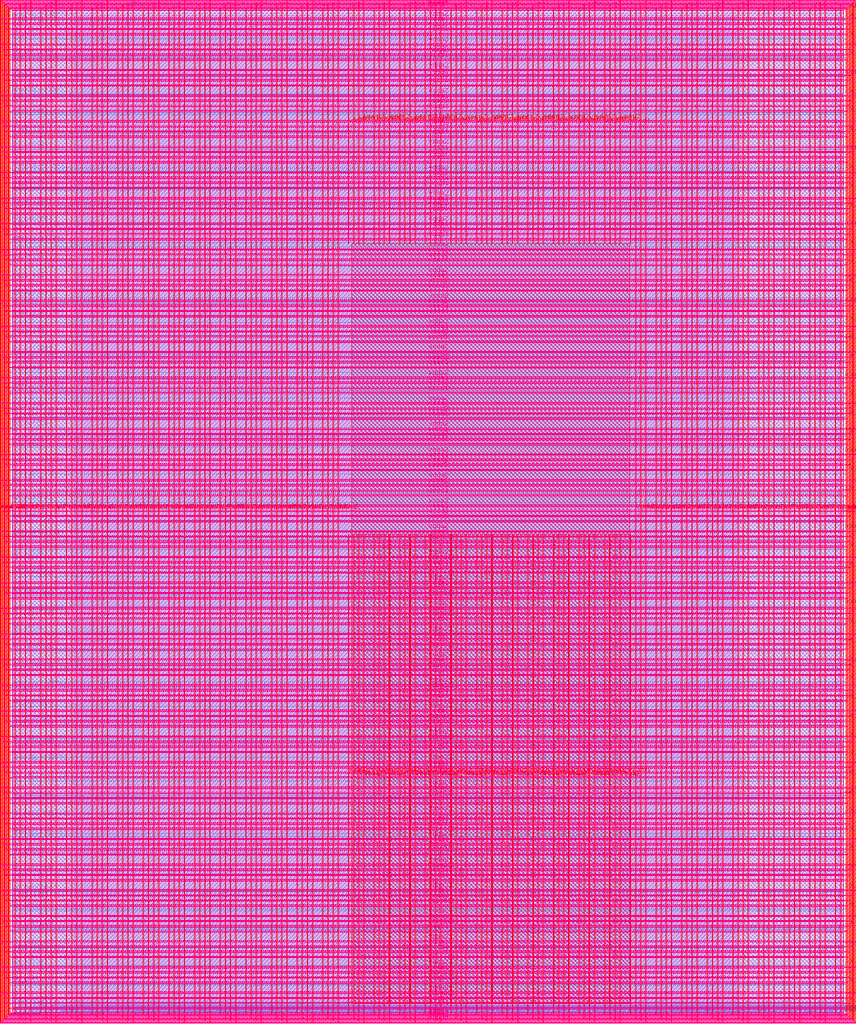
<source format=lef>
VERSION 5.7 ;
  NOWIREEXTENSIONATPIN ON ;
  DIVIDERCHAR "/" ;
  BUSBITCHARS "[]" ;
MACRO user_project_wrapper
  CLASS BLOCK ;
  FOREIGN user_project_wrapper ;
  ORIGIN 0.000 0.000 ;
  SIZE 2920.000 BY 3520.000 ;
  PIN analog_io[0]
    DIRECTION INOUT ;
    USE SIGNAL ;
    PORT
      LAYER met3 ;
        RECT 2917.600 1426.380 2924.800 1427.580 ;
    END
  END analog_io[0]
  PIN analog_io[10]
    DIRECTION INOUT ;
    USE SIGNAL ;
    PORT
      LAYER met2 ;
        RECT 2230.490 3517.600 2231.050 3524.800 ;
    END
  END analog_io[10]
  PIN analog_io[11]
    DIRECTION INOUT ;
    USE SIGNAL ;
    PORT
      LAYER met2 ;
        RECT 1905.730 3517.600 1906.290 3524.800 ;
    END
  END analog_io[11]
  PIN analog_io[12]
    DIRECTION INOUT ;
    USE SIGNAL ;
    PORT
      LAYER met2 ;
        RECT 1581.430 3517.600 1581.990 3524.800 ;
    END
  END analog_io[12]
  PIN analog_io[13]
    DIRECTION INOUT ;
    USE SIGNAL ;
    PORT
      LAYER met2 ;
        RECT 1257.130 3517.600 1257.690 3524.800 ;
    END
  END analog_io[13]
  PIN analog_io[14]
    DIRECTION INOUT ;
    USE SIGNAL ;
    PORT
      LAYER met2 ;
        RECT 932.370 3517.600 932.930 3524.800 ;
    END
  END analog_io[14]
  PIN analog_io[15]
    DIRECTION INOUT ;
    USE SIGNAL ;
    PORT
      LAYER met2 ;
        RECT 608.070 3517.600 608.630 3524.800 ;
    END
  END analog_io[15]
  PIN analog_io[16]
    DIRECTION INOUT ;
    USE SIGNAL ;
    PORT
      LAYER met2 ;
        RECT 283.770 3517.600 284.330 3524.800 ;
    END
  END analog_io[16]
  PIN analog_io[17]
    DIRECTION INOUT ;
    USE SIGNAL ;
    PORT
      LAYER met3 ;
        RECT -4.800 3486.100 2.400 3487.300 ;
    END
  END analog_io[17]
  PIN analog_io[18]
    DIRECTION INOUT ;
    USE SIGNAL ;
    PORT
      LAYER met3 ;
        RECT -4.800 3224.980 2.400 3226.180 ;
    END
  END analog_io[18]
  PIN analog_io[19]
    DIRECTION INOUT ;
    USE SIGNAL ;
    PORT
      LAYER met3 ;
        RECT -4.800 2964.540 2.400 2965.740 ;
    END
  END analog_io[19]
  PIN analog_io[1]
    DIRECTION INOUT ;
    USE SIGNAL ;
    PORT
      LAYER met3 ;
        RECT 2917.600 1692.260 2924.800 1693.460 ;
    END
  END analog_io[1]
  PIN analog_io[20]
    DIRECTION INOUT ;
    USE SIGNAL ;
    PORT
      LAYER met3 ;
        RECT -4.800 2703.420 2.400 2704.620 ;
    END
  END analog_io[20]
  PIN analog_io[21]
    DIRECTION INOUT ;
    USE SIGNAL ;
    PORT
      LAYER met3 ;
        RECT -4.800 2442.980 2.400 2444.180 ;
    END
  END analog_io[21]
  PIN analog_io[22]
    DIRECTION INOUT ;
    USE SIGNAL ;
    PORT
      LAYER met3 ;
        RECT -4.800 2182.540 2.400 2183.740 ;
    END
  END analog_io[22]
  PIN analog_io[23]
    DIRECTION INOUT ;
    USE SIGNAL ;
    PORT
      LAYER met3 ;
        RECT -4.800 1921.420 2.400 1922.620 ;
    END
  END analog_io[23]
  PIN analog_io[24]
    DIRECTION INOUT ;
    USE SIGNAL ;
    PORT
      LAYER met3 ;
        RECT -4.800 1660.980 2.400 1662.180 ;
    END
  END analog_io[24]
  PIN analog_io[25]
    DIRECTION INOUT ;
    USE SIGNAL ;
    PORT
      LAYER met3 ;
        RECT -4.800 1399.860 2.400 1401.060 ;
    END
  END analog_io[25]
  PIN analog_io[26]
    DIRECTION INOUT ;
    USE SIGNAL ;
    PORT
      LAYER met3 ;
        RECT -4.800 1139.420 2.400 1140.620 ;
    END
  END analog_io[26]
  PIN analog_io[27]
    DIRECTION INOUT ;
    USE SIGNAL ;
    PORT
      LAYER met3 ;
        RECT -4.800 878.980 2.400 880.180 ;
    END
  END analog_io[27]
  PIN analog_io[28]
    DIRECTION INOUT ;
    USE SIGNAL ;
    PORT
      LAYER met3 ;
        RECT -4.800 617.860 2.400 619.060 ;
    END
  END analog_io[28]
  PIN analog_io[2]
    DIRECTION INOUT ;
    USE SIGNAL ;
    PORT
      LAYER met3 ;
        RECT 2917.600 1958.140 2924.800 1959.340 ;
    END
  END analog_io[2]
  PIN analog_io[3]
    DIRECTION INOUT ;
    USE SIGNAL ;
    PORT
      LAYER met3 ;
        RECT 2917.600 2223.340 2924.800 2224.540 ;
    END
  END analog_io[3]
  PIN analog_io[4]
    DIRECTION INOUT ;
    USE SIGNAL ;
    PORT
      LAYER met3 ;
        RECT 2917.600 2489.220 2924.800 2490.420 ;
    END
  END analog_io[4]
  PIN analog_io[5]
    DIRECTION INOUT ;
    USE SIGNAL ;
    PORT
      LAYER met3 ;
        RECT 2917.600 2755.100 2924.800 2756.300 ;
    END
  END analog_io[5]
  PIN analog_io[6]
    DIRECTION INOUT ;
    USE SIGNAL ;
    PORT
      LAYER met3 ;
        RECT 2917.600 3020.300 2924.800 3021.500 ;
    END
  END analog_io[6]
  PIN analog_io[7]
    DIRECTION INOUT ;
    USE SIGNAL ;
    PORT
      LAYER met3 ;
        RECT 2917.600 3286.180 2924.800 3287.380 ;
    END
  END analog_io[7]
  PIN analog_io[8]
    DIRECTION INOUT ;
    USE SIGNAL ;
    PORT
      LAYER met2 ;
        RECT 2879.090 3517.600 2879.650 3524.800 ;
    END
  END analog_io[8]
  PIN analog_io[9]
    DIRECTION INOUT ;
    USE SIGNAL ;
    PORT
      LAYER met2 ;
        RECT 2554.790 3517.600 2555.350 3524.800 ;
    END
  END analog_io[9]
  PIN io_in[0]
    DIRECTION INPUT ;
    USE SIGNAL ;
    PORT
      LAYER met3 ;
        RECT 2917.600 32.380 2924.800 33.580 ;
    END
  END io_in[0]
  PIN io_in[10]
    DIRECTION INPUT ;
    USE SIGNAL ;
    PORT
      LAYER met3 ;
        RECT 2917.600 2289.980 2924.800 2291.180 ;
    END
  END io_in[10]
  PIN io_in[11]
    DIRECTION INPUT ;
    USE SIGNAL ;
    PORT
      LAYER met3 ;
        RECT 2917.600 2555.860 2924.800 2557.060 ;
    END
  END io_in[11]
  PIN io_in[12]
    DIRECTION INPUT ;
    USE SIGNAL ;
    PORT
      LAYER met3 ;
        RECT 2917.600 2821.060 2924.800 2822.260 ;
    END
  END io_in[12]
  PIN io_in[13]
    DIRECTION INPUT ;
    USE SIGNAL ;
    PORT
      LAYER met3 ;
        RECT 2917.600 3086.940 2924.800 3088.140 ;
    END
  END io_in[13]
  PIN io_in[14]
    DIRECTION INPUT ;
    USE SIGNAL ;
    PORT
      LAYER met3 ;
        RECT 2917.600 3352.820 2924.800 3354.020 ;
    END
  END io_in[14]
  PIN io_in[15]
    DIRECTION INPUT ;
    USE SIGNAL ;
    PORT
      LAYER met2 ;
        RECT 2798.130 3517.600 2798.690 3524.800 ;
    END
  END io_in[15]
  PIN io_in[16]
    DIRECTION INPUT ;
    USE SIGNAL ;
    PORT
      LAYER met2 ;
        RECT 2473.830 3517.600 2474.390 3524.800 ;
    END
  END io_in[16]
  PIN io_in[17]
    DIRECTION INPUT ;
    USE SIGNAL ;
    PORT
      LAYER met2 ;
        RECT 2149.070 3517.600 2149.630 3524.800 ;
    END
  END io_in[17]
  PIN io_in[18]
    DIRECTION INPUT ;
    USE SIGNAL ;
    PORT
      LAYER met2 ;
        RECT 1824.770 3517.600 1825.330 3524.800 ;
    END
  END io_in[18]
  PIN io_in[19]
    DIRECTION INPUT ;
    USE SIGNAL ;
    PORT
      LAYER met2 ;
        RECT 1500.470 3517.600 1501.030 3524.800 ;
    END
  END io_in[19]
  PIN io_in[1]
    DIRECTION INPUT ;
    USE SIGNAL ;
    PORT
      LAYER met3 ;
        RECT 2917.600 230.940 2924.800 232.140 ;
    END
  END io_in[1]
  PIN io_in[20]
    DIRECTION INPUT ;
    USE SIGNAL ;
    PORT
      LAYER met2 ;
        RECT 1175.710 3517.600 1176.270 3524.800 ;
    END
  END io_in[20]
  PIN io_in[21]
    DIRECTION INPUT ;
    USE SIGNAL ;
    PORT
      LAYER met2 ;
        RECT 851.410 3517.600 851.970 3524.800 ;
    END
  END io_in[21]
  PIN io_in[22]
    DIRECTION INPUT ;
    USE SIGNAL ;
    PORT
      LAYER met2 ;
        RECT 527.110 3517.600 527.670 3524.800 ;
    END
  END io_in[22]
  PIN io_in[23]
    DIRECTION INPUT ;
    USE SIGNAL ;
    PORT
      LAYER met2 ;
        RECT 202.350 3517.600 202.910 3524.800 ;
    END
  END io_in[23]
  PIN io_in[24]
    DIRECTION INPUT ;
    USE SIGNAL ;
    PORT
      LAYER met3 ;
        RECT -4.800 3420.820 2.400 3422.020 ;
    END
  END io_in[24]
  PIN io_in[25]
    DIRECTION INPUT ;
    USE SIGNAL ;
    PORT
      LAYER met3 ;
        RECT -4.800 3159.700 2.400 3160.900 ;
    END
  END io_in[25]
  PIN io_in[26]
    DIRECTION INPUT ;
    USE SIGNAL ;
    PORT
      LAYER met3 ;
        RECT -4.800 2899.260 2.400 2900.460 ;
    END
  END io_in[26]
  PIN io_in[27]
    DIRECTION INPUT ;
    USE SIGNAL ;
    PORT
      LAYER met3 ;
        RECT -4.800 2638.820 2.400 2640.020 ;
    END
  END io_in[27]
  PIN io_in[28]
    DIRECTION INPUT ;
    USE SIGNAL ;
    PORT
      LAYER met3 ;
        RECT -4.800 2377.700 2.400 2378.900 ;
    END
  END io_in[28]
  PIN io_in[29]
    DIRECTION INPUT ;
    USE SIGNAL ;
    PORT
      LAYER met3 ;
        RECT -4.800 2117.260 2.400 2118.460 ;
    END
  END io_in[29]
  PIN io_in[2]
    DIRECTION INPUT ;
    USE SIGNAL ;
    PORT
      LAYER met3 ;
        RECT 2917.600 430.180 2924.800 431.380 ;
    END
  END io_in[2]
  PIN io_in[30]
    DIRECTION INPUT ;
    USE SIGNAL ;
    PORT
      LAYER met3 ;
        RECT -4.800 1856.140 2.400 1857.340 ;
    END
  END io_in[30]
  PIN io_in[31]
    DIRECTION INPUT ;
    USE SIGNAL ;
    PORT
      LAYER met3 ;
        RECT -4.800 1595.700 2.400 1596.900 ;
    END
  END io_in[31]
  PIN io_in[32]
    DIRECTION INPUT ;
    USE SIGNAL ;
    PORT
      LAYER met3 ;
        RECT -4.800 1335.260 2.400 1336.460 ;
    END
  END io_in[32]
  PIN io_in[33]
    DIRECTION INPUT ;
    USE SIGNAL ;
    PORT
      LAYER met3 ;
        RECT -4.800 1074.140 2.400 1075.340 ;
    END
  END io_in[33]
  PIN io_in[34]
    DIRECTION INPUT ;
    USE SIGNAL ;
    PORT
      LAYER met3 ;
        RECT -4.800 813.700 2.400 814.900 ;
    END
  END io_in[34]
  PIN io_in[35]
    DIRECTION INPUT ;
    USE SIGNAL ;
    PORT
      LAYER met3 ;
        RECT -4.800 552.580 2.400 553.780 ;
    END
  END io_in[35]
  PIN io_in[36]
    DIRECTION INPUT ;
    USE SIGNAL ;
    PORT
      LAYER met3 ;
        RECT -4.800 357.420 2.400 358.620 ;
    END
  END io_in[36]
  PIN io_in[37]
    DIRECTION INPUT ;
    USE SIGNAL ;
    PORT
      LAYER met3 ;
        RECT -4.800 161.580 2.400 162.780 ;
    END
  END io_in[37]
  PIN io_in[3]
    DIRECTION INPUT ;
    USE SIGNAL ;
    PORT
      LAYER met3 ;
        RECT 2917.600 629.420 2924.800 630.620 ;
    END
  END io_in[3]
  PIN io_in[4]
    DIRECTION INPUT ;
    USE SIGNAL ;
    PORT
      LAYER met3 ;
        RECT 2917.600 828.660 2924.800 829.860 ;
    END
  END io_in[4]
  PIN io_in[5]
    DIRECTION INPUT ;
    USE SIGNAL ;
    PORT
      LAYER met3 ;
        RECT 2917.600 1027.900 2924.800 1029.100 ;
    END
  END io_in[5]
  PIN io_in[6]
    DIRECTION INPUT ;
    USE SIGNAL ;
    PORT
      LAYER met3 ;
        RECT 2917.600 1227.140 2924.800 1228.340 ;
    END
  END io_in[6]
  PIN io_in[7]
    DIRECTION INPUT ;
    USE SIGNAL ;
    PORT
      LAYER met3 ;
        RECT 2917.600 1493.020 2924.800 1494.220 ;
    END
  END io_in[7]
  PIN io_in[8]
    DIRECTION INPUT ;
    USE SIGNAL ;
    PORT
      LAYER met3 ;
        RECT 2917.600 1758.900 2924.800 1760.100 ;
    END
  END io_in[8]
  PIN io_in[9]
    DIRECTION INPUT ;
    USE SIGNAL ;
    PORT
      LAYER met3 ;
        RECT 2917.600 2024.100 2924.800 2025.300 ;
    END
  END io_in[9]
  PIN io_oeb[0]
    DIRECTION OUTPUT TRISTATE ;
    USE SIGNAL ;
    PORT
      LAYER met3 ;
        RECT 2917.600 164.980 2924.800 166.180 ;
    END
  END io_oeb[0]
  PIN io_oeb[10]
    DIRECTION OUTPUT TRISTATE ;
    USE SIGNAL ;
    PORT
      LAYER met3 ;
        RECT 2917.600 2422.580 2924.800 2423.780 ;
    END
  END io_oeb[10]
  PIN io_oeb[11]
    DIRECTION OUTPUT TRISTATE ;
    USE SIGNAL ;
    PORT
      LAYER met3 ;
        RECT 2917.600 2688.460 2924.800 2689.660 ;
    END
  END io_oeb[11]
  PIN io_oeb[12]
    DIRECTION OUTPUT TRISTATE ;
    USE SIGNAL ;
    PORT
      LAYER met3 ;
        RECT 2917.600 2954.340 2924.800 2955.540 ;
    END
  END io_oeb[12]
  PIN io_oeb[13]
    DIRECTION OUTPUT TRISTATE ;
    USE SIGNAL ;
    PORT
      LAYER met3 ;
        RECT 2917.600 3219.540 2924.800 3220.740 ;
    END
  END io_oeb[13]
  PIN io_oeb[14]
    DIRECTION OUTPUT TRISTATE ;
    USE SIGNAL ;
    PORT
      LAYER met3 ;
        RECT 2917.600 3485.420 2924.800 3486.620 ;
    END
  END io_oeb[14]
  PIN io_oeb[15]
    DIRECTION OUTPUT TRISTATE ;
    USE SIGNAL ;
    PORT
      LAYER met2 ;
        RECT 2635.750 3517.600 2636.310 3524.800 ;
    END
  END io_oeb[15]
  PIN io_oeb[16]
    DIRECTION OUTPUT TRISTATE ;
    USE SIGNAL ;
    PORT
      LAYER met2 ;
        RECT 2311.450 3517.600 2312.010 3524.800 ;
    END
  END io_oeb[16]
  PIN io_oeb[17]
    DIRECTION OUTPUT TRISTATE ;
    USE SIGNAL ;
    PORT
      LAYER met2 ;
        RECT 1987.150 3517.600 1987.710 3524.800 ;
    END
  END io_oeb[17]
  PIN io_oeb[18]
    DIRECTION OUTPUT TRISTATE ;
    USE SIGNAL ;
    PORT
      LAYER met2 ;
        RECT 1662.390 3517.600 1662.950 3524.800 ;
    END
  END io_oeb[18]
  PIN io_oeb[19]
    DIRECTION OUTPUT TRISTATE ;
    USE SIGNAL ;
    PORT
      LAYER met2 ;
        RECT 1338.090 3517.600 1338.650 3524.800 ;
    END
  END io_oeb[19]
  PIN io_oeb[1]
    DIRECTION OUTPUT TRISTATE ;
    USE SIGNAL ;
    PORT
      LAYER met3 ;
        RECT 2917.600 364.220 2924.800 365.420 ;
    END
  END io_oeb[1]
  PIN io_oeb[20]
    DIRECTION OUTPUT TRISTATE ;
    USE SIGNAL ;
    PORT
      LAYER met2 ;
        RECT 1013.790 3517.600 1014.350 3524.800 ;
    END
  END io_oeb[20]
  PIN io_oeb[21]
    DIRECTION OUTPUT TRISTATE ;
    USE SIGNAL ;
    PORT
      LAYER met2 ;
        RECT 689.030 3517.600 689.590 3524.800 ;
    END
  END io_oeb[21]
  PIN io_oeb[22]
    DIRECTION OUTPUT TRISTATE ;
    USE SIGNAL ;
    PORT
      LAYER met2 ;
        RECT 364.730 3517.600 365.290 3524.800 ;
    END
  END io_oeb[22]
  PIN io_oeb[23]
    DIRECTION OUTPUT TRISTATE ;
    USE SIGNAL ;
    PORT
      LAYER met2 ;
        RECT 40.430 3517.600 40.990 3524.800 ;
    END
  END io_oeb[23]
  PIN io_oeb[24]
    DIRECTION OUTPUT TRISTATE ;
    USE SIGNAL ;
    PORT
      LAYER met3 ;
        RECT -4.800 3290.260 2.400 3291.460 ;
    END
  END io_oeb[24]
  PIN io_oeb[25]
    DIRECTION OUTPUT TRISTATE ;
    USE SIGNAL ;
    PORT
      LAYER met3 ;
        RECT -4.800 3029.820 2.400 3031.020 ;
    END
  END io_oeb[25]
  PIN io_oeb[26]
    DIRECTION OUTPUT TRISTATE ;
    USE SIGNAL ;
    PORT
      LAYER met3 ;
        RECT -4.800 2768.700 2.400 2769.900 ;
    END
  END io_oeb[26]
  PIN io_oeb[27]
    DIRECTION OUTPUT TRISTATE ;
    USE SIGNAL ;
    PORT
      LAYER met3 ;
        RECT -4.800 2508.260 2.400 2509.460 ;
    END
  END io_oeb[27]
  PIN io_oeb[28]
    DIRECTION OUTPUT TRISTATE ;
    USE SIGNAL ;
    PORT
      LAYER met3 ;
        RECT -4.800 2247.140 2.400 2248.340 ;
    END
  END io_oeb[28]
  PIN io_oeb[29]
    DIRECTION OUTPUT TRISTATE ;
    USE SIGNAL ;
    PORT
      LAYER met3 ;
        RECT -4.800 1986.700 2.400 1987.900 ;
    END
  END io_oeb[29]
  PIN io_oeb[2]
    DIRECTION OUTPUT TRISTATE ;
    USE SIGNAL ;
    PORT
      LAYER met3 ;
        RECT 2917.600 563.460 2924.800 564.660 ;
    END
  END io_oeb[2]
  PIN io_oeb[30]
    DIRECTION OUTPUT TRISTATE ;
    USE SIGNAL ;
    PORT
      LAYER met3 ;
        RECT -4.800 1726.260 2.400 1727.460 ;
    END
  END io_oeb[30]
  PIN io_oeb[31]
    DIRECTION OUTPUT TRISTATE ;
    USE SIGNAL ;
    PORT
      LAYER met3 ;
        RECT -4.800 1465.140 2.400 1466.340 ;
    END
  END io_oeb[31]
  PIN io_oeb[32]
    DIRECTION OUTPUT TRISTATE ;
    USE SIGNAL ;
    PORT
      LAYER met3 ;
        RECT -4.800 1204.700 2.400 1205.900 ;
    END
  END io_oeb[32]
  PIN io_oeb[33]
    DIRECTION OUTPUT TRISTATE ;
    USE SIGNAL ;
    PORT
      LAYER met3 ;
        RECT -4.800 943.580 2.400 944.780 ;
    END
  END io_oeb[33]
  PIN io_oeb[34]
    DIRECTION OUTPUT TRISTATE ;
    USE SIGNAL ;
    PORT
      LAYER met3 ;
        RECT -4.800 683.140 2.400 684.340 ;
    END
  END io_oeb[34]
  PIN io_oeb[35]
    DIRECTION OUTPUT TRISTATE ;
    USE SIGNAL ;
    PORT
      LAYER met3 ;
        RECT -4.800 422.700 2.400 423.900 ;
    END
  END io_oeb[35]
  PIN io_oeb[36]
    DIRECTION OUTPUT TRISTATE ;
    USE SIGNAL ;
    PORT
      LAYER met3 ;
        RECT -4.800 226.860 2.400 228.060 ;
    END
  END io_oeb[36]
  PIN io_oeb[37]
    DIRECTION OUTPUT TRISTATE ;
    USE SIGNAL ;
    PORT
      LAYER met3 ;
        RECT -4.800 31.700 2.400 32.900 ;
    END
  END io_oeb[37]
  PIN io_oeb[3]
    DIRECTION OUTPUT TRISTATE ;
    USE SIGNAL ;
    PORT
      LAYER met3 ;
        RECT 2917.600 762.700 2924.800 763.900 ;
    END
  END io_oeb[3]
  PIN io_oeb[4]
    DIRECTION OUTPUT TRISTATE ;
    USE SIGNAL ;
    PORT
      LAYER met3 ;
        RECT 2917.600 961.940 2924.800 963.140 ;
    END
  END io_oeb[4]
  PIN io_oeb[5]
    DIRECTION OUTPUT TRISTATE ;
    USE SIGNAL ;
    PORT
      LAYER met3 ;
        RECT 2917.600 1161.180 2924.800 1162.380 ;
    END
  END io_oeb[5]
  PIN io_oeb[6]
    DIRECTION OUTPUT TRISTATE ;
    USE SIGNAL ;
    PORT
      LAYER met3 ;
        RECT 2917.600 1360.420 2924.800 1361.620 ;
    END
  END io_oeb[6]
  PIN io_oeb[7]
    DIRECTION OUTPUT TRISTATE ;
    USE SIGNAL ;
    PORT
      LAYER met3 ;
        RECT 2917.600 1625.620 2924.800 1626.820 ;
    END
  END io_oeb[7]
  PIN io_oeb[8]
    DIRECTION OUTPUT TRISTATE ;
    USE SIGNAL ;
    PORT
      LAYER met3 ;
        RECT 2917.600 1891.500 2924.800 1892.700 ;
    END
  END io_oeb[8]
  PIN io_oeb[9]
    DIRECTION OUTPUT TRISTATE ;
    USE SIGNAL ;
    PORT
      LAYER met3 ;
        RECT 2917.600 2157.380 2924.800 2158.580 ;
    END
  END io_oeb[9]
  PIN io_out[0]
    DIRECTION OUTPUT TRISTATE ;
    USE SIGNAL ;
    PORT
      LAYER met3 ;
        RECT 2917.600 98.340 2924.800 99.540 ;
    END
  END io_out[0]
  PIN io_out[10]
    DIRECTION OUTPUT TRISTATE ;
    USE SIGNAL ;
    PORT
      LAYER met3 ;
        RECT 2917.600 2356.620 2924.800 2357.820 ;
    END
  END io_out[10]
  PIN io_out[11]
    DIRECTION OUTPUT TRISTATE ;
    USE SIGNAL ;
    PORT
      LAYER met3 ;
        RECT 2917.600 2621.820 2924.800 2623.020 ;
    END
  END io_out[11]
  PIN io_out[12]
    DIRECTION OUTPUT TRISTATE ;
    USE SIGNAL ;
    PORT
      LAYER met3 ;
        RECT 2917.600 2887.700 2924.800 2888.900 ;
    END
  END io_out[12]
  PIN io_out[13]
    DIRECTION OUTPUT TRISTATE ;
    USE SIGNAL ;
    PORT
      LAYER met3 ;
        RECT 2917.600 3153.580 2924.800 3154.780 ;
    END
  END io_out[13]
  PIN io_out[14]
    DIRECTION OUTPUT TRISTATE ;
    USE SIGNAL ;
    PORT
      LAYER met3 ;
        RECT 2917.600 3418.780 2924.800 3419.980 ;
    END
  END io_out[14]
  PIN io_out[15]
    DIRECTION OUTPUT TRISTATE ;
    USE SIGNAL ;
    PORT
      LAYER met2 ;
        RECT 2717.170 3517.600 2717.730 3524.800 ;
    END
  END io_out[15]
  PIN io_out[16]
    DIRECTION OUTPUT TRISTATE ;
    USE SIGNAL ;
    PORT
      LAYER met2 ;
        RECT 2392.410 3517.600 2392.970 3524.800 ;
    END
  END io_out[16]
  PIN io_out[17]
    DIRECTION OUTPUT TRISTATE ;
    USE SIGNAL ;
    PORT
      LAYER met2 ;
        RECT 2068.110 3517.600 2068.670 3524.800 ;
    END
  END io_out[17]
  PIN io_out[18]
    DIRECTION OUTPUT TRISTATE ;
    USE SIGNAL ;
    PORT
      LAYER met2 ;
        RECT 1743.810 3517.600 1744.370 3524.800 ;
    END
  END io_out[18]
  PIN io_out[19]
    DIRECTION OUTPUT TRISTATE ;
    USE SIGNAL ;
    PORT
      LAYER met2 ;
        RECT 1419.050 3517.600 1419.610 3524.800 ;
    END
  END io_out[19]
  PIN io_out[1]
    DIRECTION OUTPUT TRISTATE ;
    USE SIGNAL ;
    PORT
      LAYER met3 ;
        RECT 2917.600 297.580 2924.800 298.780 ;
    END
  END io_out[1]
  PIN io_out[20]
    DIRECTION OUTPUT TRISTATE ;
    USE SIGNAL ;
    PORT
      LAYER met2 ;
        RECT 1094.750 3517.600 1095.310 3524.800 ;
    END
  END io_out[20]
  PIN io_out[21]
    DIRECTION OUTPUT TRISTATE ;
    USE SIGNAL ;
    PORT
      LAYER met2 ;
        RECT 770.450 3517.600 771.010 3524.800 ;
    END
  END io_out[21]
  PIN io_out[22]
    DIRECTION OUTPUT TRISTATE ;
    USE SIGNAL ;
    PORT
      LAYER met2 ;
        RECT 445.690 3517.600 446.250 3524.800 ;
    END
  END io_out[22]
  PIN io_out[23]
    DIRECTION OUTPUT TRISTATE ;
    USE SIGNAL ;
    PORT
      LAYER met2 ;
        RECT 121.390 3517.600 121.950 3524.800 ;
    END
  END io_out[23]
  PIN io_out[24]
    DIRECTION OUTPUT TRISTATE ;
    USE SIGNAL ;
    PORT
      LAYER met3 ;
        RECT -4.800 3355.540 2.400 3356.740 ;
    END
  END io_out[24]
  PIN io_out[25]
    DIRECTION OUTPUT TRISTATE ;
    USE SIGNAL ;
    PORT
      LAYER met3 ;
        RECT -4.800 3095.100 2.400 3096.300 ;
    END
  END io_out[25]
  PIN io_out[26]
    DIRECTION OUTPUT TRISTATE ;
    USE SIGNAL ;
    PORT
      LAYER met3 ;
        RECT -4.800 2833.980 2.400 2835.180 ;
    END
  END io_out[26]
  PIN io_out[27]
    DIRECTION OUTPUT TRISTATE ;
    USE SIGNAL ;
    PORT
      LAYER met3 ;
        RECT -4.800 2573.540 2.400 2574.740 ;
    END
  END io_out[27]
  PIN io_out[28]
    DIRECTION OUTPUT TRISTATE ;
    USE SIGNAL ;
    PORT
      LAYER met3 ;
        RECT -4.800 2312.420 2.400 2313.620 ;
    END
  END io_out[28]
  PIN io_out[29]
    DIRECTION OUTPUT TRISTATE ;
    USE SIGNAL ;
    PORT
      LAYER met3 ;
        RECT -4.800 2051.980 2.400 2053.180 ;
    END
  END io_out[29]
  PIN io_out[2]
    DIRECTION OUTPUT TRISTATE ;
    USE SIGNAL ;
    PORT
      LAYER met3 ;
        RECT 2917.600 496.820 2924.800 498.020 ;
    END
  END io_out[2]
  PIN io_out[30]
    DIRECTION OUTPUT TRISTATE ;
    USE SIGNAL ;
    PORT
      LAYER met3 ;
        RECT -4.800 1791.540 2.400 1792.740 ;
    END
  END io_out[30]
  PIN io_out[31]
    DIRECTION OUTPUT TRISTATE ;
    USE SIGNAL ;
    PORT
      LAYER met3 ;
        RECT -4.800 1530.420 2.400 1531.620 ;
    END
  END io_out[31]
  PIN io_out[32]
    DIRECTION OUTPUT TRISTATE ;
    USE SIGNAL ;
    PORT
      LAYER met3 ;
        RECT -4.800 1269.980 2.400 1271.180 ;
    END
  END io_out[32]
  PIN io_out[33]
    DIRECTION OUTPUT TRISTATE ;
    USE SIGNAL ;
    PORT
      LAYER met3 ;
        RECT -4.800 1008.860 2.400 1010.060 ;
    END
  END io_out[33]
  PIN io_out[34]
    DIRECTION OUTPUT TRISTATE ;
    USE SIGNAL ;
    PORT
      LAYER met3 ;
        RECT -4.800 748.420 2.400 749.620 ;
    END
  END io_out[34]
  PIN io_out[35]
    DIRECTION OUTPUT TRISTATE ;
    USE SIGNAL ;
    PORT
      LAYER met3 ;
        RECT -4.800 487.300 2.400 488.500 ;
    END
  END io_out[35]
  PIN io_out[36]
    DIRECTION OUTPUT TRISTATE ;
    USE SIGNAL ;
    PORT
      LAYER met3 ;
        RECT -4.800 292.140 2.400 293.340 ;
    END
  END io_out[36]
  PIN io_out[37]
    DIRECTION OUTPUT TRISTATE ;
    USE SIGNAL ;
    PORT
      LAYER met3 ;
        RECT -4.800 96.300 2.400 97.500 ;
    END
  END io_out[37]
  PIN io_out[3]
    DIRECTION OUTPUT TRISTATE ;
    USE SIGNAL ;
    PORT
      LAYER met3 ;
        RECT 2917.600 696.060 2924.800 697.260 ;
    END
  END io_out[3]
  PIN io_out[4]
    DIRECTION OUTPUT TRISTATE ;
    USE SIGNAL ;
    PORT
      LAYER met3 ;
        RECT 2917.600 895.300 2924.800 896.500 ;
    END
  END io_out[4]
  PIN io_out[5]
    DIRECTION OUTPUT TRISTATE ;
    USE SIGNAL ;
    PORT
      LAYER met3 ;
        RECT 2917.600 1094.540 2924.800 1095.740 ;
    END
  END io_out[5]
  PIN io_out[6]
    DIRECTION OUTPUT TRISTATE ;
    USE SIGNAL ;
    PORT
      LAYER met3 ;
        RECT 2917.600 1293.780 2924.800 1294.980 ;
    END
  END io_out[6]
  PIN io_out[7]
    DIRECTION OUTPUT TRISTATE ;
    USE SIGNAL ;
    PORT
      LAYER met3 ;
        RECT 2917.600 1559.660 2924.800 1560.860 ;
    END
  END io_out[7]
  PIN io_out[8]
    DIRECTION OUTPUT TRISTATE ;
    USE SIGNAL ;
    PORT
      LAYER met3 ;
        RECT 2917.600 1824.860 2924.800 1826.060 ;
    END
  END io_out[8]
  PIN io_out[9]
    DIRECTION OUTPUT TRISTATE ;
    USE SIGNAL ;
    PORT
      LAYER met3 ;
        RECT 2917.600 2090.740 2924.800 2091.940 ;
    END
  END io_out[9]
  PIN la_data_in[0]
    DIRECTION INPUT ;
    USE SIGNAL ;
    PORT
      LAYER met2 ;
        RECT 629.230 -4.800 629.790 2.400 ;
    END
  END la_data_in[0]
  PIN la_data_in[100]
    DIRECTION INPUT ;
    USE SIGNAL ;
    PORT
      LAYER met2 ;
        RECT 2402.530 -4.800 2403.090 2.400 ;
    END
  END la_data_in[100]
  PIN la_data_in[101]
    DIRECTION INPUT ;
    USE SIGNAL ;
    PORT
      LAYER met2 ;
        RECT 2420.010 -4.800 2420.570 2.400 ;
    END
  END la_data_in[101]
  PIN la_data_in[102]
    DIRECTION INPUT ;
    USE SIGNAL ;
    PORT
      LAYER met2 ;
        RECT 2437.950 -4.800 2438.510 2.400 ;
    END
  END la_data_in[102]
  PIN la_data_in[103]
    DIRECTION INPUT ;
    USE SIGNAL ;
    PORT
      LAYER met2 ;
        RECT 2455.430 -4.800 2455.990 2.400 ;
    END
  END la_data_in[103]
  PIN la_data_in[104]
    DIRECTION INPUT ;
    USE SIGNAL ;
    PORT
      LAYER met2 ;
        RECT 2473.370 -4.800 2473.930 2.400 ;
    END
  END la_data_in[104]
  PIN la_data_in[105]
    DIRECTION INPUT ;
    USE SIGNAL ;
    PORT
      LAYER met2 ;
        RECT 2490.850 -4.800 2491.410 2.400 ;
    END
  END la_data_in[105]
  PIN la_data_in[106]
    DIRECTION INPUT ;
    USE SIGNAL ;
    PORT
      LAYER met2 ;
        RECT 2508.790 -4.800 2509.350 2.400 ;
    END
  END la_data_in[106]
  PIN la_data_in[107]
    DIRECTION INPUT ;
    USE SIGNAL ;
    PORT
      LAYER met2 ;
        RECT 2526.730 -4.800 2527.290 2.400 ;
    END
  END la_data_in[107]
  PIN la_data_in[108]
    DIRECTION INPUT ;
    USE SIGNAL ;
    PORT
      LAYER met2 ;
        RECT 2544.210 -4.800 2544.770 2.400 ;
    END
  END la_data_in[108]
  PIN la_data_in[109]
    DIRECTION INPUT ;
    USE SIGNAL ;
    PORT
      LAYER met2 ;
        RECT 2562.150 -4.800 2562.710 2.400 ;
    END
  END la_data_in[109]
  PIN la_data_in[10]
    DIRECTION INPUT ;
    USE SIGNAL ;
    PORT
      LAYER met2 ;
        RECT 806.330 -4.800 806.890 2.400 ;
    END
  END la_data_in[10]
  PIN la_data_in[110]
    DIRECTION INPUT ;
    USE SIGNAL ;
    PORT
      LAYER met2 ;
        RECT 2579.630 -4.800 2580.190 2.400 ;
    END
  END la_data_in[110]
  PIN la_data_in[111]
    DIRECTION INPUT ;
    USE SIGNAL ;
    PORT
      LAYER met2 ;
        RECT 2597.570 -4.800 2598.130 2.400 ;
    END
  END la_data_in[111]
  PIN la_data_in[112]
    DIRECTION INPUT ;
    USE SIGNAL ;
    PORT
      LAYER met2 ;
        RECT 2615.050 -4.800 2615.610 2.400 ;
    END
  END la_data_in[112]
  PIN la_data_in[113]
    DIRECTION INPUT ;
    USE SIGNAL ;
    PORT
      LAYER met2 ;
        RECT 2632.990 -4.800 2633.550 2.400 ;
    END
  END la_data_in[113]
  PIN la_data_in[114]
    DIRECTION INPUT ;
    USE SIGNAL ;
    PORT
      LAYER met2 ;
        RECT 2650.470 -4.800 2651.030 2.400 ;
    END
  END la_data_in[114]
  PIN la_data_in[115]
    DIRECTION INPUT ;
    USE SIGNAL ;
    PORT
      LAYER met2 ;
        RECT 2668.410 -4.800 2668.970 2.400 ;
    END
  END la_data_in[115]
  PIN la_data_in[116]
    DIRECTION INPUT ;
    USE SIGNAL ;
    PORT
      LAYER met2 ;
        RECT 2685.890 -4.800 2686.450 2.400 ;
    END
  END la_data_in[116]
  PIN la_data_in[117]
    DIRECTION INPUT ;
    USE SIGNAL ;
    PORT
      LAYER met2 ;
        RECT 2703.830 -4.800 2704.390 2.400 ;
    END
  END la_data_in[117]
  PIN la_data_in[118]
    DIRECTION INPUT ;
    USE SIGNAL ;
    PORT
      LAYER met2 ;
        RECT 2721.770 -4.800 2722.330 2.400 ;
    END
  END la_data_in[118]
  PIN la_data_in[119]
    DIRECTION INPUT ;
    USE SIGNAL ;
    PORT
      LAYER met2 ;
        RECT 2739.250 -4.800 2739.810 2.400 ;
    END
  END la_data_in[119]
  PIN la_data_in[11]
    DIRECTION INPUT ;
    USE SIGNAL ;
    PORT
      LAYER met2 ;
        RECT 824.270 -4.800 824.830 2.400 ;
    END
  END la_data_in[11]
  PIN la_data_in[120]
    DIRECTION INPUT ;
    USE SIGNAL ;
    PORT
      LAYER met2 ;
        RECT 2757.190 -4.800 2757.750 2.400 ;
    END
  END la_data_in[120]
  PIN la_data_in[121]
    DIRECTION INPUT ;
    USE SIGNAL ;
    PORT
      LAYER met2 ;
        RECT 2774.670 -4.800 2775.230 2.400 ;
    END
  END la_data_in[121]
  PIN la_data_in[122]
    DIRECTION INPUT ;
    USE SIGNAL ;
    PORT
      LAYER met2 ;
        RECT 2792.610 -4.800 2793.170 2.400 ;
    END
  END la_data_in[122]
  PIN la_data_in[123]
    DIRECTION INPUT ;
    USE SIGNAL ;
    PORT
      LAYER met2 ;
        RECT 2810.090 -4.800 2810.650 2.400 ;
    END
  END la_data_in[123]
  PIN la_data_in[124]
    DIRECTION INPUT ;
    USE SIGNAL ;
    PORT
      LAYER met2 ;
        RECT 2828.030 -4.800 2828.590 2.400 ;
    END
  END la_data_in[124]
  PIN la_data_in[125]
    DIRECTION INPUT ;
    USE SIGNAL ;
    PORT
      LAYER met2 ;
        RECT 2845.510 -4.800 2846.070 2.400 ;
    END
  END la_data_in[125]
  PIN la_data_in[126]
    DIRECTION INPUT ;
    USE SIGNAL ;
    PORT
      LAYER met2 ;
        RECT 2863.450 -4.800 2864.010 2.400 ;
    END
  END la_data_in[126]
  PIN la_data_in[127]
    DIRECTION INPUT ;
    USE SIGNAL ;
    PORT
      LAYER met2 ;
        RECT 2881.390 -4.800 2881.950 2.400 ;
    END
  END la_data_in[127]
  PIN la_data_in[12]
    DIRECTION INPUT ;
    USE SIGNAL ;
    PORT
      LAYER met2 ;
        RECT 841.750 -4.800 842.310 2.400 ;
    END
  END la_data_in[12]
  PIN la_data_in[13]
    DIRECTION INPUT ;
    USE SIGNAL ;
    PORT
      LAYER met2 ;
        RECT 859.690 -4.800 860.250 2.400 ;
    END
  END la_data_in[13]
  PIN la_data_in[14]
    DIRECTION INPUT ;
    USE SIGNAL ;
    PORT
      LAYER met2 ;
        RECT 877.170 -4.800 877.730 2.400 ;
    END
  END la_data_in[14]
  PIN la_data_in[15]
    DIRECTION INPUT ;
    USE SIGNAL ;
    PORT
      LAYER met2 ;
        RECT 895.110 -4.800 895.670 2.400 ;
    END
  END la_data_in[15]
  PIN la_data_in[16]
    DIRECTION INPUT ;
    USE SIGNAL ;
    PORT
      LAYER met2 ;
        RECT 912.590 -4.800 913.150 2.400 ;
    END
  END la_data_in[16]
  PIN la_data_in[17]
    DIRECTION INPUT ;
    USE SIGNAL ;
    PORT
      LAYER met2 ;
        RECT 930.530 -4.800 931.090 2.400 ;
    END
  END la_data_in[17]
  PIN la_data_in[18]
    DIRECTION INPUT ;
    USE SIGNAL ;
    PORT
      LAYER met2 ;
        RECT 948.470 -4.800 949.030 2.400 ;
    END
  END la_data_in[18]
  PIN la_data_in[19]
    DIRECTION INPUT ;
    USE SIGNAL ;
    PORT
      LAYER met2 ;
        RECT 965.950 -4.800 966.510 2.400 ;
    END
  END la_data_in[19]
  PIN la_data_in[1]
    DIRECTION INPUT ;
    USE SIGNAL ;
    PORT
      LAYER met2 ;
        RECT 646.710 -4.800 647.270 2.400 ;
    END
  END la_data_in[1]
  PIN la_data_in[20]
    DIRECTION INPUT ;
    USE SIGNAL ;
    PORT
      LAYER met2 ;
        RECT 983.890 -4.800 984.450 2.400 ;
    END
  END la_data_in[20]
  PIN la_data_in[21]
    DIRECTION INPUT ;
    USE SIGNAL ;
    PORT
      LAYER met2 ;
        RECT 1001.370 -4.800 1001.930 2.400 ;
    END
  END la_data_in[21]
  PIN la_data_in[22]
    DIRECTION INPUT ;
    USE SIGNAL ;
    PORT
      LAYER met2 ;
        RECT 1019.310 -4.800 1019.870 2.400 ;
    END
  END la_data_in[22]
  PIN la_data_in[23]
    DIRECTION INPUT ;
    USE SIGNAL ;
    PORT
      LAYER met2 ;
        RECT 1036.790 -4.800 1037.350 2.400 ;
    END
  END la_data_in[23]
  PIN la_data_in[24]
    DIRECTION INPUT ;
    USE SIGNAL ;
    PORT
      LAYER met2 ;
        RECT 1054.730 -4.800 1055.290 2.400 ;
    END
  END la_data_in[24]
  PIN la_data_in[25]
    DIRECTION INPUT ;
    USE SIGNAL ;
    PORT
      LAYER met2 ;
        RECT 1072.210 -4.800 1072.770 2.400 ;
    END
  END la_data_in[25]
  PIN la_data_in[26]
    DIRECTION INPUT ;
    USE SIGNAL ;
    PORT
      LAYER met2 ;
        RECT 1090.150 -4.800 1090.710 2.400 ;
    END
  END la_data_in[26]
  PIN la_data_in[27]
    DIRECTION INPUT ;
    USE SIGNAL ;
    PORT
      LAYER met2 ;
        RECT 1107.630 -4.800 1108.190 2.400 ;
    END
  END la_data_in[27]
  PIN la_data_in[28]
    DIRECTION INPUT ;
    USE SIGNAL ;
    PORT
      LAYER met2 ;
        RECT 1125.570 -4.800 1126.130 2.400 ;
    END
  END la_data_in[28]
  PIN la_data_in[29]
    DIRECTION INPUT ;
    USE SIGNAL ;
    PORT
      LAYER met2 ;
        RECT 1143.510 -4.800 1144.070 2.400 ;
    END
  END la_data_in[29]
  PIN la_data_in[2]
    DIRECTION INPUT ;
    USE SIGNAL ;
    PORT
      LAYER met2 ;
        RECT 664.650 -4.800 665.210 2.400 ;
    END
  END la_data_in[2]
  PIN la_data_in[30]
    DIRECTION INPUT ;
    USE SIGNAL ;
    PORT
      LAYER met2 ;
        RECT 1160.990 -4.800 1161.550 2.400 ;
    END
  END la_data_in[30]
  PIN la_data_in[31]
    DIRECTION INPUT ;
    USE SIGNAL ;
    PORT
      LAYER met2 ;
        RECT 1178.930 -4.800 1179.490 2.400 ;
    END
  END la_data_in[31]
  PIN la_data_in[32]
    DIRECTION INPUT ;
    USE SIGNAL ;
    PORT
      LAYER met2 ;
        RECT 1196.410 -4.800 1196.970 2.400 ;
    END
  END la_data_in[32]
  PIN la_data_in[33]
    DIRECTION INPUT ;
    USE SIGNAL ;
    PORT
      LAYER met2 ;
        RECT 1214.350 -4.800 1214.910 2.400 ;
    END
  END la_data_in[33]
  PIN la_data_in[34]
    DIRECTION INPUT ;
    USE SIGNAL ;
    PORT
      LAYER met2 ;
        RECT 1231.830 -4.800 1232.390 2.400 ;
    END
  END la_data_in[34]
  PIN la_data_in[35]
    DIRECTION INPUT ;
    USE SIGNAL ;
    PORT
      LAYER met2 ;
        RECT 1249.770 -4.800 1250.330 2.400 ;
    END
  END la_data_in[35]
  PIN la_data_in[36]
    DIRECTION INPUT ;
    USE SIGNAL ;
    PORT
      LAYER met2 ;
        RECT 1267.250 -4.800 1267.810 2.400 ;
    END
  END la_data_in[36]
  PIN la_data_in[37]
    DIRECTION INPUT ;
    USE SIGNAL ;
    PORT
      LAYER met2 ;
        RECT 1285.190 -4.800 1285.750 2.400 ;
    END
  END la_data_in[37]
  PIN la_data_in[38]
    DIRECTION INPUT ;
    USE SIGNAL ;
    PORT
      LAYER met2 ;
        RECT 1303.130 -4.800 1303.690 2.400 ;
    END
  END la_data_in[38]
  PIN la_data_in[39]
    DIRECTION INPUT ;
    USE SIGNAL ;
    PORT
      LAYER met2 ;
        RECT 1320.610 -4.800 1321.170 2.400 ;
    END
  END la_data_in[39]
  PIN la_data_in[3]
    DIRECTION INPUT ;
    USE SIGNAL ;
    PORT
      LAYER met2 ;
        RECT 682.130 -4.800 682.690 2.400 ;
    END
  END la_data_in[3]
  PIN la_data_in[40]
    DIRECTION INPUT ;
    USE SIGNAL ;
    PORT
      LAYER met2 ;
        RECT 1338.550 -4.800 1339.110 2.400 ;
    END
  END la_data_in[40]
  PIN la_data_in[41]
    DIRECTION INPUT ;
    USE SIGNAL ;
    PORT
      LAYER met2 ;
        RECT 1356.030 -4.800 1356.590 2.400 ;
    END
  END la_data_in[41]
  PIN la_data_in[42]
    DIRECTION INPUT ;
    USE SIGNAL ;
    PORT
      LAYER met2 ;
        RECT 1373.970 -4.800 1374.530 2.400 ;
    END
  END la_data_in[42]
  PIN la_data_in[43]
    DIRECTION INPUT ;
    USE SIGNAL ;
    PORT
      LAYER met2 ;
        RECT 1391.450 -4.800 1392.010 2.400 ;
    END
  END la_data_in[43]
  PIN la_data_in[44]
    DIRECTION INPUT ;
    USE SIGNAL ;
    PORT
      LAYER met2 ;
        RECT 1409.390 -4.800 1409.950 2.400 ;
    END
  END la_data_in[44]
  PIN la_data_in[45]
    DIRECTION INPUT ;
    USE SIGNAL ;
    PORT
      LAYER met2 ;
        RECT 1426.870 -4.800 1427.430 2.400 ;
    END
  END la_data_in[45]
  PIN la_data_in[46]
    DIRECTION INPUT ;
    USE SIGNAL ;
    PORT
      LAYER met2 ;
        RECT 1444.810 -4.800 1445.370 2.400 ;
    END
  END la_data_in[46]
  PIN la_data_in[47]
    DIRECTION INPUT ;
    USE SIGNAL ;
    PORT
      LAYER met2 ;
        RECT 1462.750 -4.800 1463.310 2.400 ;
    END
  END la_data_in[47]
  PIN la_data_in[48]
    DIRECTION INPUT ;
    USE SIGNAL ;
    PORT
      LAYER met2 ;
        RECT 1480.230 -4.800 1480.790 2.400 ;
    END
  END la_data_in[48]
  PIN la_data_in[49]
    DIRECTION INPUT ;
    USE SIGNAL ;
    PORT
      LAYER met2 ;
        RECT 1498.170 -4.800 1498.730 2.400 ;
    END
  END la_data_in[49]
  PIN la_data_in[4]
    DIRECTION INPUT ;
    USE SIGNAL ;
    PORT
      LAYER met2 ;
        RECT 700.070 -4.800 700.630 2.400 ;
    END
  END la_data_in[4]
  PIN la_data_in[50]
    DIRECTION INPUT ;
    USE SIGNAL ;
    PORT
      LAYER met2 ;
        RECT 1515.650 -4.800 1516.210 2.400 ;
    END
  END la_data_in[50]
  PIN la_data_in[51]
    DIRECTION INPUT ;
    USE SIGNAL ;
    PORT
      LAYER met2 ;
        RECT 1533.590 -4.800 1534.150 2.400 ;
    END
  END la_data_in[51]
  PIN la_data_in[52]
    DIRECTION INPUT ;
    USE SIGNAL ;
    PORT
      LAYER met2 ;
        RECT 1551.070 -4.800 1551.630 2.400 ;
    END
  END la_data_in[52]
  PIN la_data_in[53]
    DIRECTION INPUT ;
    USE SIGNAL ;
    PORT
      LAYER met2 ;
        RECT 1569.010 -4.800 1569.570 2.400 ;
    END
  END la_data_in[53]
  PIN la_data_in[54]
    DIRECTION INPUT ;
    USE SIGNAL ;
    PORT
      LAYER met2 ;
        RECT 1586.490 -4.800 1587.050 2.400 ;
    END
  END la_data_in[54]
  PIN la_data_in[55]
    DIRECTION INPUT ;
    USE SIGNAL ;
    PORT
      LAYER met2 ;
        RECT 1604.430 -4.800 1604.990 2.400 ;
    END
  END la_data_in[55]
  PIN la_data_in[56]
    DIRECTION INPUT ;
    USE SIGNAL ;
    PORT
      LAYER met2 ;
        RECT 1621.910 -4.800 1622.470 2.400 ;
    END
  END la_data_in[56]
  PIN la_data_in[57]
    DIRECTION INPUT ;
    USE SIGNAL ;
    PORT
      LAYER met2 ;
        RECT 1639.850 -4.800 1640.410 2.400 ;
    END
  END la_data_in[57]
  PIN la_data_in[58]
    DIRECTION INPUT ;
    USE SIGNAL ;
    PORT
      LAYER met2 ;
        RECT 1657.790 -4.800 1658.350 2.400 ;
    END
  END la_data_in[58]
  PIN la_data_in[59]
    DIRECTION INPUT ;
    USE SIGNAL ;
    PORT
      LAYER met2 ;
        RECT 1675.270 -4.800 1675.830 2.400 ;
    END
  END la_data_in[59]
  PIN la_data_in[5]
    DIRECTION INPUT ;
    USE SIGNAL ;
    PORT
      LAYER met2 ;
        RECT 717.550 -4.800 718.110 2.400 ;
    END
  END la_data_in[5]
  PIN la_data_in[60]
    DIRECTION INPUT ;
    USE SIGNAL ;
    PORT
      LAYER met2 ;
        RECT 1693.210 -4.800 1693.770 2.400 ;
    END
  END la_data_in[60]
  PIN la_data_in[61]
    DIRECTION INPUT ;
    USE SIGNAL ;
    PORT
      LAYER met2 ;
        RECT 1710.690 -4.800 1711.250 2.400 ;
    END
  END la_data_in[61]
  PIN la_data_in[62]
    DIRECTION INPUT ;
    USE SIGNAL ;
    PORT
      LAYER met2 ;
        RECT 1728.630 -4.800 1729.190 2.400 ;
    END
  END la_data_in[62]
  PIN la_data_in[63]
    DIRECTION INPUT ;
    USE SIGNAL ;
    PORT
      LAYER met2 ;
        RECT 1746.110 -4.800 1746.670 2.400 ;
    END
  END la_data_in[63]
  PIN la_data_in[64]
    DIRECTION INPUT ;
    USE SIGNAL ;
    PORT
      LAYER met2 ;
        RECT 1764.050 -4.800 1764.610 2.400 ;
    END
  END la_data_in[64]
  PIN la_data_in[65]
    DIRECTION INPUT ;
    USE SIGNAL ;
    PORT
      LAYER met2 ;
        RECT 1781.530 -4.800 1782.090 2.400 ;
    END
  END la_data_in[65]
  PIN la_data_in[66]
    DIRECTION INPUT ;
    USE SIGNAL ;
    PORT
      LAYER met2 ;
        RECT 1799.470 -4.800 1800.030 2.400 ;
    END
  END la_data_in[66]
  PIN la_data_in[67]
    DIRECTION INPUT ;
    USE SIGNAL ;
    PORT
      LAYER met2 ;
        RECT 1817.410 -4.800 1817.970 2.400 ;
    END
  END la_data_in[67]
  PIN la_data_in[68]
    DIRECTION INPUT ;
    USE SIGNAL ;
    PORT
      LAYER met2 ;
        RECT 1834.890 -4.800 1835.450 2.400 ;
    END
  END la_data_in[68]
  PIN la_data_in[69]
    DIRECTION INPUT ;
    USE SIGNAL ;
    PORT
      LAYER met2 ;
        RECT 1852.830 -4.800 1853.390 2.400 ;
    END
  END la_data_in[69]
  PIN la_data_in[6]
    DIRECTION INPUT ;
    USE SIGNAL ;
    PORT
      LAYER met2 ;
        RECT 735.490 -4.800 736.050 2.400 ;
    END
  END la_data_in[6]
  PIN la_data_in[70]
    DIRECTION INPUT ;
    USE SIGNAL ;
    PORT
      LAYER met2 ;
        RECT 1870.310 -4.800 1870.870 2.400 ;
    END
  END la_data_in[70]
  PIN la_data_in[71]
    DIRECTION INPUT ;
    USE SIGNAL ;
    PORT
      LAYER met2 ;
        RECT 1888.250 -4.800 1888.810 2.400 ;
    END
  END la_data_in[71]
  PIN la_data_in[72]
    DIRECTION INPUT ;
    USE SIGNAL ;
    PORT
      LAYER met2 ;
        RECT 1905.730 -4.800 1906.290 2.400 ;
    END
  END la_data_in[72]
  PIN la_data_in[73]
    DIRECTION INPUT ;
    USE SIGNAL ;
    PORT
      LAYER met2 ;
        RECT 1923.670 -4.800 1924.230 2.400 ;
    END
  END la_data_in[73]
  PIN la_data_in[74]
    DIRECTION INPUT ;
    USE SIGNAL ;
    PORT
      LAYER met2 ;
        RECT 1941.150 -4.800 1941.710 2.400 ;
    END
  END la_data_in[74]
  PIN la_data_in[75]
    DIRECTION INPUT ;
    USE SIGNAL ;
    PORT
      LAYER met2 ;
        RECT 1959.090 -4.800 1959.650 2.400 ;
    END
  END la_data_in[75]
  PIN la_data_in[76]
    DIRECTION INPUT ;
    USE SIGNAL ;
    PORT
      LAYER met2 ;
        RECT 1976.570 -4.800 1977.130 2.400 ;
    END
  END la_data_in[76]
  PIN la_data_in[77]
    DIRECTION INPUT ;
    USE SIGNAL ;
    PORT
      LAYER met2 ;
        RECT 1994.510 -4.800 1995.070 2.400 ;
    END
  END la_data_in[77]
  PIN la_data_in[78]
    DIRECTION INPUT ;
    USE SIGNAL ;
    PORT
      LAYER met2 ;
        RECT 2012.450 -4.800 2013.010 2.400 ;
    END
  END la_data_in[78]
  PIN la_data_in[79]
    DIRECTION INPUT ;
    USE SIGNAL ;
    PORT
      LAYER met2 ;
        RECT 2029.930 -4.800 2030.490 2.400 ;
    END
  END la_data_in[79]
  PIN la_data_in[7]
    DIRECTION INPUT ;
    USE SIGNAL ;
    PORT
      LAYER met2 ;
        RECT 752.970 -4.800 753.530 2.400 ;
    END
  END la_data_in[7]
  PIN la_data_in[80]
    DIRECTION INPUT ;
    USE SIGNAL ;
    PORT
      LAYER met2 ;
        RECT 2047.870 -4.800 2048.430 2.400 ;
    END
  END la_data_in[80]
  PIN la_data_in[81]
    DIRECTION INPUT ;
    USE SIGNAL ;
    PORT
      LAYER met2 ;
        RECT 2065.350 -4.800 2065.910 2.400 ;
    END
  END la_data_in[81]
  PIN la_data_in[82]
    DIRECTION INPUT ;
    USE SIGNAL ;
    PORT
      LAYER met2 ;
        RECT 2083.290 -4.800 2083.850 2.400 ;
    END
  END la_data_in[82]
  PIN la_data_in[83]
    DIRECTION INPUT ;
    USE SIGNAL ;
    PORT
      LAYER met2 ;
        RECT 2100.770 -4.800 2101.330 2.400 ;
    END
  END la_data_in[83]
  PIN la_data_in[84]
    DIRECTION INPUT ;
    USE SIGNAL ;
    PORT
      LAYER met2 ;
        RECT 2118.710 -4.800 2119.270 2.400 ;
    END
  END la_data_in[84]
  PIN la_data_in[85]
    DIRECTION INPUT ;
    USE SIGNAL ;
    PORT
      LAYER met2 ;
        RECT 2136.190 -4.800 2136.750 2.400 ;
    END
  END la_data_in[85]
  PIN la_data_in[86]
    DIRECTION INPUT ;
    USE SIGNAL ;
    PORT
      LAYER met2 ;
        RECT 2154.130 -4.800 2154.690 2.400 ;
    END
  END la_data_in[86]
  PIN la_data_in[87]
    DIRECTION INPUT ;
    USE SIGNAL ;
    PORT
      LAYER met2 ;
        RECT 2172.070 -4.800 2172.630 2.400 ;
    END
  END la_data_in[87]
  PIN la_data_in[88]
    DIRECTION INPUT ;
    USE SIGNAL ;
    PORT
      LAYER met2 ;
        RECT 2189.550 -4.800 2190.110 2.400 ;
    END
  END la_data_in[88]
  PIN la_data_in[89]
    DIRECTION INPUT ;
    USE SIGNAL ;
    PORT
      LAYER met2 ;
        RECT 2207.490 -4.800 2208.050 2.400 ;
    END
  END la_data_in[89]
  PIN la_data_in[8]
    DIRECTION INPUT ;
    USE SIGNAL ;
    PORT
      LAYER met2 ;
        RECT 770.910 -4.800 771.470 2.400 ;
    END
  END la_data_in[8]
  PIN la_data_in[90]
    DIRECTION INPUT ;
    USE SIGNAL ;
    PORT
      LAYER met2 ;
        RECT 2224.970 -4.800 2225.530 2.400 ;
    END
  END la_data_in[90]
  PIN la_data_in[91]
    DIRECTION INPUT ;
    USE SIGNAL ;
    PORT
      LAYER met2 ;
        RECT 2242.910 -4.800 2243.470 2.400 ;
    END
  END la_data_in[91]
  PIN la_data_in[92]
    DIRECTION INPUT ;
    USE SIGNAL ;
    PORT
      LAYER met2 ;
        RECT 2260.390 -4.800 2260.950 2.400 ;
    END
  END la_data_in[92]
  PIN la_data_in[93]
    DIRECTION INPUT ;
    USE SIGNAL ;
    PORT
      LAYER met2 ;
        RECT 2278.330 -4.800 2278.890 2.400 ;
    END
  END la_data_in[93]
  PIN la_data_in[94]
    DIRECTION INPUT ;
    USE SIGNAL ;
    PORT
      LAYER met2 ;
        RECT 2295.810 -4.800 2296.370 2.400 ;
    END
  END la_data_in[94]
  PIN la_data_in[95]
    DIRECTION INPUT ;
    USE SIGNAL ;
    PORT
      LAYER met2 ;
        RECT 2313.750 -4.800 2314.310 2.400 ;
    END
  END la_data_in[95]
  PIN la_data_in[96]
    DIRECTION INPUT ;
    USE SIGNAL ;
    PORT
      LAYER met2 ;
        RECT 2331.230 -4.800 2331.790 2.400 ;
    END
  END la_data_in[96]
  PIN la_data_in[97]
    DIRECTION INPUT ;
    USE SIGNAL ;
    PORT
      LAYER met2 ;
        RECT 2349.170 -4.800 2349.730 2.400 ;
    END
  END la_data_in[97]
  PIN la_data_in[98]
    DIRECTION INPUT ;
    USE SIGNAL ;
    PORT
      LAYER met2 ;
        RECT 2367.110 -4.800 2367.670 2.400 ;
    END
  END la_data_in[98]
  PIN la_data_in[99]
    DIRECTION INPUT ;
    USE SIGNAL ;
    PORT
      LAYER met2 ;
        RECT 2384.590 -4.800 2385.150 2.400 ;
    END
  END la_data_in[99]
  PIN la_data_in[9]
    DIRECTION INPUT ;
    USE SIGNAL ;
    PORT
      LAYER met2 ;
        RECT 788.850 -4.800 789.410 2.400 ;
    END
  END la_data_in[9]
  PIN la_data_out[0]
    DIRECTION OUTPUT TRISTATE ;
    USE SIGNAL ;
    PORT
      LAYER met2 ;
        RECT 634.750 -4.800 635.310 2.400 ;
    END
  END la_data_out[0]
  PIN la_data_out[100]
    DIRECTION OUTPUT TRISTATE ;
    USE SIGNAL ;
    PORT
      LAYER met2 ;
        RECT 2408.510 -4.800 2409.070 2.400 ;
    END
  END la_data_out[100]
  PIN la_data_out[101]
    DIRECTION OUTPUT TRISTATE ;
    USE SIGNAL ;
    PORT
      LAYER met2 ;
        RECT 2425.990 -4.800 2426.550 2.400 ;
    END
  END la_data_out[101]
  PIN la_data_out[102]
    DIRECTION OUTPUT TRISTATE ;
    USE SIGNAL ;
    PORT
      LAYER met2 ;
        RECT 2443.930 -4.800 2444.490 2.400 ;
    END
  END la_data_out[102]
  PIN la_data_out[103]
    DIRECTION OUTPUT TRISTATE ;
    USE SIGNAL ;
    PORT
      LAYER met2 ;
        RECT 2461.410 -4.800 2461.970 2.400 ;
    END
  END la_data_out[103]
  PIN la_data_out[104]
    DIRECTION OUTPUT TRISTATE ;
    USE SIGNAL ;
    PORT
      LAYER met2 ;
        RECT 2479.350 -4.800 2479.910 2.400 ;
    END
  END la_data_out[104]
  PIN la_data_out[105]
    DIRECTION OUTPUT TRISTATE ;
    USE SIGNAL ;
    PORT
      LAYER met2 ;
        RECT 2496.830 -4.800 2497.390 2.400 ;
    END
  END la_data_out[105]
  PIN la_data_out[106]
    DIRECTION OUTPUT TRISTATE ;
    USE SIGNAL ;
    PORT
      LAYER met2 ;
        RECT 2514.770 -4.800 2515.330 2.400 ;
    END
  END la_data_out[106]
  PIN la_data_out[107]
    DIRECTION OUTPUT TRISTATE ;
    USE SIGNAL ;
    PORT
      LAYER met2 ;
        RECT 2532.250 -4.800 2532.810 2.400 ;
    END
  END la_data_out[107]
  PIN la_data_out[108]
    DIRECTION OUTPUT TRISTATE ;
    USE SIGNAL ;
    PORT
      LAYER met2 ;
        RECT 2550.190 -4.800 2550.750 2.400 ;
    END
  END la_data_out[108]
  PIN la_data_out[109]
    DIRECTION OUTPUT TRISTATE ;
    USE SIGNAL ;
    PORT
      LAYER met2 ;
        RECT 2567.670 -4.800 2568.230 2.400 ;
    END
  END la_data_out[109]
  PIN la_data_out[10]
    DIRECTION OUTPUT TRISTATE ;
    USE SIGNAL ;
    PORT
      LAYER met2 ;
        RECT 812.310 -4.800 812.870 2.400 ;
    END
  END la_data_out[10]
  PIN la_data_out[110]
    DIRECTION OUTPUT TRISTATE ;
    USE SIGNAL ;
    PORT
      LAYER met2 ;
        RECT 2585.610 -4.800 2586.170 2.400 ;
    END
  END la_data_out[110]
  PIN la_data_out[111]
    DIRECTION OUTPUT TRISTATE ;
    USE SIGNAL ;
    PORT
      LAYER met2 ;
        RECT 2603.550 -4.800 2604.110 2.400 ;
    END
  END la_data_out[111]
  PIN la_data_out[112]
    DIRECTION OUTPUT TRISTATE ;
    USE SIGNAL ;
    PORT
      LAYER met2 ;
        RECT 2621.030 -4.800 2621.590 2.400 ;
    END
  END la_data_out[112]
  PIN la_data_out[113]
    DIRECTION OUTPUT TRISTATE ;
    USE SIGNAL ;
    PORT
      LAYER met2 ;
        RECT 2638.970 -4.800 2639.530 2.400 ;
    END
  END la_data_out[113]
  PIN la_data_out[114]
    DIRECTION OUTPUT TRISTATE ;
    USE SIGNAL ;
    PORT
      LAYER met2 ;
        RECT 2656.450 -4.800 2657.010 2.400 ;
    END
  END la_data_out[114]
  PIN la_data_out[115]
    DIRECTION OUTPUT TRISTATE ;
    USE SIGNAL ;
    PORT
      LAYER met2 ;
        RECT 2674.390 -4.800 2674.950 2.400 ;
    END
  END la_data_out[115]
  PIN la_data_out[116]
    DIRECTION OUTPUT TRISTATE ;
    USE SIGNAL ;
    PORT
      LAYER met2 ;
        RECT 2691.870 -4.800 2692.430 2.400 ;
    END
  END la_data_out[116]
  PIN la_data_out[117]
    DIRECTION OUTPUT TRISTATE ;
    USE SIGNAL ;
    PORT
      LAYER met2 ;
        RECT 2709.810 -4.800 2710.370 2.400 ;
    END
  END la_data_out[117]
  PIN la_data_out[118]
    DIRECTION OUTPUT TRISTATE ;
    USE SIGNAL ;
    PORT
      LAYER met2 ;
        RECT 2727.290 -4.800 2727.850 2.400 ;
    END
  END la_data_out[118]
  PIN la_data_out[119]
    DIRECTION OUTPUT TRISTATE ;
    USE SIGNAL ;
    PORT
      LAYER met2 ;
        RECT 2745.230 -4.800 2745.790 2.400 ;
    END
  END la_data_out[119]
  PIN la_data_out[11]
    DIRECTION OUTPUT TRISTATE ;
    USE SIGNAL ;
    PORT
      LAYER met2 ;
        RECT 830.250 -4.800 830.810 2.400 ;
    END
  END la_data_out[11]
  PIN la_data_out[120]
    DIRECTION OUTPUT TRISTATE ;
    USE SIGNAL ;
    PORT
      LAYER met2 ;
        RECT 2763.170 -4.800 2763.730 2.400 ;
    END
  END la_data_out[120]
  PIN la_data_out[121]
    DIRECTION OUTPUT TRISTATE ;
    USE SIGNAL ;
    PORT
      LAYER met2 ;
        RECT 2780.650 -4.800 2781.210 2.400 ;
    END
  END la_data_out[121]
  PIN la_data_out[122]
    DIRECTION OUTPUT TRISTATE ;
    USE SIGNAL ;
    PORT
      LAYER met2 ;
        RECT 2798.590 -4.800 2799.150 2.400 ;
    END
  END la_data_out[122]
  PIN la_data_out[123]
    DIRECTION OUTPUT TRISTATE ;
    USE SIGNAL ;
    PORT
      LAYER met2 ;
        RECT 2816.070 -4.800 2816.630 2.400 ;
    END
  END la_data_out[123]
  PIN la_data_out[124]
    DIRECTION OUTPUT TRISTATE ;
    USE SIGNAL ;
    PORT
      LAYER met2 ;
        RECT 2834.010 -4.800 2834.570 2.400 ;
    END
  END la_data_out[124]
  PIN la_data_out[125]
    DIRECTION OUTPUT TRISTATE ;
    USE SIGNAL ;
    PORT
      LAYER met2 ;
        RECT 2851.490 -4.800 2852.050 2.400 ;
    END
  END la_data_out[125]
  PIN la_data_out[126]
    DIRECTION OUTPUT TRISTATE ;
    USE SIGNAL ;
    PORT
      LAYER met2 ;
        RECT 2869.430 -4.800 2869.990 2.400 ;
    END
  END la_data_out[126]
  PIN la_data_out[127]
    DIRECTION OUTPUT TRISTATE ;
    USE SIGNAL ;
    PORT
      LAYER met2 ;
        RECT 2886.910 -4.800 2887.470 2.400 ;
    END
  END la_data_out[127]
  PIN la_data_out[12]
    DIRECTION OUTPUT TRISTATE ;
    USE SIGNAL ;
    PORT
      LAYER met2 ;
        RECT 847.730 -4.800 848.290 2.400 ;
    END
  END la_data_out[12]
  PIN la_data_out[13]
    DIRECTION OUTPUT TRISTATE ;
    USE SIGNAL ;
    PORT
      LAYER met2 ;
        RECT 865.670 -4.800 866.230 2.400 ;
    END
  END la_data_out[13]
  PIN la_data_out[14]
    DIRECTION OUTPUT TRISTATE ;
    USE SIGNAL ;
    PORT
      LAYER met2 ;
        RECT 883.150 -4.800 883.710 2.400 ;
    END
  END la_data_out[14]
  PIN la_data_out[15]
    DIRECTION OUTPUT TRISTATE ;
    USE SIGNAL ;
    PORT
      LAYER met2 ;
        RECT 901.090 -4.800 901.650 2.400 ;
    END
  END la_data_out[15]
  PIN la_data_out[16]
    DIRECTION OUTPUT TRISTATE ;
    USE SIGNAL ;
    PORT
      LAYER met2 ;
        RECT 918.570 -4.800 919.130 2.400 ;
    END
  END la_data_out[16]
  PIN la_data_out[17]
    DIRECTION OUTPUT TRISTATE ;
    USE SIGNAL ;
    PORT
      LAYER met2 ;
        RECT 936.510 -4.800 937.070 2.400 ;
    END
  END la_data_out[17]
  PIN la_data_out[18]
    DIRECTION OUTPUT TRISTATE ;
    USE SIGNAL ;
    PORT
      LAYER met2 ;
        RECT 953.990 -4.800 954.550 2.400 ;
    END
  END la_data_out[18]
  PIN la_data_out[19]
    DIRECTION OUTPUT TRISTATE ;
    USE SIGNAL ;
    PORT
      LAYER met2 ;
        RECT 971.930 -4.800 972.490 2.400 ;
    END
  END la_data_out[19]
  PIN la_data_out[1]
    DIRECTION OUTPUT TRISTATE ;
    USE SIGNAL ;
    PORT
      LAYER met2 ;
        RECT 652.690 -4.800 653.250 2.400 ;
    END
  END la_data_out[1]
  PIN la_data_out[20]
    DIRECTION OUTPUT TRISTATE ;
    USE SIGNAL ;
    PORT
      LAYER met2 ;
        RECT 989.410 -4.800 989.970 2.400 ;
    END
  END la_data_out[20]
  PIN la_data_out[21]
    DIRECTION OUTPUT TRISTATE ;
    USE SIGNAL ;
    PORT
      LAYER met2 ;
        RECT 1007.350 -4.800 1007.910 2.400 ;
    END
  END la_data_out[21]
  PIN la_data_out[22]
    DIRECTION OUTPUT TRISTATE ;
    USE SIGNAL ;
    PORT
      LAYER met2 ;
        RECT 1025.290 -4.800 1025.850 2.400 ;
    END
  END la_data_out[22]
  PIN la_data_out[23]
    DIRECTION OUTPUT TRISTATE ;
    USE SIGNAL ;
    PORT
      LAYER met2 ;
        RECT 1042.770 -4.800 1043.330 2.400 ;
    END
  END la_data_out[23]
  PIN la_data_out[24]
    DIRECTION OUTPUT TRISTATE ;
    USE SIGNAL ;
    PORT
      LAYER met2 ;
        RECT 1060.710 -4.800 1061.270 2.400 ;
    END
  END la_data_out[24]
  PIN la_data_out[25]
    DIRECTION OUTPUT TRISTATE ;
    USE SIGNAL ;
    PORT
      LAYER met2 ;
        RECT 1078.190 -4.800 1078.750 2.400 ;
    END
  END la_data_out[25]
  PIN la_data_out[26]
    DIRECTION OUTPUT TRISTATE ;
    USE SIGNAL ;
    PORT
      LAYER met2 ;
        RECT 1096.130 -4.800 1096.690 2.400 ;
    END
  END la_data_out[26]
  PIN la_data_out[27]
    DIRECTION OUTPUT TRISTATE ;
    USE SIGNAL ;
    PORT
      LAYER met2 ;
        RECT 1113.610 -4.800 1114.170 2.400 ;
    END
  END la_data_out[27]
  PIN la_data_out[28]
    DIRECTION OUTPUT TRISTATE ;
    USE SIGNAL ;
    PORT
      LAYER met2 ;
        RECT 1131.550 -4.800 1132.110 2.400 ;
    END
  END la_data_out[28]
  PIN la_data_out[29]
    DIRECTION OUTPUT TRISTATE ;
    USE SIGNAL ;
    PORT
      LAYER met2 ;
        RECT 1149.030 -4.800 1149.590 2.400 ;
    END
  END la_data_out[29]
  PIN la_data_out[2]
    DIRECTION OUTPUT TRISTATE ;
    USE SIGNAL ;
    PORT
      LAYER met2 ;
        RECT 670.630 -4.800 671.190 2.400 ;
    END
  END la_data_out[2]
  PIN la_data_out[30]
    DIRECTION OUTPUT TRISTATE ;
    USE SIGNAL ;
    PORT
      LAYER met2 ;
        RECT 1166.970 -4.800 1167.530 2.400 ;
    END
  END la_data_out[30]
  PIN la_data_out[31]
    DIRECTION OUTPUT TRISTATE ;
    USE SIGNAL ;
    PORT
      LAYER met2 ;
        RECT 1184.910 -4.800 1185.470 2.400 ;
    END
  END la_data_out[31]
  PIN la_data_out[32]
    DIRECTION OUTPUT TRISTATE ;
    USE SIGNAL ;
    PORT
      LAYER met2 ;
        RECT 1202.390 -4.800 1202.950 2.400 ;
    END
  END la_data_out[32]
  PIN la_data_out[33]
    DIRECTION OUTPUT TRISTATE ;
    USE SIGNAL ;
    PORT
      LAYER met2 ;
        RECT 1220.330 -4.800 1220.890 2.400 ;
    END
  END la_data_out[33]
  PIN la_data_out[34]
    DIRECTION OUTPUT TRISTATE ;
    USE SIGNAL ;
    PORT
      LAYER met2 ;
        RECT 1237.810 -4.800 1238.370 2.400 ;
    END
  END la_data_out[34]
  PIN la_data_out[35]
    DIRECTION OUTPUT TRISTATE ;
    USE SIGNAL ;
    PORT
      LAYER met2 ;
        RECT 1255.750 -4.800 1256.310 2.400 ;
    END
  END la_data_out[35]
  PIN la_data_out[36]
    DIRECTION OUTPUT TRISTATE ;
    USE SIGNAL ;
    PORT
      LAYER met2 ;
        RECT 1273.230 -4.800 1273.790 2.400 ;
    END
  END la_data_out[36]
  PIN la_data_out[37]
    DIRECTION OUTPUT TRISTATE ;
    USE SIGNAL ;
    PORT
      LAYER met2 ;
        RECT 1291.170 -4.800 1291.730 2.400 ;
    END
  END la_data_out[37]
  PIN la_data_out[38]
    DIRECTION OUTPUT TRISTATE ;
    USE SIGNAL ;
    PORT
      LAYER met2 ;
        RECT 1308.650 -4.800 1309.210 2.400 ;
    END
  END la_data_out[38]
  PIN la_data_out[39]
    DIRECTION OUTPUT TRISTATE ;
    USE SIGNAL ;
    PORT
      LAYER met2 ;
        RECT 1326.590 -4.800 1327.150 2.400 ;
    END
  END la_data_out[39]
  PIN la_data_out[3]
    DIRECTION OUTPUT TRISTATE ;
    USE SIGNAL ;
    PORT
      LAYER met2 ;
        RECT 688.110 -4.800 688.670 2.400 ;
    END
  END la_data_out[3]
  PIN la_data_out[40]
    DIRECTION OUTPUT TRISTATE ;
    USE SIGNAL ;
    PORT
      LAYER met2 ;
        RECT 1344.070 -4.800 1344.630 2.400 ;
    END
  END la_data_out[40]
  PIN la_data_out[41]
    DIRECTION OUTPUT TRISTATE ;
    USE SIGNAL ;
    PORT
      LAYER met2 ;
        RECT 1362.010 -4.800 1362.570 2.400 ;
    END
  END la_data_out[41]
  PIN la_data_out[42]
    DIRECTION OUTPUT TRISTATE ;
    USE SIGNAL ;
    PORT
      LAYER met2 ;
        RECT 1379.950 -4.800 1380.510 2.400 ;
    END
  END la_data_out[42]
  PIN la_data_out[43]
    DIRECTION OUTPUT TRISTATE ;
    USE SIGNAL ;
    PORT
      LAYER met2 ;
        RECT 1397.430 -4.800 1397.990 2.400 ;
    END
  END la_data_out[43]
  PIN la_data_out[44]
    DIRECTION OUTPUT TRISTATE ;
    USE SIGNAL ;
    PORT
      LAYER met2 ;
        RECT 1415.370 -4.800 1415.930 2.400 ;
    END
  END la_data_out[44]
  PIN la_data_out[45]
    DIRECTION OUTPUT TRISTATE ;
    USE SIGNAL ;
    PORT
      LAYER met2 ;
        RECT 1432.850 -4.800 1433.410 2.400 ;
    END
  END la_data_out[45]
  PIN la_data_out[46]
    DIRECTION OUTPUT TRISTATE ;
    USE SIGNAL ;
    PORT
      LAYER met2 ;
        RECT 1450.790 -4.800 1451.350 2.400 ;
    END
  END la_data_out[46]
  PIN la_data_out[47]
    DIRECTION OUTPUT TRISTATE ;
    USE SIGNAL ;
    PORT
      LAYER met2 ;
        RECT 1468.270 -4.800 1468.830 2.400 ;
    END
  END la_data_out[47]
  PIN la_data_out[48]
    DIRECTION OUTPUT TRISTATE ;
    USE SIGNAL ;
    PORT
      LAYER met2 ;
        RECT 1486.210 -4.800 1486.770 2.400 ;
    END
  END la_data_out[48]
  PIN la_data_out[49]
    DIRECTION OUTPUT TRISTATE ;
    USE SIGNAL ;
    PORT
      LAYER met2 ;
        RECT 1503.690 -4.800 1504.250 2.400 ;
    END
  END la_data_out[49]
  PIN la_data_out[4]
    DIRECTION OUTPUT TRISTATE ;
    USE SIGNAL ;
    PORT
      LAYER met2 ;
        RECT 706.050 -4.800 706.610 2.400 ;
    END
  END la_data_out[4]
  PIN la_data_out[50]
    DIRECTION OUTPUT TRISTATE ;
    USE SIGNAL ;
    PORT
      LAYER met2 ;
        RECT 1521.630 -4.800 1522.190 2.400 ;
    END
  END la_data_out[50]
  PIN la_data_out[51]
    DIRECTION OUTPUT TRISTATE ;
    USE SIGNAL ;
    PORT
      LAYER met2 ;
        RECT 1539.570 -4.800 1540.130 2.400 ;
    END
  END la_data_out[51]
  PIN la_data_out[52]
    DIRECTION OUTPUT TRISTATE ;
    USE SIGNAL ;
    PORT
      LAYER met2 ;
        RECT 1557.050 -4.800 1557.610 2.400 ;
    END
  END la_data_out[52]
  PIN la_data_out[53]
    DIRECTION OUTPUT TRISTATE ;
    USE SIGNAL ;
    PORT
      LAYER met2 ;
        RECT 1574.990 -4.800 1575.550 2.400 ;
    END
  END la_data_out[53]
  PIN la_data_out[54]
    DIRECTION OUTPUT TRISTATE ;
    USE SIGNAL ;
    PORT
      LAYER met2 ;
        RECT 1592.470 -4.800 1593.030 2.400 ;
    END
  END la_data_out[54]
  PIN la_data_out[55]
    DIRECTION OUTPUT TRISTATE ;
    USE SIGNAL ;
    PORT
      LAYER met2 ;
        RECT 1610.410 -4.800 1610.970 2.400 ;
    END
  END la_data_out[55]
  PIN la_data_out[56]
    DIRECTION OUTPUT TRISTATE ;
    USE SIGNAL ;
    PORT
      LAYER met2 ;
        RECT 1627.890 -4.800 1628.450 2.400 ;
    END
  END la_data_out[56]
  PIN la_data_out[57]
    DIRECTION OUTPUT TRISTATE ;
    USE SIGNAL ;
    PORT
      LAYER met2 ;
        RECT 1645.830 -4.800 1646.390 2.400 ;
    END
  END la_data_out[57]
  PIN la_data_out[58]
    DIRECTION OUTPUT TRISTATE ;
    USE SIGNAL ;
    PORT
      LAYER met2 ;
        RECT 1663.310 -4.800 1663.870 2.400 ;
    END
  END la_data_out[58]
  PIN la_data_out[59]
    DIRECTION OUTPUT TRISTATE ;
    USE SIGNAL ;
    PORT
      LAYER met2 ;
        RECT 1681.250 -4.800 1681.810 2.400 ;
    END
  END la_data_out[59]
  PIN la_data_out[5]
    DIRECTION OUTPUT TRISTATE ;
    USE SIGNAL ;
    PORT
      LAYER met2 ;
        RECT 723.530 -4.800 724.090 2.400 ;
    END
  END la_data_out[5]
  PIN la_data_out[60]
    DIRECTION OUTPUT TRISTATE ;
    USE SIGNAL ;
    PORT
      LAYER met2 ;
        RECT 1699.190 -4.800 1699.750 2.400 ;
    END
  END la_data_out[60]
  PIN la_data_out[61]
    DIRECTION OUTPUT TRISTATE ;
    USE SIGNAL ;
    PORT
      LAYER met2 ;
        RECT 1716.670 -4.800 1717.230 2.400 ;
    END
  END la_data_out[61]
  PIN la_data_out[62]
    DIRECTION OUTPUT TRISTATE ;
    USE SIGNAL ;
    PORT
      LAYER met2 ;
        RECT 1734.610 -4.800 1735.170 2.400 ;
    END
  END la_data_out[62]
  PIN la_data_out[63]
    DIRECTION OUTPUT TRISTATE ;
    USE SIGNAL ;
    PORT
      LAYER met2 ;
        RECT 1752.090 -4.800 1752.650 2.400 ;
    END
  END la_data_out[63]
  PIN la_data_out[64]
    DIRECTION OUTPUT TRISTATE ;
    USE SIGNAL ;
    PORT
      LAYER met2 ;
        RECT 1770.030 -4.800 1770.590 2.400 ;
    END
  END la_data_out[64]
  PIN la_data_out[65]
    DIRECTION OUTPUT TRISTATE ;
    USE SIGNAL ;
    PORT
      LAYER met2 ;
        RECT 1787.510 -4.800 1788.070 2.400 ;
    END
  END la_data_out[65]
  PIN la_data_out[66]
    DIRECTION OUTPUT TRISTATE ;
    USE SIGNAL ;
    PORT
      LAYER met2 ;
        RECT 1805.450 -4.800 1806.010 2.400 ;
    END
  END la_data_out[66]
  PIN la_data_out[67]
    DIRECTION OUTPUT TRISTATE ;
    USE SIGNAL ;
    PORT
      LAYER met2 ;
        RECT 1822.930 -4.800 1823.490 2.400 ;
    END
  END la_data_out[67]
  PIN la_data_out[68]
    DIRECTION OUTPUT TRISTATE ;
    USE SIGNAL ;
    PORT
      LAYER met2 ;
        RECT 1840.870 -4.800 1841.430 2.400 ;
    END
  END la_data_out[68]
  PIN la_data_out[69]
    DIRECTION OUTPUT TRISTATE ;
    USE SIGNAL ;
    PORT
      LAYER met2 ;
        RECT 1858.350 -4.800 1858.910 2.400 ;
    END
  END la_data_out[69]
  PIN la_data_out[6]
    DIRECTION OUTPUT TRISTATE ;
    USE SIGNAL ;
    PORT
      LAYER met2 ;
        RECT 741.470 -4.800 742.030 2.400 ;
    END
  END la_data_out[6]
  PIN la_data_out[70]
    DIRECTION OUTPUT TRISTATE ;
    USE SIGNAL ;
    PORT
      LAYER met2 ;
        RECT 1876.290 -4.800 1876.850 2.400 ;
    END
  END la_data_out[70]
  PIN la_data_out[71]
    DIRECTION OUTPUT TRISTATE ;
    USE SIGNAL ;
    PORT
      LAYER met2 ;
        RECT 1894.230 -4.800 1894.790 2.400 ;
    END
  END la_data_out[71]
  PIN la_data_out[72]
    DIRECTION OUTPUT TRISTATE ;
    USE SIGNAL ;
    PORT
      LAYER met2 ;
        RECT 1911.710 -4.800 1912.270 2.400 ;
    END
  END la_data_out[72]
  PIN la_data_out[73]
    DIRECTION OUTPUT TRISTATE ;
    USE SIGNAL ;
    PORT
      LAYER met2 ;
        RECT 1929.650 -4.800 1930.210 2.400 ;
    END
  END la_data_out[73]
  PIN la_data_out[74]
    DIRECTION OUTPUT TRISTATE ;
    USE SIGNAL ;
    PORT
      LAYER met2 ;
        RECT 1947.130 -4.800 1947.690 2.400 ;
    END
  END la_data_out[74]
  PIN la_data_out[75]
    DIRECTION OUTPUT TRISTATE ;
    USE SIGNAL ;
    PORT
      LAYER met2 ;
        RECT 1965.070 -4.800 1965.630 2.400 ;
    END
  END la_data_out[75]
  PIN la_data_out[76]
    DIRECTION OUTPUT TRISTATE ;
    USE SIGNAL ;
    PORT
      LAYER met2 ;
        RECT 1982.550 -4.800 1983.110 2.400 ;
    END
  END la_data_out[76]
  PIN la_data_out[77]
    DIRECTION OUTPUT TRISTATE ;
    USE SIGNAL ;
    PORT
      LAYER met2 ;
        RECT 2000.490 -4.800 2001.050 2.400 ;
    END
  END la_data_out[77]
  PIN la_data_out[78]
    DIRECTION OUTPUT TRISTATE ;
    USE SIGNAL ;
    PORT
      LAYER met2 ;
        RECT 2017.970 -4.800 2018.530 2.400 ;
    END
  END la_data_out[78]
  PIN la_data_out[79]
    DIRECTION OUTPUT TRISTATE ;
    USE SIGNAL ;
    PORT
      LAYER met2 ;
        RECT 2035.910 -4.800 2036.470 2.400 ;
    END
  END la_data_out[79]
  PIN la_data_out[7]
    DIRECTION OUTPUT TRISTATE ;
    USE SIGNAL ;
    PORT
      LAYER met2 ;
        RECT 758.950 -4.800 759.510 2.400 ;
    END
  END la_data_out[7]
  PIN la_data_out[80]
    DIRECTION OUTPUT TRISTATE ;
    USE SIGNAL ;
    PORT
      LAYER met2 ;
        RECT 2053.850 -4.800 2054.410 2.400 ;
    END
  END la_data_out[80]
  PIN la_data_out[81]
    DIRECTION OUTPUT TRISTATE ;
    USE SIGNAL ;
    PORT
      LAYER met2 ;
        RECT 2071.330 -4.800 2071.890 2.400 ;
    END
  END la_data_out[81]
  PIN la_data_out[82]
    DIRECTION OUTPUT TRISTATE ;
    USE SIGNAL ;
    PORT
      LAYER met2 ;
        RECT 2089.270 -4.800 2089.830 2.400 ;
    END
  END la_data_out[82]
  PIN la_data_out[83]
    DIRECTION OUTPUT TRISTATE ;
    USE SIGNAL ;
    PORT
      LAYER met2 ;
        RECT 2106.750 -4.800 2107.310 2.400 ;
    END
  END la_data_out[83]
  PIN la_data_out[84]
    DIRECTION OUTPUT TRISTATE ;
    USE SIGNAL ;
    PORT
      LAYER met2 ;
        RECT 2124.690 -4.800 2125.250 2.400 ;
    END
  END la_data_out[84]
  PIN la_data_out[85]
    DIRECTION OUTPUT TRISTATE ;
    USE SIGNAL ;
    PORT
      LAYER met2 ;
        RECT 2142.170 -4.800 2142.730 2.400 ;
    END
  END la_data_out[85]
  PIN la_data_out[86]
    DIRECTION OUTPUT TRISTATE ;
    USE SIGNAL ;
    PORT
      LAYER met2 ;
        RECT 2160.110 -4.800 2160.670 2.400 ;
    END
  END la_data_out[86]
  PIN la_data_out[87]
    DIRECTION OUTPUT TRISTATE ;
    USE SIGNAL ;
    PORT
      LAYER met2 ;
        RECT 2177.590 -4.800 2178.150 2.400 ;
    END
  END la_data_out[87]
  PIN la_data_out[88]
    DIRECTION OUTPUT TRISTATE ;
    USE SIGNAL ;
    PORT
      LAYER met2 ;
        RECT 2195.530 -4.800 2196.090 2.400 ;
    END
  END la_data_out[88]
  PIN la_data_out[89]
    DIRECTION OUTPUT TRISTATE ;
    USE SIGNAL ;
    PORT
      LAYER met2 ;
        RECT 2213.010 -4.800 2213.570 2.400 ;
    END
  END la_data_out[89]
  PIN la_data_out[8]
    DIRECTION OUTPUT TRISTATE ;
    USE SIGNAL ;
    PORT
      LAYER met2 ;
        RECT 776.890 -4.800 777.450 2.400 ;
    END
  END la_data_out[8]
  PIN la_data_out[90]
    DIRECTION OUTPUT TRISTATE ;
    USE SIGNAL ;
    PORT
      LAYER met2 ;
        RECT 2230.950 -4.800 2231.510 2.400 ;
    END
  END la_data_out[90]
  PIN la_data_out[91]
    DIRECTION OUTPUT TRISTATE ;
    USE SIGNAL ;
    PORT
      LAYER met2 ;
        RECT 2248.890 -4.800 2249.450 2.400 ;
    END
  END la_data_out[91]
  PIN la_data_out[92]
    DIRECTION OUTPUT TRISTATE ;
    USE SIGNAL ;
    PORT
      LAYER met2 ;
        RECT 2266.370 -4.800 2266.930 2.400 ;
    END
  END la_data_out[92]
  PIN la_data_out[93]
    DIRECTION OUTPUT TRISTATE ;
    USE SIGNAL ;
    PORT
      LAYER met2 ;
        RECT 2284.310 -4.800 2284.870 2.400 ;
    END
  END la_data_out[93]
  PIN la_data_out[94]
    DIRECTION OUTPUT TRISTATE ;
    USE SIGNAL ;
    PORT
      LAYER met2 ;
        RECT 2301.790 -4.800 2302.350 2.400 ;
    END
  END la_data_out[94]
  PIN la_data_out[95]
    DIRECTION OUTPUT TRISTATE ;
    USE SIGNAL ;
    PORT
      LAYER met2 ;
        RECT 2319.730 -4.800 2320.290 2.400 ;
    END
  END la_data_out[95]
  PIN la_data_out[96]
    DIRECTION OUTPUT TRISTATE ;
    USE SIGNAL ;
    PORT
      LAYER met2 ;
        RECT 2337.210 -4.800 2337.770 2.400 ;
    END
  END la_data_out[96]
  PIN la_data_out[97]
    DIRECTION OUTPUT TRISTATE ;
    USE SIGNAL ;
    PORT
      LAYER met2 ;
        RECT 2355.150 -4.800 2355.710 2.400 ;
    END
  END la_data_out[97]
  PIN la_data_out[98]
    DIRECTION OUTPUT TRISTATE ;
    USE SIGNAL ;
    PORT
      LAYER met2 ;
        RECT 2372.630 -4.800 2373.190 2.400 ;
    END
  END la_data_out[98]
  PIN la_data_out[99]
    DIRECTION OUTPUT TRISTATE ;
    USE SIGNAL ;
    PORT
      LAYER met2 ;
        RECT 2390.570 -4.800 2391.130 2.400 ;
    END
  END la_data_out[99]
  PIN la_data_out[9]
    DIRECTION OUTPUT TRISTATE ;
    USE SIGNAL ;
    PORT
      LAYER met2 ;
        RECT 794.370 -4.800 794.930 2.400 ;
    END
  END la_data_out[9]
  PIN la_oenb[0]
    DIRECTION INPUT ;
    USE SIGNAL ;
    PORT
      LAYER met2 ;
        RECT 640.730 -4.800 641.290 2.400 ;
    END
  END la_oenb[0]
  PIN la_oenb[100]
    DIRECTION INPUT ;
    USE SIGNAL ;
    PORT
      LAYER met2 ;
        RECT 2414.030 -4.800 2414.590 2.400 ;
    END
  END la_oenb[100]
  PIN la_oenb[101]
    DIRECTION INPUT ;
    USE SIGNAL ;
    PORT
      LAYER met2 ;
        RECT 2431.970 -4.800 2432.530 2.400 ;
    END
  END la_oenb[101]
  PIN la_oenb[102]
    DIRECTION INPUT ;
    USE SIGNAL ;
    PORT
      LAYER met2 ;
        RECT 2449.450 -4.800 2450.010 2.400 ;
    END
  END la_oenb[102]
  PIN la_oenb[103]
    DIRECTION INPUT ;
    USE SIGNAL ;
    PORT
      LAYER met2 ;
        RECT 2467.390 -4.800 2467.950 2.400 ;
    END
  END la_oenb[103]
  PIN la_oenb[104]
    DIRECTION INPUT ;
    USE SIGNAL ;
    PORT
      LAYER met2 ;
        RECT 2485.330 -4.800 2485.890 2.400 ;
    END
  END la_oenb[104]
  PIN la_oenb[105]
    DIRECTION INPUT ;
    USE SIGNAL ;
    PORT
      LAYER met2 ;
        RECT 2502.810 -4.800 2503.370 2.400 ;
    END
  END la_oenb[105]
  PIN la_oenb[106]
    DIRECTION INPUT ;
    USE SIGNAL ;
    PORT
      LAYER met2 ;
        RECT 2520.750 -4.800 2521.310 2.400 ;
    END
  END la_oenb[106]
  PIN la_oenb[107]
    DIRECTION INPUT ;
    USE SIGNAL ;
    PORT
      LAYER met2 ;
        RECT 2538.230 -4.800 2538.790 2.400 ;
    END
  END la_oenb[107]
  PIN la_oenb[108]
    DIRECTION INPUT ;
    USE SIGNAL ;
    PORT
      LAYER met2 ;
        RECT 2556.170 -4.800 2556.730 2.400 ;
    END
  END la_oenb[108]
  PIN la_oenb[109]
    DIRECTION INPUT ;
    USE SIGNAL ;
    PORT
      LAYER met2 ;
        RECT 2573.650 -4.800 2574.210 2.400 ;
    END
  END la_oenb[109]
  PIN la_oenb[10]
    DIRECTION INPUT ;
    USE SIGNAL ;
    PORT
      LAYER met2 ;
        RECT 818.290 -4.800 818.850 2.400 ;
    END
  END la_oenb[10]
  PIN la_oenb[110]
    DIRECTION INPUT ;
    USE SIGNAL ;
    PORT
      LAYER met2 ;
        RECT 2591.590 -4.800 2592.150 2.400 ;
    END
  END la_oenb[110]
  PIN la_oenb[111]
    DIRECTION INPUT ;
    USE SIGNAL ;
    PORT
      LAYER met2 ;
        RECT 2609.070 -4.800 2609.630 2.400 ;
    END
  END la_oenb[111]
  PIN la_oenb[112]
    DIRECTION INPUT ;
    USE SIGNAL ;
    PORT
      LAYER met2 ;
        RECT 2627.010 -4.800 2627.570 2.400 ;
    END
  END la_oenb[112]
  PIN la_oenb[113]
    DIRECTION INPUT ;
    USE SIGNAL ;
    PORT
      LAYER met2 ;
        RECT 2644.950 -4.800 2645.510 2.400 ;
    END
  END la_oenb[113]
  PIN la_oenb[114]
    DIRECTION INPUT ;
    USE SIGNAL ;
    PORT
      LAYER met2 ;
        RECT 2662.430 -4.800 2662.990 2.400 ;
    END
  END la_oenb[114]
  PIN la_oenb[115]
    DIRECTION INPUT ;
    USE SIGNAL ;
    PORT
      LAYER met2 ;
        RECT 2680.370 -4.800 2680.930 2.400 ;
    END
  END la_oenb[115]
  PIN la_oenb[116]
    DIRECTION INPUT ;
    USE SIGNAL ;
    PORT
      LAYER met2 ;
        RECT 2697.850 -4.800 2698.410 2.400 ;
    END
  END la_oenb[116]
  PIN la_oenb[117]
    DIRECTION INPUT ;
    USE SIGNAL ;
    PORT
      LAYER met2 ;
        RECT 2715.790 -4.800 2716.350 2.400 ;
    END
  END la_oenb[117]
  PIN la_oenb[118]
    DIRECTION INPUT ;
    USE SIGNAL ;
    PORT
      LAYER met2 ;
        RECT 2733.270 -4.800 2733.830 2.400 ;
    END
  END la_oenb[118]
  PIN la_oenb[119]
    DIRECTION INPUT ;
    USE SIGNAL ;
    PORT
      LAYER met2 ;
        RECT 2751.210 -4.800 2751.770 2.400 ;
    END
  END la_oenb[119]
  PIN la_oenb[11]
    DIRECTION INPUT ;
    USE SIGNAL ;
    PORT
      LAYER met2 ;
        RECT 835.770 -4.800 836.330 2.400 ;
    END
  END la_oenb[11]
  PIN la_oenb[120]
    DIRECTION INPUT ;
    USE SIGNAL ;
    PORT
      LAYER met2 ;
        RECT 2768.690 -4.800 2769.250 2.400 ;
    END
  END la_oenb[120]
  PIN la_oenb[121]
    DIRECTION INPUT ;
    USE SIGNAL ;
    PORT
      LAYER met2 ;
        RECT 2786.630 -4.800 2787.190 2.400 ;
    END
  END la_oenb[121]
  PIN la_oenb[122]
    DIRECTION INPUT ;
    USE SIGNAL ;
    PORT
      LAYER met2 ;
        RECT 2804.110 -4.800 2804.670 2.400 ;
    END
  END la_oenb[122]
  PIN la_oenb[123]
    DIRECTION INPUT ;
    USE SIGNAL ;
    PORT
      LAYER met2 ;
        RECT 2822.050 -4.800 2822.610 2.400 ;
    END
  END la_oenb[123]
  PIN la_oenb[124]
    DIRECTION INPUT ;
    USE SIGNAL ;
    PORT
      LAYER met2 ;
        RECT 2839.990 -4.800 2840.550 2.400 ;
    END
  END la_oenb[124]
  PIN la_oenb[125]
    DIRECTION INPUT ;
    USE SIGNAL ;
    PORT
      LAYER met2 ;
        RECT 2857.470 -4.800 2858.030 2.400 ;
    END
  END la_oenb[125]
  PIN la_oenb[126]
    DIRECTION INPUT ;
    USE SIGNAL ;
    PORT
      LAYER met2 ;
        RECT 2875.410 -4.800 2875.970 2.400 ;
    END
  END la_oenb[126]
  PIN la_oenb[127]
    DIRECTION INPUT ;
    USE SIGNAL ;
    PORT
      LAYER met2 ;
        RECT 2892.890 -4.800 2893.450 2.400 ;
    END
  END la_oenb[127]
  PIN la_oenb[12]
    DIRECTION INPUT ;
    USE SIGNAL ;
    PORT
      LAYER met2 ;
        RECT 853.710 -4.800 854.270 2.400 ;
    END
  END la_oenb[12]
  PIN la_oenb[13]
    DIRECTION INPUT ;
    USE SIGNAL ;
    PORT
      LAYER met2 ;
        RECT 871.190 -4.800 871.750 2.400 ;
    END
  END la_oenb[13]
  PIN la_oenb[14]
    DIRECTION INPUT ;
    USE SIGNAL ;
    PORT
      LAYER met2 ;
        RECT 889.130 -4.800 889.690 2.400 ;
    END
  END la_oenb[14]
  PIN la_oenb[15]
    DIRECTION INPUT ;
    USE SIGNAL ;
    PORT
      LAYER met2 ;
        RECT 907.070 -4.800 907.630 2.400 ;
    END
  END la_oenb[15]
  PIN la_oenb[16]
    DIRECTION INPUT ;
    USE SIGNAL ;
    PORT
      LAYER met2 ;
        RECT 924.550 -4.800 925.110 2.400 ;
    END
  END la_oenb[16]
  PIN la_oenb[17]
    DIRECTION INPUT ;
    USE SIGNAL ;
    PORT
      LAYER met2 ;
        RECT 942.490 -4.800 943.050 2.400 ;
    END
  END la_oenb[17]
  PIN la_oenb[18]
    DIRECTION INPUT ;
    USE SIGNAL ;
    PORT
      LAYER met2 ;
        RECT 959.970 -4.800 960.530 2.400 ;
    END
  END la_oenb[18]
  PIN la_oenb[19]
    DIRECTION INPUT ;
    USE SIGNAL ;
    PORT
      LAYER met2 ;
        RECT 977.910 -4.800 978.470 2.400 ;
    END
  END la_oenb[19]
  PIN la_oenb[1]
    DIRECTION INPUT ;
    USE SIGNAL ;
    PORT
      LAYER met2 ;
        RECT 658.670 -4.800 659.230 2.400 ;
    END
  END la_oenb[1]
  PIN la_oenb[20]
    DIRECTION INPUT ;
    USE SIGNAL ;
    PORT
      LAYER met2 ;
        RECT 995.390 -4.800 995.950 2.400 ;
    END
  END la_oenb[20]
  PIN la_oenb[21]
    DIRECTION INPUT ;
    USE SIGNAL ;
    PORT
      LAYER met2 ;
        RECT 1013.330 -4.800 1013.890 2.400 ;
    END
  END la_oenb[21]
  PIN la_oenb[22]
    DIRECTION INPUT ;
    USE SIGNAL ;
    PORT
      LAYER met2 ;
        RECT 1030.810 -4.800 1031.370 2.400 ;
    END
  END la_oenb[22]
  PIN la_oenb[23]
    DIRECTION INPUT ;
    USE SIGNAL ;
    PORT
      LAYER met2 ;
        RECT 1048.750 -4.800 1049.310 2.400 ;
    END
  END la_oenb[23]
  PIN la_oenb[24]
    DIRECTION INPUT ;
    USE SIGNAL ;
    PORT
      LAYER met2 ;
        RECT 1066.690 -4.800 1067.250 2.400 ;
    END
  END la_oenb[24]
  PIN la_oenb[25]
    DIRECTION INPUT ;
    USE SIGNAL ;
    PORT
      LAYER met2 ;
        RECT 1084.170 -4.800 1084.730 2.400 ;
    END
  END la_oenb[25]
  PIN la_oenb[26]
    DIRECTION INPUT ;
    USE SIGNAL ;
    PORT
      LAYER met2 ;
        RECT 1102.110 -4.800 1102.670 2.400 ;
    END
  END la_oenb[26]
  PIN la_oenb[27]
    DIRECTION INPUT ;
    USE SIGNAL ;
    PORT
      LAYER met2 ;
        RECT 1119.590 -4.800 1120.150 2.400 ;
    END
  END la_oenb[27]
  PIN la_oenb[28]
    DIRECTION INPUT ;
    USE SIGNAL ;
    PORT
      LAYER met2 ;
        RECT 1137.530 -4.800 1138.090 2.400 ;
    END
  END la_oenb[28]
  PIN la_oenb[29]
    DIRECTION INPUT ;
    USE SIGNAL ;
    PORT
      LAYER met2 ;
        RECT 1155.010 -4.800 1155.570 2.400 ;
    END
  END la_oenb[29]
  PIN la_oenb[2]
    DIRECTION INPUT ;
    USE SIGNAL ;
    PORT
      LAYER met2 ;
        RECT 676.150 -4.800 676.710 2.400 ;
    END
  END la_oenb[2]
  PIN la_oenb[30]
    DIRECTION INPUT ;
    USE SIGNAL ;
    PORT
      LAYER met2 ;
        RECT 1172.950 -4.800 1173.510 2.400 ;
    END
  END la_oenb[30]
  PIN la_oenb[31]
    DIRECTION INPUT ;
    USE SIGNAL ;
    PORT
      LAYER met2 ;
        RECT 1190.430 -4.800 1190.990 2.400 ;
    END
  END la_oenb[31]
  PIN la_oenb[32]
    DIRECTION INPUT ;
    USE SIGNAL ;
    PORT
      LAYER met2 ;
        RECT 1208.370 -4.800 1208.930 2.400 ;
    END
  END la_oenb[32]
  PIN la_oenb[33]
    DIRECTION INPUT ;
    USE SIGNAL ;
    PORT
      LAYER met2 ;
        RECT 1225.850 -4.800 1226.410 2.400 ;
    END
  END la_oenb[33]
  PIN la_oenb[34]
    DIRECTION INPUT ;
    USE SIGNAL ;
    PORT
      LAYER met2 ;
        RECT 1243.790 -4.800 1244.350 2.400 ;
    END
  END la_oenb[34]
  PIN la_oenb[35]
    DIRECTION INPUT ;
    USE SIGNAL ;
    PORT
      LAYER met2 ;
        RECT 1261.730 -4.800 1262.290 2.400 ;
    END
  END la_oenb[35]
  PIN la_oenb[36]
    DIRECTION INPUT ;
    USE SIGNAL ;
    PORT
      LAYER met2 ;
        RECT 1279.210 -4.800 1279.770 2.400 ;
    END
  END la_oenb[36]
  PIN la_oenb[37]
    DIRECTION INPUT ;
    USE SIGNAL ;
    PORT
      LAYER met2 ;
        RECT 1297.150 -4.800 1297.710 2.400 ;
    END
  END la_oenb[37]
  PIN la_oenb[38]
    DIRECTION INPUT ;
    USE SIGNAL ;
    PORT
      LAYER met2 ;
        RECT 1314.630 -4.800 1315.190 2.400 ;
    END
  END la_oenb[38]
  PIN la_oenb[39]
    DIRECTION INPUT ;
    USE SIGNAL ;
    PORT
      LAYER met2 ;
        RECT 1332.570 -4.800 1333.130 2.400 ;
    END
  END la_oenb[39]
  PIN la_oenb[3]
    DIRECTION INPUT ;
    USE SIGNAL ;
    PORT
      LAYER met2 ;
        RECT 694.090 -4.800 694.650 2.400 ;
    END
  END la_oenb[3]
  PIN la_oenb[40]
    DIRECTION INPUT ;
    USE SIGNAL ;
    PORT
      LAYER met2 ;
        RECT 1350.050 -4.800 1350.610 2.400 ;
    END
  END la_oenb[40]
  PIN la_oenb[41]
    DIRECTION INPUT ;
    USE SIGNAL ;
    PORT
      LAYER met2 ;
        RECT 1367.990 -4.800 1368.550 2.400 ;
    END
  END la_oenb[41]
  PIN la_oenb[42]
    DIRECTION INPUT ;
    USE SIGNAL ;
    PORT
      LAYER met2 ;
        RECT 1385.470 -4.800 1386.030 2.400 ;
    END
  END la_oenb[42]
  PIN la_oenb[43]
    DIRECTION INPUT ;
    USE SIGNAL ;
    PORT
      LAYER met2 ;
        RECT 1403.410 -4.800 1403.970 2.400 ;
    END
  END la_oenb[43]
  PIN la_oenb[44]
    DIRECTION INPUT ;
    USE SIGNAL ;
    PORT
      LAYER met2 ;
        RECT 1421.350 -4.800 1421.910 2.400 ;
    END
  END la_oenb[44]
  PIN la_oenb[45]
    DIRECTION INPUT ;
    USE SIGNAL ;
    PORT
      LAYER met2 ;
        RECT 1438.830 -4.800 1439.390 2.400 ;
    END
  END la_oenb[45]
  PIN la_oenb[46]
    DIRECTION INPUT ;
    USE SIGNAL ;
    PORT
      LAYER met2 ;
        RECT 1456.770 -4.800 1457.330 2.400 ;
    END
  END la_oenb[46]
  PIN la_oenb[47]
    DIRECTION INPUT ;
    USE SIGNAL ;
    PORT
      LAYER met2 ;
        RECT 1474.250 -4.800 1474.810 2.400 ;
    END
  END la_oenb[47]
  PIN la_oenb[48]
    DIRECTION INPUT ;
    USE SIGNAL ;
    PORT
      LAYER met2 ;
        RECT 1492.190 -4.800 1492.750 2.400 ;
    END
  END la_oenb[48]
  PIN la_oenb[49]
    DIRECTION INPUT ;
    USE SIGNAL ;
    PORT
      LAYER met2 ;
        RECT 1509.670 -4.800 1510.230 2.400 ;
    END
  END la_oenb[49]
  PIN la_oenb[4]
    DIRECTION INPUT ;
    USE SIGNAL ;
    PORT
      LAYER met2 ;
        RECT 712.030 -4.800 712.590 2.400 ;
    END
  END la_oenb[4]
  PIN la_oenb[50]
    DIRECTION INPUT ;
    USE SIGNAL ;
    PORT
      LAYER met2 ;
        RECT 1527.610 -4.800 1528.170 2.400 ;
    END
  END la_oenb[50]
  PIN la_oenb[51]
    DIRECTION INPUT ;
    USE SIGNAL ;
    PORT
      LAYER met2 ;
        RECT 1545.090 -4.800 1545.650 2.400 ;
    END
  END la_oenb[51]
  PIN la_oenb[52]
    DIRECTION INPUT ;
    USE SIGNAL ;
    PORT
      LAYER met2 ;
        RECT 1563.030 -4.800 1563.590 2.400 ;
    END
  END la_oenb[52]
  PIN la_oenb[53]
    DIRECTION INPUT ;
    USE SIGNAL ;
    PORT
      LAYER met2 ;
        RECT 1580.970 -4.800 1581.530 2.400 ;
    END
  END la_oenb[53]
  PIN la_oenb[54]
    DIRECTION INPUT ;
    USE SIGNAL ;
    PORT
      LAYER met2 ;
        RECT 1598.450 -4.800 1599.010 2.400 ;
    END
  END la_oenb[54]
  PIN la_oenb[55]
    DIRECTION INPUT ;
    USE SIGNAL ;
    PORT
      LAYER met2 ;
        RECT 1616.390 -4.800 1616.950 2.400 ;
    END
  END la_oenb[55]
  PIN la_oenb[56]
    DIRECTION INPUT ;
    USE SIGNAL ;
    PORT
      LAYER met2 ;
        RECT 1633.870 -4.800 1634.430 2.400 ;
    END
  END la_oenb[56]
  PIN la_oenb[57]
    DIRECTION INPUT ;
    USE SIGNAL ;
    PORT
      LAYER met2 ;
        RECT 1651.810 -4.800 1652.370 2.400 ;
    END
  END la_oenb[57]
  PIN la_oenb[58]
    DIRECTION INPUT ;
    USE SIGNAL ;
    PORT
      LAYER met2 ;
        RECT 1669.290 -4.800 1669.850 2.400 ;
    END
  END la_oenb[58]
  PIN la_oenb[59]
    DIRECTION INPUT ;
    USE SIGNAL ;
    PORT
      LAYER met2 ;
        RECT 1687.230 -4.800 1687.790 2.400 ;
    END
  END la_oenb[59]
  PIN la_oenb[5]
    DIRECTION INPUT ;
    USE SIGNAL ;
    PORT
      LAYER met2 ;
        RECT 729.510 -4.800 730.070 2.400 ;
    END
  END la_oenb[5]
  PIN la_oenb[60]
    DIRECTION INPUT ;
    USE SIGNAL ;
    PORT
      LAYER met2 ;
        RECT 1704.710 -4.800 1705.270 2.400 ;
    END
  END la_oenb[60]
  PIN la_oenb[61]
    DIRECTION INPUT ;
    USE SIGNAL ;
    PORT
      LAYER met2 ;
        RECT 1722.650 -4.800 1723.210 2.400 ;
    END
  END la_oenb[61]
  PIN la_oenb[62]
    DIRECTION INPUT ;
    USE SIGNAL ;
    PORT
      LAYER met2 ;
        RECT 1740.130 -4.800 1740.690 2.400 ;
    END
  END la_oenb[62]
  PIN la_oenb[63]
    DIRECTION INPUT ;
    USE SIGNAL ;
    PORT
      LAYER met2 ;
        RECT 1758.070 -4.800 1758.630 2.400 ;
    END
  END la_oenb[63]
  PIN la_oenb[64]
    DIRECTION INPUT ;
    USE SIGNAL ;
    PORT
      LAYER met2 ;
        RECT 1776.010 -4.800 1776.570 2.400 ;
    END
  END la_oenb[64]
  PIN la_oenb[65]
    DIRECTION INPUT ;
    USE SIGNAL ;
    PORT
      LAYER met2 ;
        RECT 1793.490 -4.800 1794.050 2.400 ;
    END
  END la_oenb[65]
  PIN la_oenb[66]
    DIRECTION INPUT ;
    USE SIGNAL ;
    PORT
      LAYER met2 ;
        RECT 1811.430 -4.800 1811.990 2.400 ;
    END
  END la_oenb[66]
  PIN la_oenb[67]
    DIRECTION INPUT ;
    USE SIGNAL ;
    PORT
      LAYER met2 ;
        RECT 1828.910 -4.800 1829.470 2.400 ;
    END
  END la_oenb[67]
  PIN la_oenb[68]
    DIRECTION INPUT ;
    USE SIGNAL ;
    PORT
      LAYER met2 ;
        RECT 1846.850 -4.800 1847.410 2.400 ;
    END
  END la_oenb[68]
  PIN la_oenb[69]
    DIRECTION INPUT ;
    USE SIGNAL ;
    PORT
      LAYER met2 ;
        RECT 1864.330 -4.800 1864.890 2.400 ;
    END
  END la_oenb[69]
  PIN la_oenb[6]
    DIRECTION INPUT ;
    USE SIGNAL ;
    PORT
      LAYER met2 ;
        RECT 747.450 -4.800 748.010 2.400 ;
    END
  END la_oenb[6]
  PIN la_oenb[70]
    DIRECTION INPUT ;
    USE SIGNAL ;
    PORT
      LAYER met2 ;
        RECT 1882.270 -4.800 1882.830 2.400 ;
    END
  END la_oenb[70]
  PIN la_oenb[71]
    DIRECTION INPUT ;
    USE SIGNAL ;
    PORT
      LAYER met2 ;
        RECT 1899.750 -4.800 1900.310 2.400 ;
    END
  END la_oenb[71]
  PIN la_oenb[72]
    DIRECTION INPUT ;
    USE SIGNAL ;
    PORT
      LAYER met2 ;
        RECT 1917.690 -4.800 1918.250 2.400 ;
    END
  END la_oenb[72]
  PIN la_oenb[73]
    DIRECTION INPUT ;
    USE SIGNAL ;
    PORT
      LAYER met2 ;
        RECT 1935.630 -4.800 1936.190 2.400 ;
    END
  END la_oenb[73]
  PIN la_oenb[74]
    DIRECTION INPUT ;
    USE SIGNAL ;
    PORT
      LAYER met2 ;
        RECT 1953.110 -4.800 1953.670 2.400 ;
    END
  END la_oenb[74]
  PIN la_oenb[75]
    DIRECTION INPUT ;
    USE SIGNAL ;
    PORT
      LAYER met2 ;
        RECT 1971.050 -4.800 1971.610 2.400 ;
    END
  END la_oenb[75]
  PIN la_oenb[76]
    DIRECTION INPUT ;
    USE SIGNAL ;
    PORT
      LAYER met2 ;
        RECT 1988.530 -4.800 1989.090 2.400 ;
    END
  END la_oenb[76]
  PIN la_oenb[77]
    DIRECTION INPUT ;
    USE SIGNAL ;
    PORT
      LAYER met2 ;
        RECT 2006.470 -4.800 2007.030 2.400 ;
    END
  END la_oenb[77]
  PIN la_oenb[78]
    DIRECTION INPUT ;
    USE SIGNAL ;
    PORT
      LAYER met2 ;
        RECT 2023.950 -4.800 2024.510 2.400 ;
    END
  END la_oenb[78]
  PIN la_oenb[79]
    DIRECTION INPUT ;
    USE SIGNAL ;
    PORT
      LAYER met2 ;
        RECT 2041.890 -4.800 2042.450 2.400 ;
    END
  END la_oenb[79]
  PIN la_oenb[7]
    DIRECTION INPUT ;
    USE SIGNAL ;
    PORT
      LAYER met2 ;
        RECT 764.930 -4.800 765.490 2.400 ;
    END
  END la_oenb[7]
  PIN la_oenb[80]
    DIRECTION INPUT ;
    USE SIGNAL ;
    PORT
      LAYER met2 ;
        RECT 2059.370 -4.800 2059.930 2.400 ;
    END
  END la_oenb[80]
  PIN la_oenb[81]
    DIRECTION INPUT ;
    USE SIGNAL ;
    PORT
      LAYER met2 ;
        RECT 2077.310 -4.800 2077.870 2.400 ;
    END
  END la_oenb[81]
  PIN la_oenb[82]
    DIRECTION INPUT ;
    USE SIGNAL ;
    PORT
      LAYER met2 ;
        RECT 2094.790 -4.800 2095.350 2.400 ;
    END
  END la_oenb[82]
  PIN la_oenb[83]
    DIRECTION INPUT ;
    USE SIGNAL ;
    PORT
      LAYER met2 ;
        RECT 2112.730 -4.800 2113.290 2.400 ;
    END
  END la_oenb[83]
  PIN la_oenb[84]
    DIRECTION INPUT ;
    USE SIGNAL ;
    PORT
      LAYER met2 ;
        RECT 2130.670 -4.800 2131.230 2.400 ;
    END
  END la_oenb[84]
  PIN la_oenb[85]
    DIRECTION INPUT ;
    USE SIGNAL ;
    PORT
      LAYER met2 ;
        RECT 2148.150 -4.800 2148.710 2.400 ;
    END
  END la_oenb[85]
  PIN la_oenb[86]
    DIRECTION INPUT ;
    USE SIGNAL ;
    PORT
      LAYER met2 ;
        RECT 2166.090 -4.800 2166.650 2.400 ;
    END
  END la_oenb[86]
  PIN la_oenb[87]
    DIRECTION INPUT ;
    USE SIGNAL ;
    PORT
      LAYER met2 ;
        RECT 2183.570 -4.800 2184.130 2.400 ;
    END
  END la_oenb[87]
  PIN la_oenb[88]
    DIRECTION INPUT ;
    USE SIGNAL ;
    PORT
      LAYER met2 ;
        RECT 2201.510 -4.800 2202.070 2.400 ;
    END
  END la_oenb[88]
  PIN la_oenb[89]
    DIRECTION INPUT ;
    USE SIGNAL ;
    PORT
      LAYER met2 ;
        RECT 2218.990 -4.800 2219.550 2.400 ;
    END
  END la_oenb[89]
  PIN la_oenb[8]
    DIRECTION INPUT ;
    USE SIGNAL ;
    PORT
      LAYER met2 ;
        RECT 782.870 -4.800 783.430 2.400 ;
    END
  END la_oenb[8]
  PIN la_oenb[90]
    DIRECTION INPUT ;
    USE SIGNAL ;
    PORT
      LAYER met2 ;
        RECT 2236.930 -4.800 2237.490 2.400 ;
    END
  END la_oenb[90]
  PIN la_oenb[91]
    DIRECTION INPUT ;
    USE SIGNAL ;
    PORT
      LAYER met2 ;
        RECT 2254.410 -4.800 2254.970 2.400 ;
    END
  END la_oenb[91]
  PIN la_oenb[92]
    DIRECTION INPUT ;
    USE SIGNAL ;
    PORT
      LAYER met2 ;
        RECT 2272.350 -4.800 2272.910 2.400 ;
    END
  END la_oenb[92]
  PIN la_oenb[93]
    DIRECTION INPUT ;
    USE SIGNAL ;
    PORT
      LAYER met2 ;
        RECT 2290.290 -4.800 2290.850 2.400 ;
    END
  END la_oenb[93]
  PIN la_oenb[94]
    DIRECTION INPUT ;
    USE SIGNAL ;
    PORT
      LAYER met2 ;
        RECT 2307.770 -4.800 2308.330 2.400 ;
    END
  END la_oenb[94]
  PIN la_oenb[95]
    DIRECTION INPUT ;
    USE SIGNAL ;
    PORT
      LAYER met2 ;
        RECT 2325.710 -4.800 2326.270 2.400 ;
    END
  END la_oenb[95]
  PIN la_oenb[96]
    DIRECTION INPUT ;
    USE SIGNAL ;
    PORT
      LAYER met2 ;
        RECT 2343.190 -4.800 2343.750 2.400 ;
    END
  END la_oenb[96]
  PIN la_oenb[97]
    DIRECTION INPUT ;
    USE SIGNAL ;
    PORT
      LAYER met2 ;
        RECT 2361.130 -4.800 2361.690 2.400 ;
    END
  END la_oenb[97]
  PIN la_oenb[98]
    DIRECTION INPUT ;
    USE SIGNAL ;
    PORT
      LAYER met2 ;
        RECT 2378.610 -4.800 2379.170 2.400 ;
    END
  END la_oenb[98]
  PIN la_oenb[99]
    DIRECTION INPUT ;
    USE SIGNAL ;
    PORT
      LAYER met2 ;
        RECT 2396.550 -4.800 2397.110 2.400 ;
    END
  END la_oenb[99]
  PIN la_oenb[9]
    DIRECTION INPUT ;
    USE SIGNAL ;
    PORT
      LAYER met2 ;
        RECT 800.350 -4.800 800.910 2.400 ;
    END
  END la_oenb[9]
  PIN user_clock2
    DIRECTION INPUT ;
    USE SIGNAL ;
    PORT
      LAYER met2 ;
        RECT 2898.870 -4.800 2899.430 2.400 ;
    END
  END user_clock2
  PIN user_irq[0]
    DIRECTION OUTPUT TRISTATE ;
    USE SIGNAL ;
    PORT
      LAYER met2 ;
        RECT 2904.850 -4.800 2905.410 2.400 ;
    END
  END user_irq[0]
  PIN user_irq[1]
    DIRECTION OUTPUT TRISTATE ;
    USE SIGNAL ;
    PORT
      LAYER met2 ;
        RECT 2910.830 -4.800 2911.390 2.400 ;
    END
  END user_irq[1]
  PIN user_irq[2]
    DIRECTION OUTPUT TRISTATE ;
    USE SIGNAL ;
    PORT
      LAYER met2 ;
        RECT 2916.810 -4.800 2917.370 2.400 ;
    END
  END user_irq[2]
  PIN wb_clk_i
    DIRECTION INPUT ;
    USE SIGNAL ;
    PORT
      LAYER met2 ;
        RECT 2.710 -4.800 3.270 2.400 ;
    END
  END wb_clk_i
  PIN wb_rst_i
    DIRECTION INPUT ;
    USE SIGNAL ;
    PORT
      LAYER met2 ;
        RECT 8.230 -4.800 8.790 2.400 ;
    END
  END wb_rst_i
  PIN wbs_ack_o
    DIRECTION OUTPUT TRISTATE ;
    USE SIGNAL ;
    PORT
      LAYER met2 ;
        RECT 14.210 -4.800 14.770 2.400 ;
    END
  END wbs_ack_o
  PIN wbs_adr_i[0]
    DIRECTION INPUT ;
    USE SIGNAL ;
    PORT
      LAYER met2 ;
        RECT 38.130 -4.800 38.690 2.400 ;
    END
  END wbs_adr_i[0]
  PIN wbs_adr_i[10]
    DIRECTION INPUT ;
    USE SIGNAL ;
    PORT
      LAYER met2 ;
        RECT 239.150 -4.800 239.710 2.400 ;
    END
  END wbs_adr_i[10]
  PIN wbs_adr_i[11]
    DIRECTION INPUT ;
    USE SIGNAL ;
    PORT
      LAYER met2 ;
        RECT 256.630 -4.800 257.190 2.400 ;
    END
  END wbs_adr_i[11]
  PIN wbs_adr_i[12]
    DIRECTION INPUT ;
    USE SIGNAL ;
    PORT
      LAYER met2 ;
        RECT 274.570 -4.800 275.130 2.400 ;
    END
  END wbs_adr_i[12]
  PIN wbs_adr_i[13]
    DIRECTION INPUT ;
    USE SIGNAL ;
    PORT
      LAYER met2 ;
        RECT 292.050 -4.800 292.610 2.400 ;
    END
  END wbs_adr_i[13]
  PIN wbs_adr_i[14]
    DIRECTION INPUT ;
    USE SIGNAL ;
    PORT
      LAYER met2 ;
        RECT 309.990 -4.800 310.550 2.400 ;
    END
  END wbs_adr_i[14]
  PIN wbs_adr_i[15]
    DIRECTION INPUT ;
    USE SIGNAL ;
    PORT
      LAYER met2 ;
        RECT 327.470 -4.800 328.030 2.400 ;
    END
  END wbs_adr_i[15]
  PIN wbs_adr_i[16]
    DIRECTION INPUT ;
    USE SIGNAL ;
    PORT
      LAYER met2 ;
        RECT 345.410 -4.800 345.970 2.400 ;
    END
  END wbs_adr_i[16]
  PIN wbs_adr_i[17]
    DIRECTION INPUT ;
    USE SIGNAL ;
    PORT
      LAYER met2 ;
        RECT 362.890 -4.800 363.450 2.400 ;
    END
  END wbs_adr_i[17]
  PIN wbs_adr_i[18]
    DIRECTION INPUT ;
    USE SIGNAL ;
    PORT
      LAYER met2 ;
        RECT 380.830 -4.800 381.390 2.400 ;
    END
  END wbs_adr_i[18]
  PIN wbs_adr_i[19]
    DIRECTION INPUT ;
    USE SIGNAL ;
    PORT
      LAYER met2 ;
        RECT 398.310 -4.800 398.870 2.400 ;
    END
  END wbs_adr_i[19]
  PIN wbs_adr_i[1]
    DIRECTION INPUT ;
    USE SIGNAL ;
    PORT
      LAYER met2 ;
        RECT 61.590 -4.800 62.150 2.400 ;
    END
  END wbs_adr_i[1]
  PIN wbs_adr_i[20]
    DIRECTION INPUT ;
    USE SIGNAL ;
    PORT
      LAYER met2 ;
        RECT 416.250 -4.800 416.810 2.400 ;
    END
  END wbs_adr_i[20]
  PIN wbs_adr_i[21]
    DIRECTION INPUT ;
    USE SIGNAL ;
    PORT
      LAYER met2 ;
        RECT 434.190 -4.800 434.750 2.400 ;
    END
  END wbs_adr_i[21]
  PIN wbs_adr_i[22]
    DIRECTION INPUT ;
    USE SIGNAL ;
    PORT
      LAYER met2 ;
        RECT 451.670 -4.800 452.230 2.400 ;
    END
  END wbs_adr_i[22]
  PIN wbs_adr_i[23]
    DIRECTION INPUT ;
    USE SIGNAL ;
    PORT
      LAYER met2 ;
        RECT 469.610 -4.800 470.170 2.400 ;
    END
  END wbs_adr_i[23]
  PIN wbs_adr_i[24]
    DIRECTION INPUT ;
    USE SIGNAL ;
    PORT
      LAYER met2 ;
        RECT 487.090 -4.800 487.650 2.400 ;
    END
  END wbs_adr_i[24]
  PIN wbs_adr_i[25]
    DIRECTION INPUT ;
    USE SIGNAL ;
    PORT
      LAYER met2 ;
        RECT 505.030 -4.800 505.590 2.400 ;
    END
  END wbs_adr_i[25]
  PIN wbs_adr_i[26]
    DIRECTION INPUT ;
    USE SIGNAL ;
    PORT
      LAYER met2 ;
        RECT 522.510 -4.800 523.070 2.400 ;
    END
  END wbs_adr_i[26]
  PIN wbs_adr_i[27]
    DIRECTION INPUT ;
    USE SIGNAL ;
    PORT
      LAYER met2 ;
        RECT 540.450 -4.800 541.010 2.400 ;
    END
  END wbs_adr_i[27]
  PIN wbs_adr_i[28]
    DIRECTION INPUT ;
    USE SIGNAL ;
    PORT
      LAYER met2 ;
        RECT 557.930 -4.800 558.490 2.400 ;
    END
  END wbs_adr_i[28]
  PIN wbs_adr_i[29]
    DIRECTION INPUT ;
    USE SIGNAL ;
    PORT
      LAYER met2 ;
        RECT 575.870 -4.800 576.430 2.400 ;
    END
  END wbs_adr_i[29]
  PIN wbs_adr_i[2]
    DIRECTION INPUT ;
    USE SIGNAL ;
    PORT
      LAYER met2 ;
        RECT 85.050 -4.800 85.610 2.400 ;
    END
  END wbs_adr_i[2]
  PIN wbs_adr_i[30]
    DIRECTION INPUT ;
    USE SIGNAL ;
    PORT
      LAYER met2 ;
        RECT 593.810 -4.800 594.370 2.400 ;
    END
  END wbs_adr_i[30]
  PIN wbs_adr_i[31]
    DIRECTION INPUT ;
    USE SIGNAL ;
    PORT
      LAYER met2 ;
        RECT 611.290 -4.800 611.850 2.400 ;
    END
  END wbs_adr_i[31]
  PIN wbs_adr_i[3]
    DIRECTION INPUT ;
    USE SIGNAL ;
    PORT
      LAYER met2 ;
        RECT 108.970 -4.800 109.530 2.400 ;
    END
  END wbs_adr_i[3]
  PIN wbs_adr_i[4]
    DIRECTION INPUT ;
    USE SIGNAL ;
    PORT
      LAYER met2 ;
        RECT 132.430 -4.800 132.990 2.400 ;
    END
  END wbs_adr_i[4]
  PIN wbs_adr_i[5]
    DIRECTION INPUT ;
    USE SIGNAL ;
    PORT
      LAYER met2 ;
        RECT 150.370 -4.800 150.930 2.400 ;
    END
  END wbs_adr_i[5]
  PIN wbs_adr_i[6]
    DIRECTION INPUT ;
    USE SIGNAL ;
    PORT
      LAYER met2 ;
        RECT 167.850 -4.800 168.410 2.400 ;
    END
  END wbs_adr_i[6]
  PIN wbs_adr_i[7]
    DIRECTION INPUT ;
    USE SIGNAL ;
    PORT
      LAYER met2 ;
        RECT 185.790 -4.800 186.350 2.400 ;
    END
  END wbs_adr_i[7]
  PIN wbs_adr_i[8]
    DIRECTION INPUT ;
    USE SIGNAL ;
    PORT
      LAYER met2 ;
        RECT 203.270 -4.800 203.830 2.400 ;
    END
  END wbs_adr_i[8]
  PIN wbs_adr_i[9]
    DIRECTION INPUT ;
    USE SIGNAL ;
    PORT
      LAYER met2 ;
        RECT 221.210 -4.800 221.770 2.400 ;
    END
  END wbs_adr_i[9]
  PIN wbs_cyc_i
    DIRECTION INPUT ;
    USE SIGNAL ;
    PORT
      LAYER met2 ;
        RECT 20.190 -4.800 20.750 2.400 ;
    END
  END wbs_cyc_i
  PIN wbs_dat_i[0]
    DIRECTION INPUT ;
    USE SIGNAL ;
    PORT
      LAYER met2 ;
        RECT 43.650 -4.800 44.210 2.400 ;
    END
  END wbs_dat_i[0]
  PIN wbs_dat_i[10]
    DIRECTION INPUT ;
    USE SIGNAL ;
    PORT
      LAYER met2 ;
        RECT 244.670 -4.800 245.230 2.400 ;
    END
  END wbs_dat_i[10]
  PIN wbs_dat_i[11]
    DIRECTION INPUT ;
    USE SIGNAL ;
    PORT
      LAYER met2 ;
        RECT 262.610 -4.800 263.170 2.400 ;
    END
  END wbs_dat_i[11]
  PIN wbs_dat_i[12]
    DIRECTION INPUT ;
    USE SIGNAL ;
    PORT
      LAYER met2 ;
        RECT 280.090 -4.800 280.650 2.400 ;
    END
  END wbs_dat_i[12]
  PIN wbs_dat_i[13]
    DIRECTION INPUT ;
    USE SIGNAL ;
    PORT
      LAYER met2 ;
        RECT 298.030 -4.800 298.590 2.400 ;
    END
  END wbs_dat_i[13]
  PIN wbs_dat_i[14]
    DIRECTION INPUT ;
    USE SIGNAL ;
    PORT
      LAYER met2 ;
        RECT 315.970 -4.800 316.530 2.400 ;
    END
  END wbs_dat_i[14]
  PIN wbs_dat_i[15]
    DIRECTION INPUT ;
    USE SIGNAL ;
    PORT
      LAYER met2 ;
        RECT 333.450 -4.800 334.010 2.400 ;
    END
  END wbs_dat_i[15]
  PIN wbs_dat_i[16]
    DIRECTION INPUT ;
    USE SIGNAL ;
    PORT
      LAYER met2 ;
        RECT 351.390 -4.800 351.950 2.400 ;
    END
  END wbs_dat_i[16]
  PIN wbs_dat_i[17]
    DIRECTION INPUT ;
    USE SIGNAL ;
    PORT
      LAYER met2 ;
        RECT 368.870 -4.800 369.430 2.400 ;
    END
  END wbs_dat_i[17]
  PIN wbs_dat_i[18]
    DIRECTION INPUT ;
    USE SIGNAL ;
    PORT
      LAYER met2 ;
        RECT 386.810 -4.800 387.370 2.400 ;
    END
  END wbs_dat_i[18]
  PIN wbs_dat_i[19]
    DIRECTION INPUT ;
    USE SIGNAL ;
    PORT
      LAYER met2 ;
        RECT 404.290 -4.800 404.850 2.400 ;
    END
  END wbs_dat_i[19]
  PIN wbs_dat_i[1]
    DIRECTION INPUT ;
    USE SIGNAL ;
    PORT
      LAYER met2 ;
        RECT 67.570 -4.800 68.130 2.400 ;
    END
  END wbs_dat_i[1]
  PIN wbs_dat_i[20]
    DIRECTION INPUT ;
    USE SIGNAL ;
    PORT
      LAYER met2 ;
        RECT 422.230 -4.800 422.790 2.400 ;
    END
  END wbs_dat_i[20]
  PIN wbs_dat_i[21]
    DIRECTION INPUT ;
    USE SIGNAL ;
    PORT
      LAYER met2 ;
        RECT 439.710 -4.800 440.270 2.400 ;
    END
  END wbs_dat_i[21]
  PIN wbs_dat_i[22]
    DIRECTION INPUT ;
    USE SIGNAL ;
    PORT
      LAYER met2 ;
        RECT 457.650 -4.800 458.210 2.400 ;
    END
  END wbs_dat_i[22]
  PIN wbs_dat_i[23]
    DIRECTION INPUT ;
    USE SIGNAL ;
    PORT
      LAYER met2 ;
        RECT 475.590 -4.800 476.150 2.400 ;
    END
  END wbs_dat_i[23]
  PIN wbs_dat_i[24]
    DIRECTION INPUT ;
    USE SIGNAL ;
    PORT
      LAYER met2 ;
        RECT 493.070 -4.800 493.630 2.400 ;
    END
  END wbs_dat_i[24]
  PIN wbs_dat_i[25]
    DIRECTION INPUT ;
    USE SIGNAL ;
    PORT
      LAYER met2 ;
        RECT 511.010 -4.800 511.570 2.400 ;
    END
  END wbs_dat_i[25]
  PIN wbs_dat_i[26]
    DIRECTION INPUT ;
    USE SIGNAL ;
    PORT
      LAYER met2 ;
        RECT 528.490 -4.800 529.050 2.400 ;
    END
  END wbs_dat_i[26]
  PIN wbs_dat_i[27]
    DIRECTION INPUT ;
    USE SIGNAL ;
    PORT
      LAYER met2 ;
        RECT 546.430 -4.800 546.990 2.400 ;
    END
  END wbs_dat_i[27]
  PIN wbs_dat_i[28]
    DIRECTION INPUT ;
    USE SIGNAL ;
    PORT
      LAYER met2 ;
        RECT 563.910 -4.800 564.470 2.400 ;
    END
  END wbs_dat_i[28]
  PIN wbs_dat_i[29]
    DIRECTION INPUT ;
    USE SIGNAL ;
    PORT
      LAYER met2 ;
        RECT 581.850 -4.800 582.410 2.400 ;
    END
  END wbs_dat_i[29]
  PIN wbs_dat_i[2]
    DIRECTION INPUT ;
    USE SIGNAL ;
    PORT
      LAYER met2 ;
        RECT 91.030 -4.800 91.590 2.400 ;
    END
  END wbs_dat_i[2]
  PIN wbs_dat_i[30]
    DIRECTION INPUT ;
    USE SIGNAL ;
    PORT
      LAYER met2 ;
        RECT 599.330 -4.800 599.890 2.400 ;
    END
  END wbs_dat_i[30]
  PIN wbs_dat_i[31]
    DIRECTION INPUT ;
    USE SIGNAL ;
    PORT
      LAYER met2 ;
        RECT 617.270 -4.800 617.830 2.400 ;
    END
  END wbs_dat_i[31]
  PIN wbs_dat_i[3]
    DIRECTION INPUT ;
    USE SIGNAL ;
    PORT
      LAYER met2 ;
        RECT 114.950 -4.800 115.510 2.400 ;
    END
  END wbs_dat_i[3]
  PIN wbs_dat_i[4]
    DIRECTION INPUT ;
    USE SIGNAL ;
    PORT
      LAYER met2 ;
        RECT 138.410 -4.800 138.970 2.400 ;
    END
  END wbs_dat_i[4]
  PIN wbs_dat_i[5]
    DIRECTION INPUT ;
    USE SIGNAL ;
    PORT
      LAYER met2 ;
        RECT 156.350 -4.800 156.910 2.400 ;
    END
  END wbs_dat_i[5]
  PIN wbs_dat_i[6]
    DIRECTION INPUT ;
    USE SIGNAL ;
    PORT
      LAYER met2 ;
        RECT 173.830 -4.800 174.390 2.400 ;
    END
  END wbs_dat_i[6]
  PIN wbs_dat_i[7]
    DIRECTION INPUT ;
    USE SIGNAL ;
    PORT
      LAYER met2 ;
        RECT 191.770 -4.800 192.330 2.400 ;
    END
  END wbs_dat_i[7]
  PIN wbs_dat_i[8]
    DIRECTION INPUT ;
    USE SIGNAL ;
    PORT
      LAYER met2 ;
        RECT 209.250 -4.800 209.810 2.400 ;
    END
  END wbs_dat_i[8]
  PIN wbs_dat_i[9]
    DIRECTION INPUT ;
    USE SIGNAL ;
    PORT
      LAYER met2 ;
        RECT 227.190 -4.800 227.750 2.400 ;
    END
  END wbs_dat_i[9]
  PIN wbs_dat_o[0]
    DIRECTION OUTPUT TRISTATE ;
    USE SIGNAL ;
    PORT
      LAYER met2 ;
        RECT 49.630 -4.800 50.190 2.400 ;
    END
  END wbs_dat_o[0]
  PIN wbs_dat_o[10]
    DIRECTION OUTPUT TRISTATE ;
    USE SIGNAL ;
    PORT
      LAYER met2 ;
        RECT 250.650 -4.800 251.210 2.400 ;
    END
  END wbs_dat_o[10]
  PIN wbs_dat_o[11]
    DIRECTION OUTPUT TRISTATE ;
    USE SIGNAL ;
    PORT
      LAYER met2 ;
        RECT 268.590 -4.800 269.150 2.400 ;
    END
  END wbs_dat_o[11]
  PIN wbs_dat_o[12]
    DIRECTION OUTPUT TRISTATE ;
    USE SIGNAL ;
    PORT
      LAYER met2 ;
        RECT 286.070 -4.800 286.630 2.400 ;
    END
  END wbs_dat_o[12]
  PIN wbs_dat_o[13]
    DIRECTION OUTPUT TRISTATE ;
    USE SIGNAL ;
    PORT
      LAYER met2 ;
        RECT 304.010 -4.800 304.570 2.400 ;
    END
  END wbs_dat_o[13]
  PIN wbs_dat_o[14]
    DIRECTION OUTPUT TRISTATE ;
    USE SIGNAL ;
    PORT
      LAYER met2 ;
        RECT 321.490 -4.800 322.050 2.400 ;
    END
  END wbs_dat_o[14]
  PIN wbs_dat_o[15]
    DIRECTION OUTPUT TRISTATE ;
    USE SIGNAL ;
    PORT
      LAYER met2 ;
        RECT 339.430 -4.800 339.990 2.400 ;
    END
  END wbs_dat_o[15]
  PIN wbs_dat_o[16]
    DIRECTION OUTPUT TRISTATE ;
    USE SIGNAL ;
    PORT
      LAYER met2 ;
        RECT 357.370 -4.800 357.930 2.400 ;
    END
  END wbs_dat_o[16]
  PIN wbs_dat_o[17]
    DIRECTION OUTPUT TRISTATE ;
    USE SIGNAL ;
    PORT
      LAYER met2 ;
        RECT 374.850 -4.800 375.410 2.400 ;
    END
  END wbs_dat_o[17]
  PIN wbs_dat_o[18]
    DIRECTION OUTPUT TRISTATE ;
    USE SIGNAL ;
    PORT
      LAYER met2 ;
        RECT 392.790 -4.800 393.350 2.400 ;
    END
  END wbs_dat_o[18]
  PIN wbs_dat_o[19]
    DIRECTION OUTPUT TRISTATE ;
    USE SIGNAL ;
    PORT
      LAYER met2 ;
        RECT 410.270 -4.800 410.830 2.400 ;
    END
  END wbs_dat_o[19]
  PIN wbs_dat_o[1]
    DIRECTION OUTPUT TRISTATE ;
    USE SIGNAL ;
    PORT
      LAYER met2 ;
        RECT 73.550 -4.800 74.110 2.400 ;
    END
  END wbs_dat_o[1]
  PIN wbs_dat_o[20]
    DIRECTION OUTPUT TRISTATE ;
    USE SIGNAL ;
    PORT
      LAYER met2 ;
        RECT 428.210 -4.800 428.770 2.400 ;
    END
  END wbs_dat_o[20]
  PIN wbs_dat_o[21]
    DIRECTION OUTPUT TRISTATE ;
    USE SIGNAL ;
    PORT
      LAYER met2 ;
        RECT 445.690 -4.800 446.250 2.400 ;
    END
  END wbs_dat_o[21]
  PIN wbs_dat_o[22]
    DIRECTION OUTPUT TRISTATE ;
    USE SIGNAL ;
    PORT
      LAYER met2 ;
        RECT 463.630 -4.800 464.190 2.400 ;
    END
  END wbs_dat_o[22]
  PIN wbs_dat_o[23]
    DIRECTION OUTPUT TRISTATE ;
    USE SIGNAL ;
    PORT
      LAYER met2 ;
        RECT 481.110 -4.800 481.670 2.400 ;
    END
  END wbs_dat_o[23]
  PIN wbs_dat_o[24]
    DIRECTION OUTPUT TRISTATE ;
    USE SIGNAL ;
    PORT
      LAYER met2 ;
        RECT 499.050 -4.800 499.610 2.400 ;
    END
  END wbs_dat_o[24]
  PIN wbs_dat_o[25]
    DIRECTION OUTPUT TRISTATE ;
    USE SIGNAL ;
    PORT
      LAYER met2 ;
        RECT 516.530 -4.800 517.090 2.400 ;
    END
  END wbs_dat_o[25]
  PIN wbs_dat_o[26]
    DIRECTION OUTPUT TRISTATE ;
    USE SIGNAL ;
    PORT
      LAYER met2 ;
        RECT 534.470 -4.800 535.030 2.400 ;
    END
  END wbs_dat_o[26]
  PIN wbs_dat_o[27]
    DIRECTION OUTPUT TRISTATE ;
    USE SIGNAL ;
    PORT
      LAYER met2 ;
        RECT 552.410 -4.800 552.970 2.400 ;
    END
  END wbs_dat_o[27]
  PIN wbs_dat_o[28]
    DIRECTION OUTPUT TRISTATE ;
    USE SIGNAL ;
    PORT
      LAYER met2 ;
        RECT 569.890 -4.800 570.450 2.400 ;
    END
  END wbs_dat_o[28]
  PIN wbs_dat_o[29]
    DIRECTION OUTPUT TRISTATE ;
    USE SIGNAL ;
    PORT
      LAYER met2 ;
        RECT 587.830 -4.800 588.390 2.400 ;
    END
  END wbs_dat_o[29]
  PIN wbs_dat_o[2]
    DIRECTION OUTPUT TRISTATE ;
    USE SIGNAL ;
    PORT
      LAYER met2 ;
        RECT 97.010 -4.800 97.570 2.400 ;
    END
  END wbs_dat_o[2]
  PIN wbs_dat_o[30]
    DIRECTION OUTPUT TRISTATE ;
    USE SIGNAL ;
    PORT
      LAYER met2 ;
        RECT 605.310 -4.800 605.870 2.400 ;
    END
  END wbs_dat_o[30]
  PIN wbs_dat_o[31]
    DIRECTION OUTPUT TRISTATE ;
    USE SIGNAL ;
    PORT
      LAYER met2 ;
        RECT 623.250 -4.800 623.810 2.400 ;
    END
  END wbs_dat_o[31]
  PIN wbs_dat_o[3]
    DIRECTION OUTPUT TRISTATE ;
    USE SIGNAL ;
    PORT
      LAYER met2 ;
        RECT 120.930 -4.800 121.490 2.400 ;
    END
  END wbs_dat_o[3]
  PIN wbs_dat_o[4]
    DIRECTION OUTPUT TRISTATE ;
    USE SIGNAL ;
    PORT
      LAYER met2 ;
        RECT 144.390 -4.800 144.950 2.400 ;
    END
  END wbs_dat_o[4]
  PIN wbs_dat_o[5]
    DIRECTION OUTPUT TRISTATE ;
    USE SIGNAL ;
    PORT
      LAYER met2 ;
        RECT 161.870 -4.800 162.430 2.400 ;
    END
  END wbs_dat_o[5]
  PIN wbs_dat_o[6]
    DIRECTION OUTPUT TRISTATE ;
    USE SIGNAL ;
    PORT
      LAYER met2 ;
        RECT 179.810 -4.800 180.370 2.400 ;
    END
  END wbs_dat_o[6]
  PIN wbs_dat_o[7]
    DIRECTION OUTPUT TRISTATE ;
    USE SIGNAL ;
    PORT
      LAYER met2 ;
        RECT 197.750 -4.800 198.310 2.400 ;
    END
  END wbs_dat_o[7]
  PIN wbs_dat_o[8]
    DIRECTION OUTPUT TRISTATE ;
    USE SIGNAL ;
    PORT
      LAYER met2 ;
        RECT 215.230 -4.800 215.790 2.400 ;
    END
  END wbs_dat_o[8]
  PIN wbs_dat_o[9]
    DIRECTION OUTPUT TRISTATE ;
    USE SIGNAL ;
    PORT
      LAYER met2 ;
        RECT 233.170 -4.800 233.730 2.400 ;
    END
  END wbs_dat_o[9]
  PIN wbs_sel_i[0]
    DIRECTION INPUT ;
    USE SIGNAL ;
    PORT
      LAYER met2 ;
        RECT 55.610 -4.800 56.170 2.400 ;
    END
  END wbs_sel_i[0]
  PIN wbs_sel_i[1]
    DIRECTION INPUT ;
    USE SIGNAL ;
    PORT
      LAYER met2 ;
        RECT 79.530 -4.800 80.090 2.400 ;
    END
  END wbs_sel_i[1]
  PIN wbs_sel_i[2]
    DIRECTION INPUT ;
    USE SIGNAL ;
    PORT
      LAYER met2 ;
        RECT 102.990 -4.800 103.550 2.400 ;
    END
  END wbs_sel_i[2]
  PIN wbs_sel_i[3]
    DIRECTION INPUT ;
    USE SIGNAL ;
    PORT
      LAYER met2 ;
        RECT 126.450 -4.800 127.010 2.400 ;
    END
  END wbs_sel_i[3]
  PIN wbs_stb_i
    DIRECTION INPUT ;
    USE SIGNAL ;
    PORT
      LAYER met2 ;
        RECT 26.170 -4.800 26.730 2.400 ;
    END
  END wbs_stb_i
  PIN wbs_we_i
    DIRECTION INPUT ;
    USE SIGNAL ;
    PORT
      LAYER met2 ;
        RECT 32.150 -4.800 32.710 2.400 ;
    END
  END wbs_we_i
  PIN vccd1
    DIRECTION INOUT ;
    USE POWER ;
    PORT
      LAYER met4 ;
        RECT 2889.020 -9.320 2892.020 3529.000 ;
    END
  END vccd1
  PIN vccd1
    DIRECTION INOUT ;
    USE POWER ;
    PORT
      LAYER met4 ;
        RECT 2709.020 -9.320 2712.020 3529.000 ;
    END
  END vccd1
  PIN vccd1
    DIRECTION INOUT ;
    USE POWER ;
    PORT
      LAYER met4 ;
        RECT 2529.020 -9.320 2532.020 3529.000 ;
    END
  END vccd1
  PIN vccd1
    DIRECTION INOUT ;
    USE POWER ;
    PORT
      LAYER met4 ;
        RECT 2349.020 -9.320 2352.020 3529.000 ;
    END
  END vccd1
  PIN vccd1
    DIRECTION INOUT ;
    USE POWER ;
    PORT
      LAYER met4 ;
        RECT 2169.020 2699.760 2172.020 3529.000 ;
    END
  END vccd1
  PIN vccd1
    DIRECTION INOUT ;
    USE POWER ;
    PORT
      LAYER met4 ;
        RECT 1989.020 2699.760 1992.020 3529.000 ;
    END
  END vccd1
  PIN vccd1
    DIRECTION INOUT ;
    USE POWER ;
    PORT
      LAYER met4 ;
        RECT 1809.020 2699.760 1812.020 3529.000 ;
    END
  END vccd1
  PIN vccd1
    DIRECTION INOUT ;
    USE POWER ;
    PORT
      LAYER met4 ;
        RECT 1629.020 2699.760 1632.020 3529.000 ;
    END
  END vccd1
  PIN vccd1
    DIRECTION INOUT ;
    USE POWER ;
    PORT
      LAYER met4 ;
        RECT 1449.020 2699.760 1452.020 3529.000 ;
    END
  END vccd1
  PIN vccd1
    DIRECTION INOUT ;
    USE POWER ;
    PORT
      LAYER met4 ;
        RECT 1269.020 2699.760 1272.020 3529.000 ;
    END
  END vccd1
  PIN vccd1
    DIRECTION INOUT ;
    USE POWER ;
    PORT
      LAYER met4 ;
        RECT 1089.020 -9.320 1092.020 3529.000 ;
    END
  END vccd1
  PIN vccd1
    DIRECTION INOUT ;
    USE POWER ;
    PORT
      LAYER met4 ;
        RECT 909.020 -9.320 912.020 3529.000 ;
    END
  END vccd1
  PIN vccd1
    DIRECTION INOUT ;
    USE POWER ;
    PORT
      LAYER met4 ;
        RECT 729.020 -9.320 732.020 3529.000 ;
    END
  END vccd1
  PIN vccd1
    DIRECTION INOUT ;
    USE POWER ;
    PORT
      LAYER met4 ;
        RECT 549.020 -9.320 552.020 3529.000 ;
    END
  END vccd1
  PIN vccd1
    DIRECTION INOUT ;
    USE POWER ;
    PORT
      LAYER met4 ;
        RECT 369.020 -9.320 372.020 3529.000 ;
    END
  END vccd1
  PIN vccd1
    DIRECTION INOUT ;
    USE POWER ;
    PORT
      LAYER met4 ;
        RECT 189.020 -9.320 192.020 3529.000 ;
    END
  END vccd1
  PIN vccd1
    DIRECTION INOUT ;
    USE POWER ;
    PORT
      LAYER met4 ;
        RECT 9.020 -9.320 12.020 3529.000 ;
    END
  END vccd1
  PIN vccd1
    DIRECTION INOUT ;
    USE POWER ;
    PORT
      LAYER met4 ;
        RECT 2926.600 -4.620 2929.600 3524.300 ;
    END
  END vccd1
  PIN vccd1
    DIRECTION INOUT ;
    USE POWER ;
    PORT
      LAYER met4 ;
        RECT -9.980 -4.620 -6.980 3524.300 ;
    END
  END vccd1
  PIN vccd1
    DIRECTION INOUT ;
    USE POWER ;
    PORT
      LAYER met4 ;
        RECT 2169.020 -9.320 2172.020 1680.240 ;
    END
  END vccd1
  PIN vccd1
    DIRECTION INOUT ;
    USE POWER ;
    PORT
      LAYER met4 ;
        RECT 1989.020 -9.320 1992.020 1680.240 ;
    END
  END vccd1
  PIN vccd1
    DIRECTION INOUT ;
    USE POWER ;
    PORT
      LAYER met4 ;
        RECT 1809.020 -9.320 1812.020 1680.240 ;
    END
  END vccd1
  PIN vccd1
    DIRECTION INOUT ;
    USE POWER ;
    PORT
      LAYER met4 ;
        RECT 1629.020 -9.320 1632.020 1680.240 ;
    END
  END vccd1
  PIN vccd1
    DIRECTION INOUT ;
    USE POWER ;
    PORT
      LAYER met4 ;
        RECT 1449.020 -9.320 1452.020 1680.240 ;
    END
  END vccd1
  PIN vccd1
    DIRECTION INOUT ;
    USE POWER ;
    PORT
      LAYER met4 ;
        RECT 1269.020 -9.320 1272.020 1680.240 ;
    END
  END vccd1
  PIN vccd1
    DIRECTION INOUT ;
    USE POWER ;
    PORT
      LAYER met5 ;
        RECT -9.980 3521.300 2929.600 3524.300 ;
    END
  END vccd1
  PIN vccd1
    DIRECTION INOUT ;
    USE POWER ;
    PORT
      LAYER met5 ;
        RECT -14.680 3434.140 2934.300 3437.140 ;
    END
  END vccd1
  PIN vccd1
    DIRECTION INOUT ;
    USE POWER ;
    PORT
      LAYER met5 ;
        RECT -14.680 3254.140 2934.300 3257.140 ;
    END
  END vccd1
  PIN vccd1
    DIRECTION INOUT ;
    USE POWER ;
    PORT
      LAYER met5 ;
        RECT -14.680 3074.140 2934.300 3077.140 ;
    END
  END vccd1
  PIN vccd1
    DIRECTION INOUT ;
    USE POWER ;
    PORT
      LAYER met5 ;
        RECT -14.680 2894.140 2934.300 2897.140 ;
    END
  END vccd1
  PIN vccd1
    DIRECTION INOUT ;
    USE POWER ;
    PORT
      LAYER met5 ;
        RECT -14.680 2714.140 2934.300 2717.140 ;
    END
  END vccd1
  PIN vccd1
    DIRECTION INOUT ;
    USE POWER ;
    PORT
      LAYER met5 ;
        RECT -14.680 2534.140 2934.300 2537.140 ;
    END
  END vccd1
  PIN vccd1
    DIRECTION INOUT ;
    USE POWER ;
    PORT
      LAYER met5 ;
        RECT -14.680 2354.140 2934.300 2357.140 ;
    END
  END vccd1
  PIN vccd1
    DIRECTION INOUT ;
    USE POWER ;
    PORT
      LAYER met5 ;
        RECT -14.680 2174.140 2934.300 2177.140 ;
    END
  END vccd1
  PIN vccd1
    DIRECTION INOUT ;
    USE POWER ;
    PORT
      LAYER met5 ;
        RECT -14.680 1994.140 2934.300 1997.140 ;
    END
  END vccd1
  PIN vccd1
    DIRECTION INOUT ;
    USE POWER ;
    PORT
      LAYER met5 ;
        RECT -14.680 1814.140 2934.300 1817.140 ;
    END
  END vccd1
  PIN vccd1
    DIRECTION INOUT ;
    USE POWER ;
    PORT
      LAYER met5 ;
        RECT -14.680 1634.140 2934.300 1637.140 ;
    END
  END vccd1
  PIN vccd1
    DIRECTION INOUT ;
    USE POWER ;
    PORT
      LAYER met5 ;
        RECT -14.680 1454.140 2934.300 1457.140 ;
    END
  END vccd1
  PIN vccd1
    DIRECTION INOUT ;
    USE POWER ;
    PORT
      LAYER met5 ;
        RECT -14.680 1274.140 2934.300 1277.140 ;
    END
  END vccd1
  PIN vccd1
    DIRECTION INOUT ;
    USE POWER ;
    PORT
      LAYER met5 ;
        RECT -14.680 1094.140 2934.300 1097.140 ;
    END
  END vccd1
  PIN vccd1
    DIRECTION INOUT ;
    USE POWER ;
    PORT
      LAYER met5 ;
        RECT -14.680 914.140 2934.300 917.140 ;
    END
  END vccd1
  PIN vccd1
    DIRECTION INOUT ;
    USE POWER ;
    PORT
      LAYER met5 ;
        RECT -14.680 734.140 2934.300 737.140 ;
    END
  END vccd1
  PIN vccd1
    DIRECTION INOUT ;
    USE POWER ;
    PORT
      LAYER met5 ;
        RECT -14.680 554.140 2934.300 557.140 ;
    END
  END vccd1
  PIN vccd1
    DIRECTION INOUT ;
    USE POWER ;
    PORT
      LAYER met5 ;
        RECT -14.680 374.140 2934.300 377.140 ;
    END
  END vccd1
  PIN vccd1
    DIRECTION INOUT ;
    USE POWER ;
    PORT
      LAYER met5 ;
        RECT -14.680 194.140 2934.300 197.140 ;
    END
  END vccd1
  PIN vccd1
    DIRECTION INOUT ;
    USE POWER ;
    PORT
      LAYER met5 ;
        RECT -14.680 14.140 2934.300 17.140 ;
    END
  END vccd1
  PIN vccd1
    DIRECTION INOUT ;
    USE POWER ;
    PORT
      LAYER met5 ;
        RECT -9.980 -4.620 2929.600 -1.620 ;
    END
  END vccd1
  PIN vssd1
    DIRECTION INOUT ;
    USE GROUND ;
    PORT
      LAYER met4 ;
        RECT 2931.300 -9.320 2934.300 3529.000 ;
    END
  END vssd1
  PIN vssd1
    DIRECTION INOUT ;
    USE GROUND ;
    PORT
      LAYER met4 ;
        RECT 2799.020 -9.320 2802.020 3529.000 ;
    END
  END vssd1
  PIN vssd1
    DIRECTION INOUT ;
    USE GROUND ;
    PORT
      LAYER met4 ;
        RECT 2619.020 -9.320 2622.020 3529.000 ;
    END
  END vssd1
  PIN vssd1
    DIRECTION INOUT ;
    USE GROUND ;
    PORT
      LAYER met4 ;
        RECT 2439.020 -9.320 2442.020 3529.000 ;
    END
  END vssd1
  PIN vssd1
    DIRECTION INOUT ;
    USE GROUND ;
    PORT
      LAYER met4 ;
        RECT 2259.020 -9.320 2262.020 3529.000 ;
    END
  END vssd1
  PIN vssd1
    DIRECTION INOUT ;
    USE GROUND ;
    PORT
      LAYER met4 ;
        RECT 2079.020 2699.760 2082.020 3529.000 ;
    END
  END vssd1
  PIN vssd1
    DIRECTION INOUT ;
    USE GROUND ;
    PORT
      LAYER met4 ;
        RECT 1899.020 2699.760 1902.020 3529.000 ;
    END
  END vssd1
  PIN vssd1
    DIRECTION INOUT ;
    USE GROUND ;
    PORT
      LAYER met4 ;
        RECT 1719.020 2699.760 1722.020 3529.000 ;
    END
  END vssd1
  PIN vssd1
    DIRECTION INOUT ;
    USE GROUND ;
    PORT
      LAYER met4 ;
        RECT 1539.020 2699.760 1542.020 3529.000 ;
    END
  END vssd1
  PIN vssd1
    DIRECTION INOUT ;
    USE GROUND ;
    PORT
      LAYER met4 ;
        RECT 1359.020 2699.760 1362.020 3529.000 ;
    END
  END vssd1
  PIN vssd1
    DIRECTION INOUT ;
    USE GROUND ;
    PORT
      LAYER met4 ;
        RECT 1179.020 2699.760 1182.020 3529.000 ;
    END
  END vssd1
  PIN vssd1
    DIRECTION INOUT ;
    USE GROUND ;
    PORT
      LAYER met4 ;
        RECT 999.020 -9.320 1002.020 3529.000 ;
    END
  END vssd1
  PIN vssd1
    DIRECTION INOUT ;
    USE GROUND ;
    PORT
      LAYER met4 ;
        RECT 819.020 -9.320 822.020 3529.000 ;
    END
  END vssd1
  PIN vssd1
    DIRECTION INOUT ;
    USE GROUND ;
    PORT
      LAYER met4 ;
        RECT 639.020 -9.320 642.020 3529.000 ;
    END
  END vssd1
  PIN vssd1
    DIRECTION INOUT ;
    USE GROUND ;
    PORT
      LAYER met4 ;
        RECT 459.020 -9.320 462.020 3529.000 ;
    END
  END vssd1
  PIN vssd1
    DIRECTION INOUT ;
    USE GROUND ;
    PORT
      LAYER met4 ;
        RECT 279.020 -9.320 282.020 3529.000 ;
    END
  END vssd1
  PIN vssd1
    DIRECTION INOUT ;
    USE GROUND ;
    PORT
      LAYER met4 ;
        RECT 99.020 -9.320 102.020 3529.000 ;
    END
  END vssd1
  PIN vssd1
    DIRECTION INOUT ;
    USE GROUND ;
    PORT
      LAYER met4 ;
        RECT -14.680 -9.320 -11.680 3529.000 ;
    END
  END vssd1
  PIN vssd1
    DIRECTION INOUT ;
    USE GROUND ;
    PORT
      LAYER met4 ;
        RECT 2079.020 -9.320 2082.020 1680.240 ;
    END
  END vssd1
  PIN vssd1
    DIRECTION INOUT ;
    USE GROUND ;
    PORT
      LAYER met4 ;
        RECT 1899.020 -9.320 1902.020 1680.240 ;
    END
  END vssd1
  PIN vssd1
    DIRECTION INOUT ;
    USE GROUND ;
    PORT
      LAYER met4 ;
        RECT 1719.020 -9.320 1722.020 1680.240 ;
    END
  END vssd1
  PIN vssd1
    DIRECTION INOUT ;
    USE GROUND ;
    PORT
      LAYER met4 ;
        RECT 1539.020 -9.320 1542.020 1680.240 ;
    END
  END vssd1
  PIN vssd1
    DIRECTION INOUT ;
    USE GROUND ;
    PORT
      LAYER met4 ;
        RECT 1359.020 -9.320 1362.020 1680.240 ;
    END
  END vssd1
  PIN vssd1
    DIRECTION INOUT ;
    USE GROUND ;
    PORT
      LAYER met4 ;
        RECT 1179.020 -9.320 1182.020 1680.240 ;
    END
  END vssd1
  PIN vssd1
    DIRECTION INOUT ;
    USE GROUND ;
    PORT
      LAYER met5 ;
        RECT -14.680 3526.000 2934.300 3529.000 ;
    END
  END vssd1
  PIN vssd1
    DIRECTION INOUT ;
    USE GROUND ;
    PORT
      LAYER met5 ;
        RECT -14.680 3344.140 2934.300 3347.140 ;
    END
  END vssd1
  PIN vssd1
    DIRECTION INOUT ;
    USE GROUND ;
    PORT
      LAYER met5 ;
        RECT -14.680 3164.140 2934.300 3167.140 ;
    END
  END vssd1
  PIN vssd1
    DIRECTION INOUT ;
    USE GROUND ;
    PORT
      LAYER met5 ;
        RECT -14.680 2984.140 2934.300 2987.140 ;
    END
  END vssd1
  PIN vssd1
    DIRECTION INOUT ;
    USE GROUND ;
    PORT
      LAYER met5 ;
        RECT -14.680 2804.140 2934.300 2807.140 ;
    END
  END vssd1
  PIN vssd1
    DIRECTION INOUT ;
    USE GROUND ;
    PORT
      LAYER met5 ;
        RECT -14.680 2624.140 2934.300 2627.140 ;
    END
  END vssd1
  PIN vssd1
    DIRECTION INOUT ;
    USE GROUND ;
    PORT
      LAYER met5 ;
        RECT -14.680 2444.140 2934.300 2447.140 ;
    END
  END vssd1
  PIN vssd1
    DIRECTION INOUT ;
    USE GROUND ;
    PORT
      LAYER met5 ;
        RECT -14.680 2264.140 2934.300 2267.140 ;
    END
  END vssd1
  PIN vssd1
    DIRECTION INOUT ;
    USE GROUND ;
    PORT
      LAYER met5 ;
        RECT -14.680 2084.140 2934.300 2087.140 ;
    END
  END vssd1
  PIN vssd1
    DIRECTION INOUT ;
    USE GROUND ;
    PORT
      LAYER met5 ;
        RECT -14.680 1904.140 2934.300 1907.140 ;
    END
  END vssd1
  PIN vssd1
    DIRECTION INOUT ;
    USE GROUND ;
    PORT
      LAYER met5 ;
        RECT -14.680 1724.140 2934.300 1727.140 ;
    END
  END vssd1
  PIN vssd1
    DIRECTION INOUT ;
    USE GROUND ;
    PORT
      LAYER met5 ;
        RECT -14.680 1544.140 2934.300 1547.140 ;
    END
  END vssd1
  PIN vssd1
    DIRECTION INOUT ;
    USE GROUND ;
    PORT
      LAYER met5 ;
        RECT -14.680 1364.140 2934.300 1367.140 ;
    END
  END vssd1
  PIN vssd1
    DIRECTION INOUT ;
    USE GROUND ;
    PORT
      LAYER met5 ;
        RECT -14.680 1184.140 2934.300 1187.140 ;
    END
  END vssd1
  PIN vssd1
    DIRECTION INOUT ;
    USE GROUND ;
    PORT
      LAYER met5 ;
        RECT -14.680 1004.140 2934.300 1007.140 ;
    END
  END vssd1
  PIN vssd1
    DIRECTION INOUT ;
    USE GROUND ;
    PORT
      LAYER met5 ;
        RECT -14.680 824.140 2934.300 827.140 ;
    END
  END vssd1
  PIN vssd1
    DIRECTION INOUT ;
    USE GROUND ;
    PORT
      LAYER met5 ;
        RECT -14.680 644.140 2934.300 647.140 ;
    END
  END vssd1
  PIN vssd1
    DIRECTION INOUT ;
    USE GROUND ;
    PORT
      LAYER met5 ;
        RECT -14.680 464.140 2934.300 467.140 ;
    END
  END vssd1
  PIN vssd1
    DIRECTION INOUT ;
    USE GROUND ;
    PORT
      LAYER met5 ;
        RECT -14.680 284.140 2934.300 287.140 ;
    END
  END vssd1
  PIN vssd1
    DIRECTION INOUT ;
    USE GROUND ;
    PORT
      LAYER met5 ;
        RECT -14.680 104.140 2934.300 107.140 ;
    END
  END vssd1
  PIN vssd1
    DIRECTION INOUT ;
    USE GROUND ;
    PORT
      LAYER met5 ;
        RECT -14.680 -9.320 2934.300 -6.320 ;
    END
  END vssd1
  PIN vccd2
    DIRECTION INOUT ;
    USE POWER ;
    PORT
      LAYER met4 ;
        RECT 2907.020 -18.720 2910.020 3538.400 ;
    END
  END vccd2
  PIN vccd2
    DIRECTION INOUT ;
    USE POWER ;
    PORT
      LAYER met4 ;
        RECT 2727.020 -18.720 2730.020 3538.400 ;
    END
  END vccd2
  PIN vccd2
    DIRECTION INOUT ;
    USE POWER ;
    PORT
      LAYER met4 ;
        RECT 2547.020 -18.720 2550.020 3538.400 ;
    END
  END vccd2
  PIN vccd2
    DIRECTION INOUT ;
    USE POWER ;
    PORT
      LAYER met4 ;
        RECT 2367.020 -18.720 2370.020 3538.400 ;
    END
  END vccd2
  PIN vccd2
    DIRECTION INOUT ;
    USE POWER ;
    PORT
      LAYER met4 ;
        RECT 2187.020 -18.720 2190.020 3538.400 ;
    END
  END vccd2
  PIN vccd2
    DIRECTION INOUT ;
    USE POWER ;
    PORT
      LAYER met4 ;
        RECT 2007.020 2700.000 2010.020 3538.400 ;
    END
  END vccd2
  PIN vccd2
    DIRECTION INOUT ;
    USE POWER ;
    PORT
      LAYER met4 ;
        RECT 1827.020 2700.000 1830.020 3538.400 ;
    END
  END vccd2
  PIN vccd2
    DIRECTION INOUT ;
    USE POWER ;
    PORT
      LAYER met4 ;
        RECT 1647.020 2700.000 1650.020 3538.400 ;
    END
  END vccd2
  PIN vccd2
    DIRECTION INOUT ;
    USE POWER ;
    PORT
      LAYER met4 ;
        RECT 1467.020 2700.000 1470.020 3538.400 ;
    END
  END vccd2
  PIN vccd2
    DIRECTION INOUT ;
    USE POWER ;
    PORT
      LAYER met4 ;
        RECT 1287.020 2700.000 1290.020 3538.400 ;
    END
  END vccd2
  PIN vccd2
    DIRECTION INOUT ;
    USE POWER ;
    PORT
      LAYER met4 ;
        RECT 1107.020 -18.720 1110.020 3538.400 ;
    END
  END vccd2
  PIN vccd2
    DIRECTION INOUT ;
    USE POWER ;
    PORT
      LAYER met4 ;
        RECT 927.020 -18.720 930.020 3538.400 ;
    END
  END vccd2
  PIN vccd2
    DIRECTION INOUT ;
    USE POWER ;
    PORT
      LAYER met4 ;
        RECT 747.020 -18.720 750.020 3538.400 ;
    END
  END vccd2
  PIN vccd2
    DIRECTION INOUT ;
    USE POWER ;
    PORT
      LAYER met4 ;
        RECT 567.020 -18.720 570.020 3538.400 ;
    END
  END vccd2
  PIN vccd2
    DIRECTION INOUT ;
    USE POWER ;
    PORT
      LAYER met4 ;
        RECT 387.020 -18.720 390.020 3538.400 ;
    END
  END vccd2
  PIN vccd2
    DIRECTION INOUT ;
    USE POWER ;
    PORT
      LAYER met4 ;
        RECT 207.020 -18.720 210.020 3538.400 ;
    END
  END vccd2
  PIN vccd2
    DIRECTION INOUT ;
    USE POWER ;
    PORT
      LAYER met4 ;
        RECT 27.020 -18.720 30.020 3538.400 ;
    END
  END vccd2
  PIN vccd2
    DIRECTION INOUT ;
    USE POWER ;
    PORT
      LAYER met4 ;
        RECT 2936.000 -14.020 2939.000 3533.700 ;
    END
  END vccd2
  PIN vccd2
    DIRECTION INOUT ;
    USE POWER ;
    PORT
      LAYER met4 ;
        RECT -19.380 -14.020 -16.380 3533.700 ;
    END
  END vccd2
  PIN vccd2
    DIRECTION INOUT ;
    USE POWER ;
    PORT
      LAYER met4 ;
        RECT 2007.020 -18.720 2010.020 1680.000 ;
    END
  END vccd2
  PIN vccd2
    DIRECTION INOUT ;
    USE POWER ;
    PORT
      LAYER met4 ;
        RECT 1827.020 -18.720 1830.020 1680.000 ;
    END
  END vccd2
  PIN vccd2
    DIRECTION INOUT ;
    USE POWER ;
    PORT
      LAYER met4 ;
        RECT 1647.020 -18.720 1650.020 1680.000 ;
    END
  END vccd2
  PIN vccd2
    DIRECTION INOUT ;
    USE POWER ;
    PORT
      LAYER met4 ;
        RECT 1467.020 -18.720 1470.020 1680.000 ;
    END
  END vccd2
  PIN vccd2
    DIRECTION INOUT ;
    USE POWER ;
    PORT
      LAYER met4 ;
        RECT 1287.020 -18.720 1290.020 1680.000 ;
    END
  END vccd2
  PIN vccd2
    DIRECTION INOUT ;
    USE POWER ;
    PORT
      LAYER met5 ;
        RECT -19.380 3530.700 2939.000 3533.700 ;
    END
  END vccd2
  PIN vccd2
    DIRECTION INOUT ;
    USE POWER ;
    PORT
      LAYER met5 ;
        RECT -24.080 3452.380 2943.700 3455.380 ;
    END
  END vccd2
  PIN vccd2
    DIRECTION INOUT ;
    USE POWER ;
    PORT
      LAYER met5 ;
        RECT -24.080 3272.380 2943.700 3275.380 ;
    END
  END vccd2
  PIN vccd2
    DIRECTION INOUT ;
    USE POWER ;
    PORT
      LAYER met5 ;
        RECT -24.080 3092.380 2943.700 3095.380 ;
    END
  END vccd2
  PIN vccd2
    DIRECTION INOUT ;
    USE POWER ;
    PORT
      LAYER met5 ;
        RECT -24.080 2912.380 2943.700 2915.380 ;
    END
  END vccd2
  PIN vccd2
    DIRECTION INOUT ;
    USE POWER ;
    PORT
      LAYER met5 ;
        RECT -24.080 2732.380 2943.700 2735.380 ;
    END
  END vccd2
  PIN vccd2
    DIRECTION INOUT ;
    USE POWER ;
    PORT
      LAYER met5 ;
        RECT -24.080 2552.380 2943.700 2555.380 ;
    END
  END vccd2
  PIN vccd2
    DIRECTION INOUT ;
    USE POWER ;
    PORT
      LAYER met5 ;
        RECT -24.080 2372.380 2943.700 2375.380 ;
    END
  END vccd2
  PIN vccd2
    DIRECTION INOUT ;
    USE POWER ;
    PORT
      LAYER met5 ;
        RECT -24.080 2192.380 2943.700 2195.380 ;
    END
  END vccd2
  PIN vccd2
    DIRECTION INOUT ;
    USE POWER ;
    PORT
      LAYER met5 ;
        RECT -24.080 2012.380 2943.700 2015.380 ;
    END
  END vccd2
  PIN vccd2
    DIRECTION INOUT ;
    USE POWER ;
    PORT
      LAYER met5 ;
        RECT -24.080 1832.380 2943.700 1835.380 ;
    END
  END vccd2
  PIN vccd2
    DIRECTION INOUT ;
    USE POWER ;
    PORT
      LAYER met5 ;
        RECT -24.080 1652.380 2943.700 1655.380 ;
    END
  END vccd2
  PIN vccd2
    DIRECTION INOUT ;
    USE POWER ;
    PORT
      LAYER met5 ;
        RECT -24.080 1472.380 2943.700 1475.380 ;
    END
  END vccd2
  PIN vccd2
    DIRECTION INOUT ;
    USE POWER ;
    PORT
      LAYER met5 ;
        RECT -24.080 1292.380 2943.700 1295.380 ;
    END
  END vccd2
  PIN vccd2
    DIRECTION INOUT ;
    USE POWER ;
    PORT
      LAYER met5 ;
        RECT -24.080 1112.380 2943.700 1115.380 ;
    END
  END vccd2
  PIN vccd2
    DIRECTION INOUT ;
    USE POWER ;
    PORT
      LAYER met5 ;
        RECT -24.080 932.380 2943.700 935.380 ;
    END
  END vccd2
  PIN vccd2
    DIRECTION INOUT ;
    USE POWER ;
    PORT
      LAYER met5 ;
        RECT -24.080 752.380 2943.700 755.380 ;
    END
  END vccd2
  PIN vccd2
    DIRECTION INOUT ;
    USE POWER ;
    PORT
      LAYER met5 ;
        RECT -24.080 572.380 2943.700 575.380 ;
    END
  END vccd2
  PIN vccd2
    DIRECTION INOUT ;
    USE POWER ;
    PORT
      LAYER met5 ;
        RECT -24.080 392.380 2943.700 395.380 ;
    END
  END vccd2
  PIN vccd2
    DIRECTION INOUT ;
    USE POWER ;
    PORT
      LAYER met5 ;
        RECT -24.080 212.380 2943.700 215.380 ;
    END
  END vccd2
  PIN vccd2
    DIRECTION INOUT ;
    USE POWER ;
    PORT
      LAYER met5 ;
        RECT -24.080 32.380 2943.700 35.380 ;
    END
  END vccd2
  PIN vccd2
    DIRECTION INOUT ;
    USE POWER ;
    PORT
      LAYER met5 ;
        RECT -19.380 -14.020 2939.000 -11.020 ;
    END
  END vccd2
  PIN vssd2
    DIRECTION INOUT ;
    USE GROUND ;
    PORT
      LAYER met4 ;
        RECT 2940.700 -18.720 2943.700 3538.400 ;
    END
  END vssd2
  PIN vssd2
    DIRECTION INOUT ;
    USE GROUND ;
    PORT
      LAYER met4 ;
        RECT 2817.020 -18.720 2820.020 3538.400 ;
    END
  END vssd2
  PIN vssd2
    DIRECTION INOUT ;
    USE GROUND ;
    PORT
      LAYER met4 ;
        RECT 2637.020 -18.720 2640.020 3538.400 ;
    END
  END vssd2
  PIN vssd2
    DIRECTION INOUT ;
    USE GROUND ;
    PORT
      LAYER met4 ;
        RECT 2457.020 -18.720 2460.020 3538.400 ;
    END
  END vssd2
  PIN vssd2
    DIRECTION INOUT ;
    USE GROUND ;
    PORT
      LAYER met4 ;
        RECT 2277.020 -18.720 2280.020 3538.400 ;
    END
  END vssd2
  PIN vssd2
    DIRECTION INOUT ;
    USE GROUND ;
    PORT
      LAYER met4 ;
        RECT 2097.020 2700.000 2100.020 3538.400 ;
    END
  END vssd2
  PIN vssd2
    DIRECTION INOUT ;
    USE GROUND ;
    PORT
      LAYER met4 ;
        RECT 1917.020 2700.000 1920.020 3538.400 ;
    END
  END vssd2
  PIN vssd2
    DIRECTION INOUT ;
    USE GROUND ;
    PORT
      LAYER met4 ;
        RECT 1737.020 2700.000 1740.020 3538.400 ;
    END
  END vssd2
  PIN vssd2
    DIRECTION INOUT ;
    USE GROUND ;
    PORT
      LAYER met4 ;
        RECT 1557.020 2700.000 1560.020 3538.400 ;
    END
  END vssd2
  PIN vssd2
    DIRECTION INOUT ;
    USE GROUND ;
    PORT
      LAYER met4 ;
        RECT 1377.020 2700.000 1380.020 3538.400 ;
    END
  END vssd2
  PIN vssd2
    DIRECTION INOUT ;
    USE GROUND ;
    PORT
      LAYER met4 ;
        RECT 1197.020 2700.000 1200.020 3538.400 ;
    END
  END vssd2
  PIN vssd2
    DIRECTION INOUT ;
    USE GROUND ;
    PORT
      LAYER met4 ;
        RECT 1017.020 -18.720 1020.020 3538.400 ;
    END
  END vssd2
  PIN vssd2
    DIRECTION INOUT ;
    USE GROUND ;
    PORT
      LAYER met4 ;
        RECT 837.020 -18.720 840.020 3538.400 ;
    END
  END vssd2
  PIN vssd2
    DIRECTION INOUT ;
    USE GROUND ;
    PORT
      LAYER met4 ;
        RECT 657.020 -18.720 660.020 3538.400 ;
    END
  END vssd2
  PIN vssd2
    DIRECTION INOUT ;
    USE GROUND ;
    PORT
      LAYER met4 ;
        RECT 477.020 -18.720 480.020 3538.400 ;
    END
  END vssd2
  PIN vssd2
    DIRECTION INOUT ;
    USE GROUND ;
    PORT
      LAYER met4 ;
        RECT 297.020 -18.720 300.020 3538.400 ;
    END
  END vssd2
  PIN vssd2
    DIRECTION INOUT ;
    USE GROUND ;
    PORT
      LAYER met4 ;
        RECT 117.020 -18.720 120.020 3538.400 ;
    END
  END vssd2
  PIN vssd2
    DIRECTION INOUT ;
    USE GROUND ;
    PORT
      LAYER met4 ;
        RECT -24.080 -18.720 -21.080 3538.400 ;
    END
  END vssd2
  PIN vssd2
    DIRECTION INOUT ;
    USE GROUND ;
    PORT
      LAYER met4 ;
        RECT 2097.020 -18.720 2100.020 1680.000 ;
    END
  END vssd2
  PIN vssd2
    DIRECTION INOUT ;
    USE GROUND ;
    PORT
      LAYER met4 ;
        RECT 1917.020 -18.720 1920.020 1680.000 ;
    END
  END vssd2
  PIN vssd2
    DIRECTION INOUT ;
    USE GROUND ;
    PORT
      LAYER met4 ;
        RECT 1737.020 -18.720 1740.020 1680.000 ;
    END
  END vssd2
  PIN vssd2
    DIRECTION INOUT ;
    USE GROUND ;
    PORT
      LAYER met4 ;
        RECT 1557.020 -18.720 1560.020 1680.000 ;
    END
  END vssd2
  PIN vssd2
    DIRECTION INOUT ;
    USE GROUND ;
    PORT
      LAYER met4 ;
        RECT 1377.020 -18.720 1380.020 1680.000 ;
    END
  END vssd2
  PIN vssd2
    DIRECTION INOUT ;
    USE GROUND ;
    PORT
      LAYER met4 ;
        RECT 1197.020 -18.720 1200.020 1680.000 ;
    END
  END vssd2
  PIN vssd2
    DIRECTION INOUT ;
    USE GROUND ;
    PORT
      LAYER met5 ;
        RECT -24.080 3535.400 2943.700 3538.400 ;
    END
  END vssd2
  PIN vssd2
    DIRECTION INOUT ;
    USE GROUND ;
    PORT
      LAYER met5 ;
        RECT -24.080 3362.380 2943.700 3365.380 ;
    END
  END vssd2
  PIN vssd2
    DIRECTION INOUT ;
    USE GROUND ;
    PORT
      LAYER met5 ;
        RECT -24.080 3182.380 2943.700 3185.380 ;
    END
  END vssd2
  PIN vssd2
    DIRECTION INOUT ;
    USE GROUND ;
    PORT
      LAYER met5 ;
        RECT -24.080 3002.380 2943.700 3005.380 ;
    END
  END vssd2
  PIN vssd2
    DIRECTION INOUT ;
    USE GROUND ;
    PORT
      LAYER met5 ;
        RECT -24.080 2822.380 2943.700 2825.380 ;
    END
  END vssd2
  PIN vssd2
    DIRECTION INOUT ;
    USE GROUND ;
    PORT
      LAYER met5 ;
        RECT -24.080 2642.380 2943.700 2645.380 ;
    END
  END vssd2
  PIN vssd2
    DIRECTION INOUT ;
    USE GROUND ;
    PORT
      LAYER met5 ;
        RECT -24.080 2462.380 2943.700 2465.380 ;
    END
  END vssd2
  PIN vssd2
    DIRECTION INOUT ;
    USE GROUND ;
    PORT
      LAYER met5 ;
        RECT -24.080 2282.380 2943.700 2285.380 ;
    END
  END vssd2
  PIN vssd2
    DIRECTION INOUT ;
    USE GROUND ;
    PORT
      LAYER met5 ;
        RECT -24.080 2102.380 2943.700 2105.380 ;
    END
  END vssd2
  PIN vssd2
    DIRECTION INOUT ;
    USE GROUND ;
    PORT
      LAYER met5 ;
        RECT -24.080 1922.380 2943.700 1925.380 ;
    END
  END vssd2
  PIN vssd2
    DIRECTION INOUT ;
    USE GROUND ;
    PORT
      LAYER met5 ;
        RECT -24.080 1742.380 2943.700 1745.380 ;
    END
  END vssd2
  PIN vssd2
    DIRECTION INOUT ;
    USE GROUND ;
    PORT
      LAYER met5 ;
        RECT -24.080 1562.380 2943.700 1565.380 ;
    END
  END vssd2
  PIN vssd2
    DIRECTION INOUT ;
    USE GROUND ;
    PORT
      LAYER met5 ;
        RECT -24.080 1382.380 2943.700 1385.380 ;
    END
  END vssd2
  PIN vssd2
    DIRECTION INOUT ;
    USE GROUND ;
    PORT
      LAYER met5 ;
        RECT -24.080 1202.380 2943.700 1205.380 ;
    END
  END vssd2
  PIN vssd2
    DIRECTION INOUT ;
    USE GROUND ;
    PORT
      LAYER met5 ;
        RECT -24.080 1022.380 2943.700 1025.380 ;
    END
  END vssd2
  PIN vssd2
    DIRECTION INOUT ;
    USE GROUND ;
    PORT
      LAYER met5 ;
        RECT -24.080 842.380 2943.700 845.380 ;
    END
  END vssd2
  PIN vssd2
    DIRECTION INOUT ;
    USE GROUND ;
    PORT
      LAYER met5 ;
        RECT -24.080 662.380 2943.700 665.380 ;
    END
  END vssd2
  PIN vssd2
    DIRECTION INOUT ;
    USE GROUND ;
    PORT
      LAYER met5 ;
        RECT -24.080 482.380 2943.700 485.380 ;
    END
  END vssd2
  PIN vssd2
    DIRECTION INOUT ;
    USE GROUND ;
    PORT
      LAYER met5 ;
        RECT -24.080 302.380 2943.700 305.380 ;
    END
  END vssd2
  PIN vssd2
    DIRECTION INOUT ;
    USE GROUND ;
    PORT
      LAYER met5 ;
        RECT -24.080 122.380 2943.700 125.380 ;
    END
  END vssd2
  PIN vssd2
    DIRECTION INOUT ;
    USE GROUND ;
    PORT
      LAYER met5 ;
        RECT -24.080 -18.720 2943.700 -15.720 ;
    END
  END vssd2
  PIN vdda1
    DIRECTION INOUT ;
    USE POWER ;
    PORT
      LAYER met4 ;
        RECT 2745.020 -28.120 2748.020 3547.800 ;
    END
  END vdda1
  PIN vdda1
    DIRECTION INOUT ;
    USE POWER ;
    PORT
      LAYER met4 ;
        RECT 2565.020 -28.120 2568.020 3547.800 ;
    END
  END vdda1
  PIN vdda1
    DIRECTION INOUT ;
    USE POWER ;
    PORT
      LAYER met4 ;
        RECT 2385.020 -28.120 2388.020 3547.800 ;
    END
  END vdda1
  PIN vdda1
    DIRECTION INOUT ;
    USE POWER ;
    PORT
      LAYER met4 ;
        RECT 2205.020 -28.120 2208.020 3547.800 ;
    END
  END vdda1
  PIN vdda1
    DIRECTION INOUT ;
    USE POWER ;
    PORT
      LAYER met4 ;
        RECT 2025.020 2700.000 2028.020 3547.800 ;
    END
  END vdda1
  PIN vdda1
    DIRECTION INOUT ;
    USE POWER ;
    PORT
      LAYER met4 ;
        RECT 1845.020 2700.000 1848.020 3547.800 ;
    END
  END vdda1
  PIN vdda1
    DIRECTION INOUT ;
    USE POWER ;
    PORT
      LAYER met4 ;
        RECT 1665.020 2700.000 1668.020 3547.800 ;
    END
  END vdda1
  PIN vdda1
    DIRECTION INOUT ;
    USE POWER ;
    PORT
      LAYER met4 ;
        RECT 1485.020 2700.000 1488.020 3547.800 ;
    END
  END vdda1
  PIN vdda1
    DIRECTION INOUT ;
    USE POWER ;
    PORT
      LAYER met4 ;
        RECT 1305.020 2700.000 1308.020 3547.800 ;
    END
  END vdda1
  PIN vdda1
    DIRECTION INOUT ;
    USE POWER ;
    PORT
      LAYER met4 ;
        RECT 1125.020 -28.120 1128.020 3547.800 ;
    END
  END vdda1
  PIN vdda1
    DIRECTION INOUT ;
    USE POWER ;
    PORT
      LAYER met4 ;
        RECT 945.020 -28.120 948.020 3547.800 ;
    END
  END vdda1
  PIN vdda1
    DIRECTION INOUT ;
    USE POWER ;
    PORT
      LAYER met4 ;
        RECT 765.020 -28.120 768.020 3547.800 ;
    END
  END vdda1
  PIN vdda1
    DIRECTION INOUT ;
    USE POWER ;
    PORT
      LAYER met4 ;
        RECT 585.020 -28.120 588.020 3547.800 ;
    END
  END vdda1
  PIN vdda1
    DIRECTION INOUT ;
    USE POWER ;
    PORT
      LAYER met4 ;
        RECT 405.020 -28.120 408.020 3547.800 ;
    END
  END vdda1
  PIN vdda1
    DIRECTION INOUT ;
    USE POWER ;
    PORT
      LAYER met4 ;
        RECT 225.020 -28.120 228.020 3547.800 ;
    END
  END vdda1
  PIN vdda1
    DIRECTION INOUT ;
    USE POWER ;
    PORT
      LAYER met4 ;
        RECT 45.020 -28.120 48.020 3547.800 ;
    END
  END vdda1
  PIN vdda1
    DIRECTION INOUT ;
    USE POWER ;
    PORT
      LAYER met4 ;
        RECT 2945.400 -23.420 2948.400 3543.100 ;
    END
  END vdda1
  PIN vdda1
    DIRECTION INOUT ;
    USE POWER ;
    PORT
      LAYER met4 ;
        RECT -28.780 -23.420 -25.780 3543.100 ;
    END
  END vdda1
  PIN vdda1
    DIRECTION INOUT ;
    USE POWER ;
    PORT
      LAYER met4 ;
        RECT 2025.020 -28.120 2028.020 1680.000 ;
    END
  END vdda1
  PIN vdda1
    DIRECTION INOUT ;
    USE POWER ;
    PORT
      LAYER met4 ;
        RECT 1845.020 -28.120 1848.020 1680.000 ;
    END
  END vdda1
  PIN vdda1
    DIRECTION INOUT ;
    USE POWER ;
    PORT
      LAYER met4 ;
        RECT 1665.020 -28.120 1668.020 1680.000 ;
    END
  END vdda1
  PIN vdda1
    DIRECTION INOUT ;
    USE POWER ;
    PORT
      LAYER met4 ;
        RECT 1485.020 -28.120 1488.020 1680.000 ;
    END
  END vdda1
  PIN vdda1
    DIRECTION INOUT ;
    USE POWER ;
    PORT
      LAYER met4 ;
        RECT 1305.020 -28.120 1308.020 1680.000 ;
    END
  END vdda1
  PIN vdda1
    DIRECTION INOUT ;
    USE POWER ;
    PORT
      LAYER met5 ;
        RECT -28.780 3540.100 2948.400 3543.100 ;
    END
  END vdda1
  PIN vdda1
    DIRECTION INOUT ;
    USE POWER ;
    PORT
      LAYER met5 ;
        RECT -33.480 3470.380 2953.100 3473.380 ;
    END
  END vdda1
  PIN vdda1
    DIRECTION INOUT ;
    USE POWER ;
    PORT
      LAYER met5 ;
        RECT -33.480 3290.380 2953.100 3293.380 ;
    END
  END vdda1
  PIN vdda1
    DIRECTION INOUT ;
    USE POWER ;
    PORT
      LAYER met5 ;
        RECT -33.480 3110.380 2953.100 3113.380 ;
    END
  END vdda1
  PIN vdda1
    DIRECTION INOUT ;
    USE POWER ;
    PORT
      LAYER met5 ;
        RECT -33.480 2930.380 2953.100 2933.380 ;
    END
  END vdda1
  PIN vdda1
    DIRECTION INOUT ;
    USE POWER ;
    PORT
      LAYER met5 ;
        RECT -33.480 2750.380 2953.100 2753.380 ;
    END
  END vdda1
  PIN vdda1
    DIRECTION INOUT ;
    USE POWER ;
    PORT
      LAYER met5 ;
        RECT -33.480 2570.380 2953.100 2573.380 ;
    END
  END vdda1
  PIN vdda1
    DIRECTION INOUT ;
    USE POWER ;
    PORT
      LAYER met5 ;
        RECT -33.480 2390.380 2953.100 2393.380 ;
    END
  END vdda1
  PIN vdda1
    DIRECTION INOUT ;
    USE POWER ;
    PORT
      LAYER met5 ;
        RECT -33.480 2210.380 2953.100 2213.380 ;
    END
  END vdda1
  PIN vdda1
    DIRECTION INOUT ;
    USE POWER ;
    PORT
      LAYER met5 ;
        RECT -33.480 2030.380 2953.100 2033.380 ;
    END
  END vdda1
  PIN vdda1
    DIRECTION INOUT ;
    USE POWER ;
    PORT
      LAYER met5 ;
        RECT -33.480 1850.380 2953.100 1853.380 ;
    END
  END vdda1
  PIN vdda1
    DIRECTION INOUT ;
    USE POWER ;
    PORT
      LAYER met5 ;
        RECT -33.480 1670.380 2953.100 1673.380 ;
    END
  END vdda1
  PIN vdda1
    DIRECTION INOUT ;
    USE POWER ;
    PORT
      LAYER met5 ;
        RECT -33.480 1490.380 2953.100 1493.380 ;
    END
  END vdda1
  PIN vdda1
    DIRECTION INOUT ;
    USE POWER ;
    PORT
      LAYER met5 ;
        RECT -33.480 1310.380 2953.100 1313.380 ;
    END
  END vdda1
  PIN vdda1
    DIRECTION INOUT ;
    USE POWER ;
    PORT
      LAYER met5 ;
        RECT -33.480 1130.380 2953.100 1133.380 ;
    END
  END vdda1
  PIN vdda1
    DIRECTION INOUT ;
    USE POWER ;
    PORT
      LAYER met5 ;
        RECT -33.480 950.380 2953.100 953.380 ;
    END
  END vdda1
  PIN vdda1
    DIRECTION INOUT ;
    USE POWER ;
    PORT
      LAYER met5 ;
        RECT -33.480 770.380 2953.100 773.380 ;
    END
  END vdda1
  PIN vdda1
    DIRECTION INOUT ;
    USE POWER ;
    PORT
      LAYER met5 ;
        RECT -33.480 590.380 2953.100 593.380 ;
    END
  END vdda1
  PIN vdda1
    DIRECTION INOUT ;
    USE POWER ;
    PORT
      LAYER met5 ;
        RECT -33.480 410.380 2953.100 413.380 ;
    END
  END vdda1
  PIN vdda1
    DIRECTION INOUT ;
    USE POWER ;
    PORT
      LAYER met5 ;
        RECT -33.480 230.380 2953.100 233.380 ;
    END
  END vdda1
  PIN vdda1
    DIRECTION INOUT ;
    USE POWER ;
    PORT
      LAYER met5 ;
        RECT -33.480 50.380 2953.100 53.380 ;
    END
  END vdda1
  PIN vdda1
    DIRECTION INOUT ;
    USE POWER ;
    PORT
      LAYER met5 ;
        RECT -28.780 -23.420 2948.400 -20.420 ;
    END
  END vdda1
  PIN vssa1
    DIRECTION INOUT ;
    USE GROUND ;
    PORT
      LAYER met4 ;
        RECT 2950.100 -28.120 2953.100 3547.800 ;
    END
  END vssa1
  PIN vssa1
    DIRECTION INOUT ;
    USE GROUND ;
    PORT
      LAYER met4 ;
        RECT 2835.020 -28.120 2838.020 3547.800 ;
    END
  END vssa1
  PIN vssa1
    DIRECTION INOUT ;
    USE GROUND ;
    PORT
      LAYER met4 ;
        RECT 2655.020 -28.120 2658.020 3547.800 ;
    END
  END vssa1
  PIN vssa1
    DIRECTION INOUT ;
    USE GROUND ;
    PORT
      LAYER met4 ;
        RECT 2475.020 -28.120 2478.020 3547.800 ;
    END
  END vssa1
  PIN vssa1
    DIRECTION INOUT ;
    USE GROUND ;
    PORT
      LAYER met4 ;
        RECT 2295.020 -28.120 2298.020 3547.800 ;
    END
  END vssa1
  PIN vssa1
    DIRECTION INOUT ;
    USE GROUND ;
    PORT
      LAYER met4 ;
        RECT 2115.020 2700.000 2118.020 3547.800 ;
    END
  END vssa1
  PIN vssa1
    DIRECTION INOUT ;
    USE GROUND ;
    PORT
      LAYER met4 ;
        RECT 1935.020 2700.000 1938.020 3547.800 ;
    END
  END vssa1
  PIN vssa1
    DIRECTION INOUT ;
    USE GROUND ;
    PORT
      LAYER met4 ;
        RECT 1755.020 2700.000 1758.020 3547.800 ;
    END
  END vssa1
  PIN vssa1
    DIRECTION INOUT ;
    USE GROUND ;
    PORT
      LAYER met4 ;
        RECT 1575.020 2700.000 1578.020 3547.800 ;
    END
  END vssa1
  PIN vssa1
    DIRECTION INOUT ;
    USE GROUND ;
    PORT
      LAYER met4 ;
        RECT 1395.020 2700.000 1398.020 3547.800 ;
    END
  END vssa1
  PIN vssa1
    DIRECTION INOUT ;
    USE GROUND ;
    PORT
      LAYER met4 ;
        RECT 1215.020 2700.000 1218.020 3547.800 ;
    END
  END vssa1
  PIN vssa1
    DIRECTION INOUT ;
    USE GROUND ;
    PORT
      LAYER met4 ;
        RECT 1035.020 -28.120 1038.020 3547.800 ;
    END
  END vssa1
  PIN vssa1
    DIRECTION INOUT ;
    USE GROUND ;
    PORT
      LAYER met4 ;
        RECT 855.020 -28.120 858.020 3547.800 ;
    END
  END vssa1
  PIN vssa1
    DIRECTION INOUT ;
    USE GROUND ;
    PORT
      LAYER met4 ;
        RECT 675.020 -28.120 678.020 3547.800 ;
    END
  END vssa1
  PIN vssa1
    DIRECTION INOUT ;
    USE GROUND ;
    PORT
      LAYER met4 ;
        RECT 495.020 -28.120 498.020 3547.800 ;
    END
  END vssa1
  PIN vssa1
    DIRECTION INOUT ;
    USE GROUND ;
    PORT
      LAYER met4 ;
        RECT 315.020 -28.120 318.020 3547.800 ;
    END
  END vssa1
  PIN vssa1
    DIRECTION INOUT ;
    USE GROUND ;
    PORT
      LAYER met4 ;
        RECT 135.020 -28.120 138.020 3547.800 ;
    END
  END vssa1
  PIN vssa1
    DIRECTION INOUT ;
    USE GROUND ;
    PORT
      LAYER met4 ;
        RECT -33.480 -28.120 -30.480 3547.800 ;
    END
  END vssa1
  PIN vssa1
    DIRECTION INOUT ;
    USE GROUND ;
    PORT
      LAYER met4 ;
        RECT 2115.020 -28.120 2118.020 1680.000 ;
    END
  END vssa1
  PIN vssa1
    DIRECTION INOUT ;
    USE GROUND ;
    PORT
      LAYER met4 ;
        RECT 1935.020 -28.120 1938.020 1680.000 ;
    END
  END vssa1
  PIN vssa1
    DIRECTION INOUT ;
    USE GROUND ;
    PORT
      LAYER met4 ;
        RECT 1755.020 -28.120 1758.020 1680.000 ;
    END
  END vssa1
  PIN vssa1
    DIRECTION INOUT ;
    USE GROUND ;
    PORT
      LAYER met4 ;
        RECT 1575.020 -28.120 1578.020 1680.000 ;
    END
  END vssa1
  PIN vssa1
    DIRECTION INOUT ;
    USE GROUND ;
    PORT
      LAYER met4 ;
        RECT 1395.020 -28.120 1398.020 1680.000 ;
    END
  END vssa1
  PIN vssa1
    DIRECTION INOUT ;
    USE GROUND ;
    PORT
      LAYER met4 ;
        RECT 1215.020 -28.120 1218.020 1680.000 ;
    END
  END vssa1
  PIN vssa1
    DIRECTION INOUT ;
    USE GROUND ;
    PORT
      LAYER met5 ;
        RECT -33.480 3544.800 2953.100 3547.800 ;
    END
  END vssa1
  PIN vssa1
    DIRECTION INOUT ;
    USE GROUND ;
    PORT
      LAYER met5 ;
        RECT -33.480 3380.380 2953.100 3383.380 ;
    END
  END vssa1
  PIN vssa1
    DIRECTION INOUT ;
    USE GROUND ;
    PORT
      LAYER met5 ;
        RECT -33.480 3200.380 2953.100 3203.380 ;
    END
  END vssa1
  PIN vssa1
    DIRECTION INOUT ;
    USE GROUND ;
    PORT
      LAYER met5 ;
        RECT -33.480 3020.380 2953.100 3023.380 ;
    END
  END vssa1
  PIN vssa1
    DIRECTION INOUT ;
    USE GROUND ;
    PORT
      LAYER met5 ;
        RECT -33.480 2840.380 2953.100 2843.380 ;
    END
  END vssa1
  PIN vssa1
    DIRECTION INOUT ;
    USE GROUND ;
    PORT
      LAYER met5 ;
        RECT -33.480 2660.380 2953.100 2663.380 ;
    END
  END vssa1
  PIN vssa1
    DIRECTION INOUT ;
    USE GROUND ;
    PORT
      LAYER met5 ;
        RECT -33.480 2480.380 2953.100 2483.380 ;
    END
  END vssa1
  PIN vssa1
    DIRECTION INOUT ;
    USE GROUND ;
    PORT
      LAYER met5 ;
        RECT -33.480 2300.380 2953.100 2303.380 ;
    END
  END vssa1
  PIN vssa1
    DIRECTION INOUT ;
    USE GROUND ;
    PORT
      LAYER met5 ;
        RECT -33.480 2120.380 2953.100 2123.380 ;
    END
  END vssa1
  PIN vssa1
    DIRECTION INOUT ;
    USE GROUND ;
    PORT
      LAYER met5 ;
        RECT -33.480 1940.380 2953.100 1943.380 ;
    END
  END vssa1
  PIN vssa1
    DIRECTION INOUT ;
    USE GROUND ;
    PORT
      LAYER met5 ;
        RECT -33.480 1760.380 2953.100 1763.380 ;
    END
  END vssa1
  PIN vssa1
    DIRECTION INOUT ;
    USE GROUND ;
    PORT
      LAYER met5 ;
        RECT -33.480 1580.380 2953.100 1583.380 ;
    END
  END vssa1
  PIN vssa1
    DIRECTION INOUT ;
    USE GROUND ;
    PORT
      LAYER met5 ;
        RECT -33.480 1400.380 2953.100 1403.380 ;
    END
  END vssa1
  PIN vssa1
    DIRECTION INOUT ;
    USE GROUND ;
    PORT
      LAYER met5 ;
        RECT -33.480 1220.380 2953.100 1223.380 ;
    END
  END vssa1
  PIN vssa1
    DIRECTION INOUT ;
    USE GROUND ;
    PORT
      LAYER met5 ;
        RECT -33.480 1040.380 2953.100 1043.380 ;
    END
  END vssa1
  PIN vssa1
    DIRECTION INOUT ;
    USE GROUND ;
    PORT
      LAYER met5 ;
        RECT -33.480 860.380 2953.100 863.380 ;
    END
  END vssa1
  PIN vssa1
    DIRECTION INOUT ;
    USE GROUND ;
    PORT
      LAYER met5 ;
        RECT -33.480 680.380 2953.100 683.380 ;
    END
  END vssa1
  PIN vssa1
    DIRECTION INOUT ;
    USE GROUND ;
    PORT
      LAYER met5 ;
        RECT -33.480 500.380 2953.100 503.380 ;
    END
  END vssa1
  PIN vssa1
    DIRECTION INOUT ;
    USE GROUND ;
    PORT
      LAYER met5 ;
        RECT -33.480 320.380 2953.100 323.380 ;
    END
  END vssa1
  PIN vssa1
    DIRECTION INOUT ;
    USE GROUND ;
    PORT
      LAYER met5 ;
        RECT -33.480 140.380 2953.100 143.380 ;
    END
  END vssa1
  PIN vssa1
    DIRECTION INOUT ;
    USE GROUND ;
    PORT
      LAYER met5 ;
        RECT -33.480 -28.120 2953.100 -25.120 ;
    END
  END vssa1
  PIN vdda2
    DIRECTION INOUT ;
    USE POWER ;
    PORT
      LAYER met4 ;
        RECT 2763.020 -37.520 2766.020 3557.200 ;
    END
  END vdda2
  PIN vdda2
    DIRECTION INOUT ;
    USE POWER ;
    PORT
      LAYER met4 ;
        RECT 2583.020 -37.520 2586.020 3557.200 ;
    END
  END vdda2
  PIN vdda2
    DIRECTION INOUT ;
    USE POWER ;
    PORT
      LAYER met4 ;
        RECT 2403.020 -37.520 2406.020 3557.200 ;
    END
  END vdda2
  PIN vdda2
    DIRECTION INOUT ;
    USE POWER ;
    PORT
      LAYER met4 ;
        RECT 2223.020 -37.520 2226.020 3557.200 ;
    END
  END vdda2
  PIN vdda2
    DIRECTION INOUT ;
    USE POWER ;
    PORT
      LAYER met4 ;
        RECT 2043.020 2700.000 2046.020 3557.200 ;
    END
  END vdda2
  PIN vdda2
    DIRECTION INOUT ;
    USE POWER ;
    PORT
      LAYER met4 ;
        RECT 1863.020 2700.000 1866.020 3557.200 ;
    END
  END vdda2
  PIN vdda2
    DIRECTION INOUT ;
    USE POWER ;
    PORT
      LAYER met4 ;
        RECT 1683.020 2700.000 1686.020 3557.200 ;
    END
  END vdda2
  PIN vdda2
    DIRECTION INOUT ;
    USE POWER ;
    PORT
      LAYER met4 ;
        RECT 1503.020 2700.000 1506.020 3557.200 ;
    END
  END vdda2
  PIN vdda2
    DIRECTION INOUT ;
    USE POWER ;
    PORT
      LAYER met4 ;
        RECT 1323.020 2700.000 1326.020 3557.200 ;
    END
  END vdda2
  PIN vdda2
    DIRECTION INOUT ;
    USE POWER ;
    PORT
      LAYER met4 ;
        RECT 1143.020 -37.520 1146.020 3557.200 ;
    END
  END vdda2
  PIN vdda2
    DIRECTION INOUT ;
    USE POWER ;
    PORT
      LAYER met4 ;
        RECT 963.020 -37.520 966.020 3557.200 ;
    END
  END vdda2
  PIN vdda2
    DIRECTION INOUT ;
    USE POWER ;
    PORT
      LAYER met4 ;
        RECT 783.020 -37.520 786.020 3557.200 ;
    END
  END vdda2
  PIN vdda2
    DIRECTION INOUT ;
    USE POWER ;
    PORT
      LAYER met4 ;
        RECT 603.020 -37.520 606.020 3557.200 ;
    END
  END vdda2
  PIN vdda2
    DIRECTION INOUT ;
    USE POWER ;
    PORT
      LAYER met4 ;
        RECT 423.020 -37.520 426.020 3557.200 ;
    END
  END vdda2
  PIN vdda2
    DIRECTION INOUT ;
    USE POWER ;
    PORT
      LAYER met4 ;
        RECT 243.020 -37.520 246.020 3557.200 ;
    END
  END vdda2
  PIN vdda2
    DIRECTION INOUT ;
    USE POWER ;
    PORT
      LAYER met4 ;
        RECT 63.020 -37.520 66.020 3557.200 ;
    END
  END vdda2
  PIN vdda2
    DIRECTION INOUT ;
    USE POWER ;
    PORT
      LAYER met4 ;
        RECT 2954.800 -32.820 2957.800 3552.500 ;
    END
  END vdda2
  PIN vdda2
    DIRECTION INOUT ;
    USE POWER ;
    PORT
      LAYER met4 ;
        RECT -38.180 -32.820 -35.180 3552.500 ;
    END
  END vdda2
  PIN vdda2
    DIRECTION INOUT ;
    USE POWER ;
    PORT
      LAYER met4 ;
        RECT 2043.020 -37.520 2046.020 1680.000 ;
    END
  END vdda2
  PIN vdda2
    DIRECTION INOUT ;
    USE POWER ;
    PORT
      LAYER met4 ;
        RECT 1863.020 -37.520 1866.020 1680.000 ;
    END
  END vdda2
  PIN vdda2
    DIRECTION INOUT ;
    USE POWER ;
    PORT
      LAYER met4 ;
        RECT 1683.020 -37.520 1686.020 1680.000 ;
    END
  END vdda2
  PIN vdda2
    DIRECTION INOUT ;
    USE POWER ;
    PORT
      LAYER met4 ;
        RECT 1503.020 -37.520 1506.020 1680.000 ;
    END
  END vdda2
  PIN vdda2
    DIRECTION INOUT ;
    USE POWER ;
    PORT
      LAYER met4 ;
        RECT 1323.020 -37.520 1326.020 1680.000 ;
    END
  END vdda2
  PIN vdda2
    DIRECTION INOUT ;
    USE POWER ;
    PORT
      LAYER met5 ;
        RECT -38.180 3549.500 2957.800 3552.500 ;
    END
  END vdda2
  PIN vdda2
    DIRECTION INOUT ;
    USE POWER ;
    PORT
      LAYER met5 ;
        RECT -42.880 3488.380 2962.500 3491.380 ;
    END
  END vdda2
  PIN vdda2
    DIRECTION INOUT ;
    USE POWER ;
    PORT
      LAYER met5 ;
        RECT -42.880 3308.380 2962.500 3311.380 ;
    END
  END vdda2
  PIN vdda2
    DIRECTION INOUT ;
    USE POWER ;
    PORT
      LAYER met5 ;
        RECT -42.880 3128.380 2962.500 3131.380 ;
    END
  END vdda2
  PIN vdda2
    DIRECTION INOUT ;
    USE POWER ;
    PORT
      LAYER met5 ;
        RECT -42.880 2948.380 2962.500 2951.380 ;
    END
  END vdda2
  PIN vdda2
    DIRECTION INOUT ;
    USE POWER ;
    PORT
      LAYER met5 ;
        RECT -42.880 2768.380 2962.500 2771.380 ;
    END
  END vdda2
  PIN vdda2
    DIRECTION INOUT ;
    USE POWER ;
    PORT
      LAYER met5 ;
        RECT -42.880 2588.380 2962.500 2591.380 ;
    END
  END vdda2
  PIN vdda2
    DIRECTION INOUT ;
    USE POWER ;
    PORT
      LAYER met5 ;
        RECT -42.880 2408.380 2962.500 2411.380 ;
    END
  END vdda2
  PIN vdda2
    DIRECTION INOUT ;
    USE POWER ;
    PORT
      LAYER met5 ;
        RECT -42.880 2228.380 2962.500 2231.380 ;
    END
  END vdda2
  PIN vdda2
    DIRECTION INOUT ;
    USE POWER ;
    PORT
      LAYER met5 ;
        RECT -42.880 2048.380 2962.500 2051.380 ;
    END
  END vdda2
  PIN vdda2
    DIRECTION INOUT ;
    USE POWER ;
    PORT
      LAYER met5 ;
        RECT -42.880 1868.380 2962.500 1871.380 ;
    END
  END vdda2
  PIN vdda2
    DIRECTION INOUT ;
    USE POWER ;
    PORT
      LAYER met5 ;
        RECT -42.880 1688.380 2962.500 1691.380 ;
    END
  END vdda2
  PIN vdda2
    DIRECTION INOUT ;
    USE POWER ;
    PORT
      LAYER met5 ;
        RECT -42.880 1508.380 2962.500 1511.380 ;
    END
  END vdda2
  PIN vdda2
    DIRECTION INOUT ;
    USE POWER ;
    PORT
      LAYER met5 ;
        RECT -42.880 1328.380 2962.500 1331.380 ;
    END
  END vdda2
  PIN vdda2
    DIRECTION INOUT ;
    USE POWER ;
    PORT
      LAYER met5 ;
        RECT -42.880 1148.380 2962.500 1151.380 ;
    END
  END vdda2
  PIN vdda2
    DIRECTION INOUT ;
    USE POWER ;
    PORT
      LAYER met5 ;
        RECT -42.880 968.380 2962.500 971.380 ;
    END
  END vdda2
  PIN vdda2
    DIRECTION INOUT ;
    USE POWER ;
    PORT
      LAYER met5 ;
        RECT -42.880 788.380 2962.500 791.380 ;
    END
  END vdda2
  PIN vdda2
    DIRECTION INOUT ;
    USE POWER ;
    PORT
      LAYER met5 ;
        RECT -42.880 608.380 2962.500 611.380 ;
    END
  END vdda2
  PIN vdda2
    DIRECTION INOUT ;
    USE POWER ;
    PORT
      LAYER met5 ;
        RECT -42.880 428.380 2962.500 431.380 ;
    END
  END vdda2
  PIN vdda2
    DIRECTION INOUT ;
    USE POWER ;
    PORT
      LAYER met5 ;
        RECT -42.880 248.380 2962.500 251.380 ;
    END
  END vdda2
  PIN vdda2
    DIRECTION INOUT ;
    USE POWER ;
    PORT
      LAYER met5 ;
        RECT -42.880 68.380 2962.500 71.380 ;
    END
  END vdda2
  PIN vdda2
    DIRECTION INOUT ;
    USE POWER ;
    PORT
      LAYER met5 ;
        RECT -38.180 -32.820 2957.800 -29.820 ;
    END
  END vdda2
  PIN vssa2
    DIRECTION INOUT ;
    USE GROUND ;
    PORT
      LAYER met4 ;
        RECT 2959.500 -37.520 2962.500 3557.200 ;
    END
  END vssa2
  PIN vssa2
    DIRECTION INOUT ;
    USE GROUND ;
    PORT
      LAYER met4 ;
        RECT 2853.020 -37.520 2856.020 3557.200 ;
    END
  END vssa2
  PIN vssa2
    DIRECTION INOUT ;
    USE GROUND ;
    PORT
      LAYER met4 ;
        RECT 2673.020 -37.520 2676.020 3557.200 ;
    END
  END vssa2
  PIN vssa2
    DIRECTION INOUT ;
    USE GROUND ;
    PORT
      LAYER met4 ;
        RECT 2493.020 -37.520 2496.020 3557.200 ;
    END
  END vssa2
  PIN vssa2
    DIRECTION INOUT ;
    USE GROUND ;
    PORT
      LAYER met4 ;
        RECT 2313.020 -37.520 2316.020 3557.200 ;
    END
  END vssa2
  PIN vssa2
    DIRECTION INOUT ;
    USE GROUND ;
    PORT
      LAYER met4 ;
        RECT 2133.020 2700.000 2136.020 3557.200 ;
    END
  END vssa2
  PIN vssa2
    DIRECTION INOUT ;
    USE GROUND ;
    PORT
      LAYER met4 ;
        RECT 1953.020 2700.000 1956.020 3557.200 ;
    END
  END vssa2
  PIN vssa2
    DIRECTION INOUT ;
    USE GROUND ;
    PORT
      LAYER met4 ;
        RECT 1773.020 2700.000 1776.020 3557.200 ;
    END
  END vssa2
  PIN vssa2
    DIRECTION INOUT ;
    USE GROUND ;
    PORT
      LAYER met4 ;
        RECT 1593.020 2700.000 1596.020 3557.200 ;
    END
  END vssa2
  PIN vssa2
    DIRECTION INOUT ;
    USE GROUND ;
    PORT
      LAYER met4 ;
        RECT 1413.020 2700.000 1416.020 3557.200 ;
    END
  END vssa2
  PIN vssa2
    DIRECTION INOUT ;
    USE GROUND ;
    PORT
      LAYER met4 ;
        RECT 1233.020 2700.000 1236.020 3557.200 ;
    END
  END vssa2
  PIN vssa2
    DIRECTION INOUT ;
    USE GROUND ;
    PORT
      LAYER met4 ;
        RECT 1053.020 -37.520 1056.020 3557.200 ;
    END
  END vssa2
  PIN vssa2
    DIRECTION INOUT ;
    USE GROUND ;
    PORT
      LAYER met4 ;
        RECT 873.020 -37.520 876.020 3557.200 ;
    END
  END vssa2
  PIN vssa2
    DIRECTION INOUT ;
    USE GROUND ;
    PORT
      LAYER met4 ;
        RECT 693.020 -37.520 696.020 3557.200 ;
    END
  END vssa2
  PIN vssa2
    DIRECTION INOUT ;
    USE GROUND ;
    PORT
      LAYER met4 ;
        RECT 513.020 -37.520 516.020 3557.200 ;
    END
  END vssa2
  PIN vssa2
    DIRECTION INOUT ;
    USE GROUND ;
    PORT
      LAYER met4 ;
        RECT 333.020 -37.520 336.020 3557.200 ;
    END
  END vssa2
  PIN vssa2
    DIRECTION INOUT ;
    USE GROUND ;
    PORT
      LAYER met4 ;
        RECT 153.020 -37.520 156.020 3557.200 ;
    END
  END vssa2
  PIN vssa2
    DIRECTION INOUT ;
    USE GROUND ;
    PORT
      LAYER met4 ;
        RECT -42.880 -37.520 -39.880 3557.200 ;
    END
  END vssa2
  PIN vssa2
    DIRECTION INOUT ;
    USE GROUND ;
    PORT
      LAYER met4 ;
        RECT 2133.020 -37.520 2136.020 1680.000 ;
    END
  END vssa2
  PIN vssa2
    DIRECTION INOUT ;
    USE GROUND ;
    PORT
      LAYER met4 ;
        RECT 1953.020 -37.520 1956.020 1680.000 ;
    END
  END vssa2
  PIN vssa2
    DIRECTION INOUT ;
    USE GROUND ;
    PORT
      LAYER met4 ;
        RECT 1773.020 -37.520 1776.020 1680.000 ;
    END
  END vssa2
  PIN vssa2
    DIRECTION INOUT ;
    USE GROUND ;
    PORT
      LAYER met4 ;
        RECT 1593.020 -37.520 1596.020 1680.000 ;
    END
  END vssa2
  PIN vssa2
    DIRECTION INOUT ;
    USE GROUND ;
    PORT
      LAYER met4 ;
        RECT 1413.020 -37.520 1416.020 1680.000 ;
    END
  END vssa2
  PIN vssa2
    DIRECTION INOUT ;
    USE GROUND ;
    PORT
      LAYER met4 ;
        RECT 1233.020 -37.520 1236.020 1680.000 ;
    END
  END vssa2
  PIN vssa2
    DIRECTION INOUT ;
    USE GROUND ;
    PORT
      LAYER met5 ;
        RECT -42.880 3554.200 2962.500 3557.200 ;
    END
  END vssa2
  PIN vssa2
    DIRECTION INOUT ;
    USE GROUND ;
    PORT
      LAYER met5 ;
        RECT -42.880 3398.380 2962.500 3401.380 ;
    END
  END vssa2
  PIN vssa2
    DIRECTION INOUT ;
    USE GROUND ;
    PORT
      LAYER met5 ;
        RECT -42.880 3218.380 2962.500 3221.380 ;
    END
  END vssa2
  PIN vssa2
    DIRECTION INOUT ;
    USE GROUND ;
    PORT
      LAYER met5 ;
        RECT -42.880 3038.380 2962.500 3041.380 ;
    END
  END vssa2
  PIN vssa2
    DIRECTION INOUT ;
    USE GROUND ;
    PORT
      LAYER met5 ;
        RECT -42.880 2858.380 2962.500 2861.380 ;
    END
  END vssa2
  PIN vssa2
    DIRECTION INOUT ;
    USE GROUND ;
    PORT
      LAYER met5 ;
        RECT -42.880 2678.380 2962.500 2681.380 ;
    END
  END vssa2
  PIN vssa2
    DIRECTION INOUT ;
    USE GROUND ;
    PORT
      LAYER met5 ;
        RECT -42.880 2498.380 2962.500 2501.380 ;
    END
  END vssa2
  PIN vssa2
    DIRECTION INOUT ;
    USE GROUND ;
    PORT
      LAYER met5 ;
        RECT -42.880 2318.380 2962.500 2321.380 ;
    END
  END vssa2
  PIN vssa2
    DIRECTION INOUT ;
    USE GROUND ;
    PORT
      LAYER met5 ;
        RECT -42.880 2138.380 2962.500 2141.380 ;
    END
  END vssa2
  PIN vssa2
    DIRECTION INOUT ;
    USE GROUND ;
    PORT
      LAYER met5 ;
        RECT -42.880 1958.380 2962.500 1961.380 ;
    END
  END vssa2
  PIN vssa2
    DIRECTION INOUT ;
    USE GROUND ;
    PORT
      LAYER met5 ;
        RECT -42.880 1778.380 2962.500 1781.380 ;
    END
  END vssa2
  PIN vssa2
    DIRECTION INOUT ;
    USE GROUND ;
    PORT
      LAYER met5 ;
        RECT -42.880 1598.380 2962.500 1601.380 ;
    END
  END vssa2
  PIN vssa2
    DIRECTION INOUT ;
    USE GROUND ;
    PORT
      LAYER met5 ;
        RECT -42.880 1418.380 2962.500 1421.380 ;
    END
  END vssa2
  PIN vssa2
    DIRECTION INOUT ;
    USE GROUND ;
    PORT
      LAYER met5 ;
        RECT -42.880 1238.380 2962.500 1241.380 ;
    END
  END vssa2
  PIN vssa2
    DIRECTION INOUT ;
    USE GROUND ;
    PORT
      LAYER met5 ;
        RECT -42.880 1058.380 2962.500 1061.380 ;
    END
  END vssa2
  PIN vssa2
    DIRECTION INOUT ;
    USE GROUND ;
    PORT
      LAYER met5 ;
        RECT -42.880 878.380 2962.500 881.380 ;
    END
  END vssa2
  PIN vssa2
    DIRECTION INOUT ;
    USE GROUND ;
    PORT
      LAYER met5 ;
        RECT -42.880 698.380 2962.500 701.380 ;
    END
  END vssa2
  PIN vssa2
    DIRECTION INOUT ;
    USE GROUND ;
    PORT
      LAYER met5 ;
        RECT -42.880 518.380 2962.500 521.380 ;
    END
  END vssa2
  PIN vssa2
    DIRECTION INOUT ;
    USE GROUND ;
    PORT
      LAYER met5 ;
        RECT -42.880 338.380 2962.500 341.380 ;
    END
  END vssa2
  PIN vssa2
    DIRECTION INOUT ;
    USE GROUND ;
    PORT
      LAYER met5 ;
        RECT -42.880 158.380 2962.500 161.380 ;
    END
  END vssa2
  PIN vssa2
    DIRECTION INOUT ;
    USE GROUND ;
    PORT
      LAYER met5 ;
        RECT -42.880 -37.520 2962.500 -34.520 ;
    END
  END vssa2
  OBS
      LAYER li1 ;
        RECT 217.725 12.665 2546.875 3501.235 ;
      LAYER met1 ;
        RECT 2.830 10.640 2917.250 3509.040 ;
      LAYER met2 ;
        RECT 2.860 3517.320 40.150 3517.600 ;
        RECT 41.270 3517.320 121.110 3517.600 ;
        RECT 122.230 3517.320 202.070 3517.600 ;
        RECT 203.190 3517.320 283.490 3517.600 ;
        RECT 284.610 3517.320 364.450 3517.600 ;
        RECT 365.570 3517.320 445.410 3517.600 ;
        RECT 446.530 3517.320 526.830 3517.600 ;
        RECT 527.950 3517.320 607.790 3517.600 ;
        RECT 608.910 3517.320 688.750 3517.600 ;
        RECT 689.870 3517.320 770.170 3517.600 ;
        RECT 771.290 3517.320 851.130 3517.600 ;
        RECT 852.250 3517.320 932.090 3517.600 ;
        RECT 933.210 3517.320 1013.510 3517.600 ;
        RECT 1014.630 3517.320 1094.470 3517.600 ;
        RECT 1095.590 3517.320 1175.430 3517.600 ;
        RECT 1176.550 3517.320 1256.850 3517.600 ;
        RECT 1257.970 3517.320 1337.810 3517.600 ;
        RECT 1338.930 3517.320 1418.770 3517.600 ;
        RECT 1419.890 3517.320 1500.190 3517.600 ;
        RECT 1501.310 3517.320 1581.150 3517.600 ;
        RECT 1582.270 3517.320 1662.110 3517.600 ;
        RECT 1663.230 3517.320 1743.530 3517.600 ;
        RECT 1744.650 3517.320 1824.490 3517.600 ;
        RECT 1825.610 3517.320 1905.450 3517.600 ;
        RECT 1906.570 3517.320 1986.870 3517.600 ;
        RECT 1987.990 3517.320 2067.830 3517.600 ;
        RECT 2068.950 3517.320 2148.790 3517.600 ;
        RECT 2149.910 3517.320 2230.210 3517.600 ;
        RECT 2231.330 3517.320 2311.170 3517.600 ;
        RECT 2312.290 3517.320 2392.130 3517.600 ;
        RECT 2393.250 3517.320 2473.550 3517.600 ;
        RECT 2474.670 3517.320 2554.510 3517.600 ;
        RECT 2555.630 3517.320 2635.470 3517.600 ;
        RECT 2636.590 3517.320 2716.890 3517.600 ;
        RECT 2718.010 3517.320 2797.850 3517.600 ;
        RECT 2798.970 3517.320 2878.810 3517.600 ;
        RECT 2879.930 3517.320 2917.220 3517.600 ;
        RECT 2.860 2.680 2917.220 3517.320 ;
        RECT 3.550 2.400 7.950 2.680 ;
        RECT 9.070 2.400 13.930 2.680 ;
        RECT 15.050 2.400 19.910 2.680 ;
        RECT 21.030 2.400 25.890 2.680 ;
        RECT 27.010 2.400 31.870 2.680 ;
        RECT 32.990 2.400 37.850 2.680 ;
        RECT 38.970 2.400 43.370 2.680 ;
        RECT 44.490 2.400 49.350 2.680 ;
        RECT 50.470 2.400 55.330 2.680 ;
        RECT 56.450 2.400 61.310 2.680 ;
        RECT 62.430 2.400 67.290 2.680 ;
        RECT 68.410 2.400 73.270 2.680 ;
        RECT 74.390 2.400 79.250 2.680 ;
        RECT 80.370 2.400 84.770 2.680 ;
        RECT 85.890 2.400 90.750 2.680 ;
        RECT 91.870 2.400 96.730 2.680 ;
        RECT 97.850 2.400 102.710 2.680 ;
        RECT 103.830 2.400 108.690 2.680 ;
        RECT 109.810 2.400 114.670 2.680 ;
        RECT 115.790 2.400 120.650 2.680 ;
        RECT 121.770 2.400 126.170 2.680 ;
        RECT 127.290 2.400 132.150 2.680 ;
        RECT 133.270 2.400 138.130 2.680 ;
        RECT 139.250 2.400 144.110 2.680 ;
        RECT 145.230 2.400 150.090 2.680 ;
        RECT 151.210 2.400 156.070 2.680 ;
        RECT 157.190 2.400 161.590 2.680 ;
        RECT 162.710 2.400 167.570 2.680 ;
        RECT 168.690 2.400 173.550 2.680 ;
        RECT 174.670 2.400 179.530 2.680 ;
        RECT 180.650 2.400 185.510 2.680 ;
        RECT 186.630 2.400 191.490 2.680 ;
        RECT 192.610 2.400 197.470 2.680 ;
        RECT 198.590 2.400 202.990 2.680 ;
        RECT 204.110 2.400 208.970 2.680 ;
        RECT 210.090 2.400 214.950 2.680 ;
        RECT 216.070 2.400 220.930 2.680 ;
        RECT 222.050 2.400 226.910 2.680 ;
        RECT 228.030 2.400 232.890 2.680 ;
        RECT 234.010 2.400 238.870 2.680 ;
        RECT 239.990 2.400 244.390 2.680 ;
        RECT 245.510 2.400 250.370 2.680 ;
        RECT 251.490 2.400 256.350 2.680 ;
        RECT 257.470 2.400 262.330 2.680 ;
        RECT 263.450 2.400 268.310 2.680 ;
        RECT 269.430 2.400 274.290 2.680 ;
        RECT 275.410 2.400 279.810 2.680 ;
        RECT 280.930 2.400 285.790 2.680 ;
        RECT 286.910 2.400 291.770 2.680 ;
        RECT 292.890 2.400 297.750 2.680 ;
        RECT 298.870 2.400 303.730 2.680 ;
        RECT 304.850 2.400 309.710 2.680 ;
        RECT 310.830 2.400 315.690 2.680 ;
        RECT 316.810 2.400 321.210 2.680 ;
        RECT 322.330 2.400 327.190 2.680 ;
        RECT 328.310 2.400 333.170 2.680 ;
        RECT 334.290 2.400 339.150 2.680 ;
        RECT 340.270 2.400 345.130 2.680 ;
        RECT 346.250 2.400 351.110 2.680 ;
        RECT 352.230 2.400 357.090 2.680 ;
        RECT 358.210 2.400 362.610 2.680 ;
        RECT 363.730 2.400 368.590 2.680 ;
        RECT 369.710 2.400 374.570 2.680 ;
        RECT 375.690 2.400 380.550 2.680 ;
        RECT 381.670 2.400 386.530 2.680 ;
        RECT 387.650 2.400 392.510 2.680 ;
        RECT 393.630 2.400 398.030 2.680 ;
        RECT 399.150 2.400 404.010 2.680 ;
        RECT 405.130 2.400 409.990 2.680 ;
        RECT 411.110 2.400 415.970 2.680 ;
        RECT 417.090 2.400 421.950 2.680 ;
        RECT 423.070 2.400 427.930 2.680 ;
        RECT 429.050 2.400 433.910 2.680 ;
        RECT 435.030 2.400 439.430 2.680 ;
        RECT 440.550 2.400 445.410 2.680 ;
        RECT 446.530 2.400 451.390 2.680 ;
        RECT 452.510 2.400 457.370 2.680 ;
        RECT 458.490 2.400 463.350 2.680 ;
        RECT 464.470 2.400 469.330 2.680 ;
        RECT 470.450 2.400 475.310 2.680 ;
        RECT 476.430 2.400 480.830 2.680 ;
        RECT 481.950 2.400 486.810 2.680 ;
        RECT 487.930 2.400 492.790 2.680 ;
        RECT 493.910 2.400 498.770 2.680 ;
        RECT 499.890 2.400 504.750 2.680 ;
        RECT 505.870 2.400 510.730 2.680 ;
        RECT 511.850 2.400 516.250 2.680 ;
        RECT 517.370 2.400 522.230 2.680 ;
        RECT 523.350 2.400 528.210 2.680 ;
        RECT 529.330 2.400 534.190 2.680 ;
        RECT 535.310 2.400 540.170 2.680 ;
        RECT 541.290 2.400 546.150 2.680 ;
        RECT 547.270 2.400 552.130 2.680 ;
        RECT 553.250 2.400 557.650 2.680 ;
        RECT 558.770 2.400 563.630 2.680 ;
        RECT 564.750 2.400 569.610 2.680 ;
        RECT 570.730 2.400 575.590 2.680 ;
        RECT 576.710 2.400 581.570 2.680 ;
        RECT 582.690 2.400 587.550 2.680 ;
        RECT 588.670 2.400 593.530 2.680 ;
        RECT 594.650 2.400 599.050 2.680 ;
        RECT 600.170 2.400 605.030 2.680 ;
        RECT 606.150 2.400 611.010 2.680 ;
        RECT 612.130 2.400 616.990 2.680 ;
        RECT 618.110 2.400 622.970 2.680 ;
        RECT 624.090 2.400 628.950 2.680 ;
        RECT 630.070 2.400 634.470 2.680 ;
        RECT 635.590 2.400 640.450 2.680 ;
        RECT 641.570 2.400 646.430 2.680 ;
        RECT 647.550 2.400 652.410 2.680 ;
        RECT 653.530 2.400 658.390 2.680 ;
        RECT 659.510 2.400 664.370 2.680 ;
        RECT 665.490 2.400 670.350 2.680 ;
        RECT 671.470 2.400 675.870 2.680 ;
        RECT 676.990 2.400 681.850 2.680 ;
        RECT 682.970 2.400 687.830 2.680 ;
        RECT 688.950 2.400 693.810 2.680 ;
        RECT 694.930 2.400 699.790 2.680 ;
        RECT 700.910 2.400 705.770 2.680 ;
        RECT 706.890 2.400 711.750 2.680 ;
        RECT 712.870 2.400 717.270 2.680 ;
        RECT 718.390 2.400 723.250 2.680 ;
        RECT 724.370 2.400 729.230 2.680 ;
        RECT 730.350 2.400 735.210 2.680 ;
        RECT 736.330 2.400 741.190 2.680 ;
        RECT 742.310 2.400 747.170 2.680 ;
        RECT 748.290 2.400 752.690 2.680 ;
        RECT 753.810 2.400 758.670 2.680 ;
        RECT 759.790 2.400 764.650 2.680 ;
        RECT 765.770 2.400 770.630 2.680 ;
        RECT 771.750 2.400 776.610 2.680 ;
        RECT 777.730 2.400 782.590 2.680 ;
        RECT 783.710 2.400 788.570 2.680 ;
        RECT 789.690 2.400 794.090 2.680 ;
        RECT 795.210 2.400 800.070 2.680 ;
        RECT 801.190 2.400 806.050 2.680 ;
        RECT 807.170 2.400 812.030 2.680 ;
        RECT 813.150 2.400 818.010 2.680 ;
        RECT 819.130 2.400 823.990 2.680 ;
        RECT 825.110 2.400 829.970 2.680 ;
        RECT 831.090 2.400 835.490 2.680 ;
        RECT 836.610 2.400 841.470 2.680 ;
        RECT 842.590 2.400 847.450 2.680 ;
        RECT 848.570 2.400 853.430 2.680 ;
        RECT 854.550 2.400 859.410 2.680 ;
        RECT 860.530 2.400 865.390 2.680 ;
        RECT 866.510 2.400 870.910 2.680 ;
        RECT 872.030 2.400 876.890 2.680 ;
        RECT 878.010 2.400 882.870 2.680 ;
        RECT 883.990 2.400 888.850 2.680 ;
        RECT 889.970 2.400 894.830 2.680 ;
        RECT 895.950 2.400 900.810 2.680 ;
        RECT 901.930 2.400 906.790 2.680 ;
        RECT 907.910 2.400 912.310 2.680 ;
        RECT 913.430 2.400 918.290 2.680 ;
        RECT 919.410 2.400 924.270 2.680 ;
        RECT 925.390 2.400 930.250 2.680 ;
        RECT 931.370 2.400 936.230 2.680 ;
        RECT 937.350 2.400 942.210 2.680 ;
        RECT 943.330 2.400 948.190 2.680 ;
        RECT 949.310 2.400 953.710 2.680 ;
        RECT 954.830 2.400 959.690 2.680 ;
        RECT 960.810 2.400 965.670 2.680 ;
        RECT 966.790 2.400 971.650 2.680 ;
        RECT 972.770 2.400 977.630 2.680 ;
        RECT 978.750 2.400 983.610 2.680 ;
        RECT 984.730 2.400 989.130 2.680 ;
        RECT 990.250 2.400 995.110 2.680 ;
        RECT 996.230 2.400 1001.090 2.680 ;
        RECT 1002.210 2.400 1007.070 2.680 ;
        RECT 1008.190 2.400 1013.050 2.680 ;
        RECT 1014.170 2.400 1019.030 2.680 ;
        RECT 1020.150 2.400 1025.010 2.680 ;
        RECT 1026.130 2.400 1030.530 2.680 ;
        RECT 1031.650 2.400 1036.510 2.680 ;
        RECT 1037.630 2.400 1042.490 2.680 ;
        RECT 1043.610 2.400 1048.470 2.680 ;
        RECT 1049.590 2.400 1054.450 2.680 ;
        RECT 1055.570 2.400 1060.430 2.680 ;
        RECT 1061.550 2.400 1066.410 2.680 ;
        RECT 1067.530 2.400 1071.930 2.680 ;
        RECT 1073.050 2.400 1077.910 2.680 ;
        RECT 1079.030 2.400 1083.890 2.680 ;
        RECT 1085.010 2.400 1089.870 2.680 ;
        RECT 1090.990 2.400 1095.850 2.680 ;
        RECT 1096.970 2.400 1101.830 2.680 ;
        RECT 1102.950 2.400 1107.350 2.680 ;
        RECT 1108.470 2.400 1113.330 2.680 ;
        RECT 1114.450 2.400 1119.310 2.680 ;
        RECT 1120.430 2.400 1125.290 2.680 ;
        RECT 1126.410 2.400 1131.270 2.680 ;
        RECT 1132.390 2.400 1137.250 2.680 ;
        RECT 1138.370 2.400 1143.230 2.680 ;
        RECT 1144.350 2.400 1148.750 2.680 ;
        RECT 1149.870 2.400 1154.730 2.680 ;
        RECT 1155.850 2.400 1160.710 2.680 ;
        RECT 1161.830 2.400 1166.690 2.680 ;
        RECT 1167.810 2.400 1172.670 2.680 ;
        RECT 1173.790 2.400 1178.650 2.680 ;
        RECT 1179.770 2.400 1184.630 2.680 ;
        RECT 1185.750 2.400 1190.150 2.680 ;
        RECT 1191.270 2.400 1196.130 2.680 ;
        RECT 1197.250 2.400 1202.110 2.680 ;
        RECT 1203.230 2.400 1208.090 2.680 ;
        RECT 1209.210 2.400 1214.070 2.680 ;
        RECT 1215.190 2.400 1220.050 2.680 ;
        RECT 1221.170 2.400 1225.570 2.680 ;
        RECT 1226.690 2.400 1231.550 2.680 ;
        RECT 1232.670 2.400 1237.530 2.680 ;
        RECT 1238.650 2.400 1243.510 2.680 ;
        RECT 1244.630 2.400 1249.490 2.680 ;
        RECT 1250.610 2.400 1255.470 2.680 ;
        RECT 1256.590 2.400 1261.450 2.680 ;
        RECT 1262.570 2.400 1266.970 2.680 ;
        RECT 1268.090 2.400 1272.950 2.680 ;
        RECT 1274.070 2.400 1278.930 2.680 ;
        RECT 1280.050 2.400 1284.910 2.680 ;
        RECT 1286.030 2.400 1290.890 2.680 ;
        RECT 1292.010 2.400 1296.870 2.680 ;
        RECT 1297.990 2.400 1302.850 2.680 ;
        RECT 1303.970 2.400 1308.370 2.680 ;
        RECT 1309.490 2.400 1314.350 2.680 ;
        RECT 1315.470 2.400 1320.330 2.680 ;
        RECT 1321.450 2.400 1326.310 2.680 ;
        RECT 1327.430 2.400 1332.290 2.680 ;
        RECT 1333.410 2.400 1338.270 2.680 ;
        RECT 1339.390 2.400 1343.790 2.680 ;
        RECT 1344.910 2.400 1349.770 2.680 ;
        RECT 1350.890 2.400 1355.750 2.680 ;
        RECT 1356.870 2.400 1361.730 2.680 ;
        RECT 1362.850 2.400 1367.710 2.680 ;
        RECT 1368.830 2.400 1373.690 2.680 ;
        RECT 1374.810 2.400 1379.670 2.680 ;
        RECT 1380.790 2.400 1385.190 2.680 ;
        RECT 1386.310 2.400 1391.170 2.680 ;
        RECT 1392.290 2.400 1397.150 2.680 ;
        RECT 1398.270 2.400 1403.130 2.680 ;
        RECT 1404.250 2.400 1409.110 2.680 ;
        RECT 1410.230 2.400 1415.090 2.680 ;
        RECT 1416.210 2.400 1421.070 2.680 ;
        RECT 1422.190 2.400 1426.590 2.680 ;
        RECT 1427.710 2.400 1432.570 2.680 ;
        RECT 1433.690 2.400 1438.550 2.680 ;
        RECT 1439.670 2.400 1444.530 2.680 ;
        RECT 1445.650 2.400 1450.510 2.680 ;
        RECT 1451.630 2.400 1456.490 2.680 ;
        RECT 1457.610 2.400 1462.470 2.680 ;
        RECT 1463.590 2.400 1467.990 2.680 ;
        RECT 1469.110 2.400 1473.970 2.680 ;
        RECT 1475.090 2.400 1479.950 2.680 ;
        RECT 1481.070 2.400 1485.930 2.680 ;
        RECT 1487.050 2.400 1491.910 2.680 ;
        RECT 1493.030 2.400 1497.890 2.680 ;
        RECT 1499.010 2.400 1503.410 2.680 ;
        RECT 1504.530 2.400 1509.390 2.680 ;
        RECT 1510.510 2.400 1515.370 2.680 ;
        RECT 1516.490 2.400 1521.350 2.680 ;
        RECT 1522.470 2.400 1527.330 2.680 ;
        RECT 1528.450 2.400 1533.310 2.680 ;
        RECT 1534.430 2.400 1539.290 2.680 ;
        RECT 1540.410 2.400 1544.810 2.680 ;
        RECT 1545.930 2.400 1550.790 2.680 ;
        RECT 1551.910 2.400 1556.770 2.680 ;
        RECT 1557.890 2.400 1562.750 2.680 ;
        RECT 1563.870 2.400 1568.730 2.680 ;
        RECT 1569.850 2.400 1574.710 2.680 ;
        RECT 1575.830 2.400 1580.690 2.680 ;
        RECT 1581.810 2.400 1586.210 2.680 ;
        RECT 1587.330 2.400 1592.190 2.680 ;
        RECT 1593.310 2.400 1598.170 2.680 ;
        RECT 1599.290 2.400 1604.150 2.680 ;
        RECT 1605.270 2.400 1610.130 2.680 ;
        RECT 1611.250 2.400 1616.110 2.680 ;
        RECT 1617.230 2.400 1621.630 2.680 ;
        RECT 1622.750 2.400 1627.610 2.680 ;
        RECT 1628.730 2.400 1633.590 2.680 ;
        RECT 1634.710 2.400 1639.570 2.680 ;
        RECT 1640.690 2.400 1645.550 2.680 ;
        RECT 1646.670 2.400 1651.530 2.680 ;
        RECT 1652.650 2.400 1657.510 2.680 ;
        RECT 1658.630 2.400 1663.030 2.680 ;
        RECT 1664.150 2.400 1669.010 2.680 ;
        RECT 1670.130 2.400 1674.990 2.680 ;
        RECT 1676.110 2.400 1680.970 2.680 ;
        RECT 1682.090 2.400 1686.950 2.680 ;
        RECT 1688.070 2.400 1692.930 2.680 ;
        RECT 1694.050 2.400 1698.910 2.680 ;
        RECT 1700.030 2.400 1704.430 2.680 ;
        RECT 1705.550 2.400 1710.410 2.680 ;
        RECT 1711.530 2.400 1716.390 2.680 ;
        RECT 1717.510 2.400 1722.370 2.680 ;
        RECT 1723.490 2.400 1728.350 2.680 ;
        RECT 1729.470 2.400 1734.330 2.680 ;
        RECT 1735.450 2.400 1739.850 2.680 ;
        RECT 1740.970 2.400 1745.830 2.680 ;
        RECT 1746.950 2.400 1751.810 2.680 ;
        RECT 1752.930 2.400 1757.790 2.680 ;
        RECT 1758.910 2.400 1763.770 2.680 ;
        RECT 1764.890 2.400 1769.750 2.680 ;
        RECT 1770.870 2.400 1775.730 2.680 ;
        RECT 1776.850 2.400 1781.250 2.680 ;
        RECT 1782.370 2.400 1787.230 2.680 ;
        RECT 1788.350 2.400 1793.210 2.680 ;
        RECT 1794.330 2.400 1799.190 2.680 ;
        RECT 1800.310 2.400 1805.170 2.680 ;
        RECT 1806.290 2.400 1811.150 2.680 ;
        RECT 1812.270 2.400 1817.130 2.680 ;
        RECT 1818.250 2.400 1822.650 2.680 ;
        RECT 1823.770 2.400 1828.630 2.680 ;
        RECT 1829.750 2.400 1834.610 2.680 ;
        RECT 1835.730 2.400 1840.590 2.680 ;
        RECT 1841.710 2.400 1846.570 2.680 ;
        RECT 1847.690 2.400 1852.550 2.680 ;
        RECT 1853.670 2.400 1858.070 2.680 ;
        RECT 1859.190 2.400 1864.050 2.680 ;
        RECT 1865.170 2.400 1870.030 2.680 ;
        RECT 1871.150 2.400 1876.010 2.680 ;
        RECT 1877.130 2.400 1881.990 2.680 ;
        RECT 1883.110 2.400 1887.970 2.680 ;
        RECT 1889.090 2.400 1893.950 2.680 ;
        RECT 1895.070 2.400 1899.470 2.680 ;
        RECT 1900.590 2.400 1905.450 2.680 ;
        RECT 1906.570 2.400 1911.430 2.680 ;
        RECT 1912.550 2.400 1917.410 2.680 ;
        RECT 1918.530 2.400 1923.390 2.680 ;
        RECT 1924.510 2.400 1929.370 2.680 ;
        RECT 1930.490 2.400 1935.350 2.680 ;
        RECT 1936.470 2.400 1940.870 2.680 ;
        RECT 1941.990 2.400 1946.850 2.680 ;
        RECT 1947.970 2.400 1952.830 2.680 ;
        RECT 1953.950 2.400 1958.810 2.680 ;
        RECT 1959.930 2.400 1964.790 2.680 ;
        RECT 1965.910 2.400 1970.770 2.680 ;
        RECT 1971.890 2.400 1976.290 2.680 ;
        RECT 1977.410 2.400 1982.270 2.680 ;
        RECT 1983.390 2.400 1988.250 2.680 ;
        RECT 1989.370 2.400 1994.230 2.680 ;
        RECT 1995.350 2.400 2000.210 2.680 ;
        RECT 2001.330 2.400 2006.190 2.680 ;
        RECT 2007.310 2.400 2012.170 2.680 ;
        RECT 2013.290 2.400 2017.690 2.680 ;
        RECT 2018.810 2.400 2023.670 2.680 ;
        RECT 2024.790 2.400 2029.650 2.680 ;
        RECT 2030.770 2.400 2035.630 2.680 ;
        RECT 2036.750 2.400 2041.610 2.680 ;
        RECT 2042.730 2.400 2047.590 2.680 ;
        RECT 2048.710 2.400 2053.570 2.680 ;
        RECT 2054.690 2.400 2059.090 2.680 ;
        RECT 2060.210 2.400 2065.070 2.680 ;
        RECT 2066.190 2.400 2071.050 2.680 ;
        RECT 2072.170 2.400 2077.030 2.680 ;
        RECT 2078.150 2.400 2083.010 2.680 ;
        RECT 2084.130 2.400 2088.990 2.680 ;
        RECT 2090.110 2.400 2094.510 2.680 ;
        RECT 2095.630 2.400 2100.490 2.680 ;
        RECT 2101.610 2.400 2106.470 2.680 ;
        RECT 2107.590 2.400 2112.450 2.680 ;
        RECT 2113.570 2.400 2118.430 2.680 ;
        RECT 2119.550 2.400 2124.410 2.680 ;
        RECT 2125.530 2.400 2130.390 2.680 ;
        RECT 2131.510 2.400 2135.910 2.680 ;
        RECT 2137.030 2.400 2141.890 2.680 ;
        RECT 2143.010 2.400 2147.870 2.680 ;
        RECT 2148.990 2.400 2153.850 2.680 ;
        RECT 2154.970 2.400 2159.830 2.680 ;
        RECT 2160.950 2.400 2165.810 2.680 ;
        RECT 2166.930 2.400 2171.790 2.680 ;
        RECT 2172.910 2.400 2177.310 2.680 ;
        RECT 2178.430 2.400 2183.290 2.680 ;
        RECT 2184.410 2.400 2189.270 2.680 ;
        RECT 2190.390 2.400 2195.250 2.680 ;
        RECT 2196.370 2.400 2201.230 2.680 ;
        RECT 2202.350 2.400 2207.210 2.680 ;
        RECT 2208.330 2.400 2212.730 2.680 ;
        RECT 2213.850 2.400 2218.710 2.680 ;
        RECT 2219.830 2.400 2224.690 2.680 ;
        RECT 2225.810 2.400 2230.670 2.680 ;
        RECT 2231.790 2.400 2236.650 2.680 ;
        RECT 2237.770 2.400 2242.630 2.680 ;
        RECT 2243.750 2.400 2248.610 2.680 ;
        RECT 2249.730 2.400 2254.130 2.680 ;
        RECT 2255.250 2.400 2260.110 2.680 ;
        RECT 2261.230 2.400 2266.090 2.680 ;
        RECT 2267.210 2.400 2272.070 2.680 ;
        RECT 2273.190 2.400 2278.050 2.680 ;
        RECT 2279.170 2.400 2284.030 2.680 ;
        RECT 2285.150 2.400 2290.010 2.680 ;
        RECT 2291.130 2.400 2295.530 2.680 ;
        RECT 2296.650 2.400 2301.510 2.680 ;
        RECT 2302.630 2.400 2307.490 2.680 ;
        RECT 2308.610 2.400 2313.470 2.680 ;
        RECT 2314.590 2.400 2319.450 2.680 ;
        RECT 2320.570 2.400 2325.430 2.680 ;
        RECT 2326.550 2.400 2330.950 2.680 ;
        RECT 2332.070 2.400 2336.930 2.680 ;
        RECT 2338.050 2.400 2342.910 2.680 ;
        RECT 2344.030 2.400 2348.890 2.680 ;
        RECT 2350.010 2.400 2354.870 2.680 ;
        RECT 2355.990 2.400 2360.850 2.680 ;
        RECT 2361.970 2.400 2366.830 2.680 ;
        RECT 2367.950 2.400 2372.350 2.680 ;
        RECT 2373.470 2.400 2378.330 2.680 ;
        RECT 2379.450 2.400 2384.310 2.680 ;
        RECT 2385.430 2.400 2390.290 2.680 ;
        RECT 2391.410 2.400 2396.270 2.680 ;
        RECT 2397.390 2.400 2402.250 2.680 ;
        RECT 2403.370 2.400 2408.230 2.680 ;
        RECT 2409.350 2.400 2413.750 2.680 ;
        RECT 2414.870 2.400 2419.730 2.680 ;
        RECT 2420.850 2.400 2425.710 2.680 ;
        RECT 2426.830 2.400 2431.690 2.680 ;
        RECT 2432.810 2.400 2437.670 2.680 ;
        RECT 2438.790 2.400 2443.650 2.680 ;
        RECT 2444.770 2.400 2449.170 2.680 ;
        RECT 2450.290 2.400 2455.150 2.680 ;
        RECT 2456.270 2.400 2461.130 2.680 ;
        RECT 2462.250 2.400 2467.110 2.680 ;
        RECT 2468.230 2.400 2473.090 2.680 ;
        RECT 2474.210 2.400 2479.070 2.680 ;
        RECT 2480.190 2.400 2485.050 2.680 ;
        RECT 2486.170 2.400 2490.570 2.680 ;
        RECT 2491.690 2.400 2496.550 2.680 ;
        RECT 2497.670 2.400 2502.530 2.680 ;
        RECT 2503.650 2.400 2508.510 2.680 ;
        RECT 2509.630 2.400 2514.490 2.680 ;
        RECT 2515.610 2.400 2520.470 2.680 ;
        RECT 2521.590 2.400 2526.450 2.680 ;
        RECT 2527.570 2.400 2531.970 2.680 ;
        RECT 2533.090 2.400 2537.950 2.680 ;
        RECT 2539.070 2.400 2543.930 2.680 ;
        RECT 2545.050 2.400 2549.910 2.680 ;
        RECT 2551.030 2.400 2555.890 2.680 ;
        RECT 2557.010 2.400 2561.870 2.680 ;
        RECT 2562.990 2.400 2567.390 2.680 ;
        RECT 2568.510 2.400 2573.370 2.680 ;
        RECT 2574.490 2.400 2579.350 2.680 ;
        RECT 2580.470 2.400 2585.330 2.680 ;
        RECT 2586.450 2.400 2591.310 2.680 ;
        RECT 2592.430 2.400 2597.290 2.680 ;
        RECT 2598.410 2.400 2603.270 2.680 ;
        RECT 2604.390 2.400 2608.790 2.680 ;
        RECT 2609.910 2.400 2614.770 2.680 ;
        RECT 2615.890 2.400 2620.750 2.680 ;
        RECT 2621.870 2.400 2626.730 2.680 ;
        RECT 2627.850 2.400 2632.710 2.680 ;
        RECT 2633.830 2.400 2638.690 2.680 ;
        RECT 2639.810 2.400 2644.670 2.680 ;
        RECT 2645.790 2.400 2650.190 2.680 ;
        RECT 2651.310 2.400 2656.170 2.680 ;
        RECT 2657.290 2.400 2662.150 2.680 ;
        RECT 2663.270 2.400 2668.130 2.680 ;
        RECT 2669.250 2.400 2674.110 2.680 ;
        RECT 2675.230 2.400 2680.090 2.680 ;
        RECT 2681.210 2.400 2685.610 2.680 ;
        RECT 2686.730 2.400 2691.590 2.680 ;
        RECT 2692.710 2.400 2697.570 2.680 ;
        RECT 2698.690 2.400 2703.550 2.680 ;
        RECT 2704.670 2.400 2709.530 2.680 ;
        RECT 2710.650 2.400 2715.510 2.680 ;
        RECT 2716.630 2.400 2721.490 2.680 ;
        RECT 2722.610 2.400 2727.010 2.680 ;
        RECT 2728.130 2.400 2732.990 2.680 ;
        RECT 2734.110 2.400 2738.970 2.680 ;
        RECT 2740.090 2.400 2744.950 2.680 ;
        RECT 2746.070 2.400 2750.930 2.680 ;
        RECT 2752.050 2.400 2756.910 2.680 ;
        RECT 2758.030 2.400 2762.890 2.680 ;
        RECT 2764.010 2.400 2768.410 2.680 ;
        RECT 2769.530 2.400 2774.390 2.680 ;
        RECT 2775.510 2.400 2780.370 2.680 ;
        RECT 2781.490 2.400 2786.350 2.680 ;
        RECT 2787.470 2.400 2792.330 2.680 ;
        RECT 2793.450 2.400 2798.310 2.680 ;
        RECT 2799.430 2.400 2803.830 2.680 ;
        RECT 2804.950 2.400 2809.810 2.680 ;
        RECT 2810.930 2.400 2815.790 2.680 ;
        RECT 2816.910 2.400 2821.770 2.680 ;
        RECT 2822.890 2.400 2827.750 2.680 ;
        RECT 2828.870 2.400 2833.730 2.680 ;
        RECT 2834.850 2.400 2839.710 2.680 ;
        RECT 2840.830 2.400 2845.230 2.680 ;
        RECT 2846.350 2.400 2851.210 2.680 ;
        RECT 2852.330 2.400 2857.190 2.680 ;
        RECT 2858.310 2.400 2863.170 2.680 ;
        RECT 2864.290 2.400 2869.150 2.680 ;
        RECT 2870.270 2.400 2875.130 2.680 ;
        RECT 2876.250 2.400 2881.110 2.680 ;
        RECT 2882.230 2.400 2886.630 2.680 ;
        RECT 2887.750 2.400 2892.610 2.680 ;
        RECT 2893.730 2.400 2898.590 2.680 ;
        RECT 2899.710 2.400 2904.570 2.680 ;
        RECT 2905.690 2.400 2910.550 2.680 ;
        RECT 2911.670 2.400 2916.530 2.680 ;
      LAYER met3 ;
        RECT 2.400 3487.700 2917.600 3508.965 ;
        RECT 2.800 3487.020 2917.600 3487.700 ;
        RECT 2.800 3485.700 2917.200 3487.020 ;
        RECT 2.400 3485.020 2917.200 3485.700 ;
        RECT 2.400 3422.420 2917.600 3485.020 ;
        RECT 2.800 3420.420 2917.600 3422.420 ;
        RECT 2.400 3420.380 2917.600 3420.420 ;
        RECT 2.400 3418.380 2917.200 3420.380 ;
        RECT 2.400 3357.140 2917.600 3418.380 ;
        RECT 2.800 3355.140 2917.600 3357.140 ;
        RECT 2.400 3354.420 2917.600 3355.140 ;
        RECT 2.400 3352.420 2917.200 3354.420 ;
        RECT 2.400 3291.860 2917.600 3352.420 ;
        RECT 2.800 3289.860 2917.600 3291.860 ;
        RECT 2.400 3287.780 2917.600 3289.860 ;
        RECT 2.400 3285.780 2917.200 3287.780 ;
        RECT 2.400 3226.580 2917.600 3285.780 ;
        RECT 2.800 3224.580 2917.600 3226.580 ;
        RECT 2.400 3221.140 2917.600 3224.580 ;
        RECT 2.400 3219.140 2917.200 3221.140 ;
        RECT 2.400 3161.300 2917.600 3219.140 ;
        RECT 2.800 3159.300 2917.600 3161.300 ;
        RECT 2.400 3155.180 2917.600 3159.300 ;
        RECT 2.400 3153.180 2917.200 3155.180 ;
        RECT 2.400 3096.700 2917.600 3153.180 ;
        RECT 2.800 3094.700 2917.600 3096.700 ;
        RECT 2.400 3088.540 2917.600 3094.700 ;
        RECT 2.400 3086.540 2917.200 3088.540 ;
        RECT 2.400 3031.420 2917.600 3086.540 ;
        RECT 2.800 3029.420 2917.600 3031.420 ;
        RECT 2.400 3021.900 2917.600 3029.420 ;
        RECT 2.400 3019.900 2917.200 3021.900 ;
        RECT 2.400 2966.140 2917.600 3019.900 ;
        RECT 2.800 2964.140 2917.600 2966.140 ;
        RECT 2.400 2955.940 2917.600 2964.140 ;
        RECT 2.400 2953.940 2917.200 2955.940 ;
        RECT 2.400 2900.860 2917.600 2953.940 ;
        RECT 2.800 2898.860 2917.600 2900.860 ;
        RECT 2.400 2889.300 2917.600 2898.860 ;
        RECT 2.400 2887.300 2917.200 2889.300 ;
        RECT 2.400 2835.580 2917.600 2887.300 ;
        RECT 2.800 2833.580 2917.600 2835.580 ;
        RECT 2.400 2822.660 2917.600 2833.580 ;
        RECT 2.400 2820.660 2917.200 2822.660 ;
        RECT 2.400 2770.300 2917.600 2820.660 ;
        RECT 2.800 2768.300 2917.600 2770.300 ;
        RECT 2.400 2756.700 2917.600 2768.300 ;
        RECT 2.400 2754.700 2917.200 2756.700 ;
        RECT 2.400 2705.020 2917.600 2754.700 ;
        RECT 2.800 2703.020 2917.600 2705.020 ;
        RECT 2.400 2690.060 2917.600 2703.020 ;
        RECT 2.400 2688.060 2917.200 2690.060 ;
        RECT 2.400 2640.420 2917.600 2688.060 ;
        RECT 2.800 2638.420 2917.600 2640.420 ;
        RECT 2.400 2623.420 2917.600 2638.420 ;
        RECT 2.400 2621.420 2917.200 2623.420 ;
        RECT 2.400 2575.140 2917.600 2621.420 ;
        RECT 2.800 2573.140 2917.600 2575.140 ;
        RECT 2.400 2557.460 2917.600 2573.140 ;
        RECT 2.400 2555.460 2917.200 2557.460 ;
        RECT 2.400 2509.860 2917.600 2555.460 ;
        RECT 2.800 2507.860 2917.600 2509.860 ;
        RECT 2.400 2490.820 2917.600 2507.860 ;
        RECT 2.400 2488.820 2917.200 2490.820 ;
        RECT 2.400 2444.580 2917.600 2488.820 ;
        RECT 2.800 2442.580 2917.600 2444.580 ;
        RECT 2.400 2424.180 2917.600 2442.580 ;
        RECT 2.400 2422.180 2917.200 2424.180 ;
        RECT 2.400 2379.300 2917.600 2422.180 ;
        RECT 2.800 2377.300 2917.600 2379.300 ;
        RECT 2.400 2358.220 2917.600 2377.300 ;
        RECT 2.400 2356.220 2917.200 2358.220 ;
        RECT 2.400 2314.020 2917.600 2356.220 ;
        RECT 2.800 2312.020 2917.600 2314.020 ;
        RECT 2.400 2291.580 2917.600 2312.020 ;
        RECT 2.400 2289.580 2917.200 2291.580 ;
        RECT 2.400 2248.740 2917.600 2289.580 ;
        RECT 2.800 2246.740 2917.600 2248.740 ;
        RECT 2.400 2224.940 2917.600 2246.740 ;
        RECT 2.400 2222.940 2917.200 2224.940 ;
        RECT 2.400 2184.140 2917.600 2222.940 ;
        RECT 2.800 2182.140 2917.600 2184.140 ;
        RECT 2.400 2158.980 2917.600 2182.140 ;
        RECT 2.400 2156.980 2917.200 2158.980 ;
        RECT 2.400 2118.860 2917.600 2156.980 ;
        RECT 2.800 2116.860 2917.600 2118.860 ;
        RECT 2.400 2092.340 2917.600 2116.860 ;
        RECT 2.400 2090.340 2917.200 2092.340 ;
        RECT 2.400 2053.580 2917.600 2090.340 ;
        RECT 2.800 2051.580 2917.600 2053.580 ;
        RECT 2.400 2025.700 2917.600 2051.580 ;
        RECT 2.400 2023.700 2917.200 2025.700 ;
        RECT 2.400 1988.300 2917.600 2023.700 ;
        RECT 2.800 1986.300 2917.600 1988.300 ;
        RECT 2.400 1959.740 2917.600 1986.300 ;
        RECT 2.400 1957.740 2917.200 1959.740 ;
        RECT 2.400 1923.020 2917.600 1957.740 ;
        RECT 2.800 1921.020 2917.600 1923.020 ;
        RECT 2.400 1893.100 2917.600 1921.020 ;
        RECT 2.400 1891.100 2917.200 1893.100 ;
        RECT 2.400 1857.740 2917.600 1891.100 ;
        RECT 2.800 1855.740 2917.600 1857.740 ;
        RECT 2.400 1826.460 2917.600 1855.740 ;
        RECT 2.400 1824.460 2917.200 1826.460 ;
        RECT 2.400 1793.140 2917.600 1824.460 ;
        RECT 2.800 1791.140 2917.600 1793.140 ;
        RECT 2.400 1760.500 2917.600 1791.140 ;
        RECT 2.400 1758.500 2917.200 1760.500 ;
        RECT 2.400 1727.860 2917.600 1758.500 ;
        RECT 2.800 1725.860 2917.600 1727.860 ;
        RECT 2.400 1693.860 2917.600 1725.860 ;
        RECT 2.400 1691.860 2917.200 1693.860 ;
        RECT 2.400 1662.580 2917.600 1691.860 ;
        RECT 2.800 1660.580 2917.600 1662.580 ;
        RECT 2.400 1627.220 2917.600 1660.580 ;
        RECT 2.400 1625.220 2917.200 1627.220 ;
        RECT 2.400 1597.300 2917.600 1625.220 ;
        RECT 2.800 1595.300 2917.600 1597.300 ;
        RECT 2.400 1561.260 2917.600 1595.300 ;
        RECT 2.400 1559.260 2917.200 1561.260 ;
        RECT 2.400 1532.020 2917.600 1559.260 ;
        RECT 2.800 1530.020 2917.600 1532.020 ;
        RECT 2.400 1494.620 2917.600 1530.020 ;
        RECT 2.400 1492.620 2917.200 1494.620 ;
        RECT 2.400 1466.740 2917.600 1492.620 ;
        RECT 2.800 1464.740 2917.600 1466.740 ;
        RECT 2.400 1427.980 2917.600 1464.740 ;
        RECT 2.400 1425.980 2917.200 1427.980 ;
        RECT 2.400 1401.460 2917.600 1425.980 ;
        RECT 2.800 1399.460 2917.600 1401.460 ;
        RECT 2.400 1362.020 2917.600 1399.460 ;
        RECT 2.400 1360.020 2917.200 1362.020 ;
        RECT 2.400 1336.860 2917.600 1360.020 ;
        RECT 2.800 1334.860 2917.600 1336.860 ;
        RECT 2.400 1295.380 2917.600 1334.860 ;
        RECT 2.400 1293.380 2917.200 1295.380 ;
        RECT 2.400 1271.580 2917.600 1293.380 ;
        RECT 2.800 1269.580 2917.600 1271.580 ;
        RECT 2.400 1228.740 2917.600 1269.580 ;
        RECT 2.400 1226.740 2917.200 1228.740 ;
        RECT 2.400 1206.300 2917.600 1226.740 ;
        RECT 2.800 1204.300 2917.600 1206.300 ;
        RECT 2.400 1162.780 2917.600 1204.300 ;
        RECT 2.400 1160.780 2917.200 1162.780 ;
        RECT 2.400 1141.020 2917.600 1160.780 ;
        RECT 2.800 1139.020 2917.600 1141.020 ;
        RECT 2.400 1096.140 2917.600 1139.020 ;
        RECT 2.400 1094.140 2917.200 1096.140 ;
        RECT 2.400 1075.740 2917.600 1094.140 ;
        RECT 2.800 1073.740 2917.600 1075.740 ;
        RECT 2.400 1029.500 2917.600 1073.740 ;
        RECT 2.400 1027.500 2917.200 1029.500 ;
        RECT 2.400 1010.460 2917.600 1027.500 ;
        RECT 2.800 1008.460 2917.600 1010.460 ;
        RECT 2.400 963.540 2917.600 1008.460 ;
        RECT 2.400 961.540 2917.200 963.540 ;
        RECT 2.400 945.180 2917.600 961.540 ;
        RECT 2.800 943.180 2917.600 945.180 ;
        RECT 2.400 896.900 2917.600 943.180 ;
        RECT 2.400 894.900 2917.200 896.900 ;
        RECT 2.400 880.580 2917.600 894.900 ;
        RECT 2.800 878.580 2917.600 880.580 ;
        RECT 2.400 830.260 2917.600 878.580 ;
        RECT 2.400 828.260 2917.200 830.260 ;
        RECT 2.400 815.300 2917.600 828.260 ;
        RECT 2.800 813.300 2917.600 815.300 ;
        RECT 2.400 764.300 2917.600 813.300 ;
        RECT 2.400 762.300 2917.200 764.300 ;
        RECT 2.400 750.020 2917.600 762.300 ;
        RECT 2.800 748.020 2917.600 750.020 ;
        RECT 2.400 697.660 2917.600 748.020 ;
        RECT 2.400 695.660 2917.200 697.660 ;
        RECT 2.400 684.740 2917.600 695.660 ;
        RECT 2.800 682.740 2917.600 684.740 ;
        RECT 2.400 631.020 2917.600 682.740 ;
        RECT 2.400 629.020 2917.200 631.020 ;
        RECT 2.400 619.460 2917.600 629.020 ;
        RECT 2.800 617.460 2917.600 619.460 ;
        RECT 2.400 565.060 2917.600 617.460 ;
        RECT 2.400 563.060 2917.200 565.060 ;
        RECT 2.400 554.180 2917.600 563.060 ;
        RECT 2.800 552.180 2917.600 554.180 ;
        RECT 2.400 498.420 2917.600 552.180 ;
        RECT 2.400 496.420 2917.200 498.420 ;
        RECT 2.400 488.900 2917.600 496.420 ;
        RECT 2.800 486.900 2917.600 488.900 ;
        RECT 2.400 431.780 2917.600 486.900 ;
        RECT 2.400 429.780 2917.200 431.780 ;
        RECT 2.400 424.300 2917.600 429.780 ;
        RECT 2.800 422.300 2917.600 424.300 ;
        RECT 2.400 365.820 2917.600 422.300 ;
        RECT 2.400 363.820 2917.200 365.820 ;
        RECT 2.400 359.020 2917.600 363.820 ;
        RECT 2.800 357.020 2917.600 359.020 ;
        RECT 2.400 299.180 2917.600 357.020 ;
        RECT 2.400 297.180 2917.200 299.180 ;
        RECT 2.400 293.740 2917.600 297.180 ;
        RECT 2.800 291.740 2917.600 293.740 ;
        RECT 2.400 232.540 2917.600 291.740 ;
        RECT 2.400 230.540 2917.200 232.540 ;
        RECT 2.400 228.460 2917.600 230.540 ;
        RECT 2.800 226.460 2917.600 228.460 ;
        RECT 2.400 166.580 2917.600 226.460 ;
        RECT 2.400 164.580 2917.200 166.580 ;
        RECT 2.400 163.180 2917.600 164.580 ;
        RECT 2.800 161.180 2917.600 163.180 ;
        RECT 2.400 99.940 2917.600 161.180 ;
        RECT 2.400 97.940 2917.200 99.940 ;
        RECT 2.400 97.900 2917.600 97.940 ;
        RECT 2.800 95.900 2917.600 97.900 ;
        RECT 2.400 33.980 2917.600 95.900 ;
        RECT 2.400 33.300 2917.200 33.980 ;
        RECT 2.800 31.980 2917.200 33.300 ;
        RECT 2.800 31.300 2917.600 31.980 ;
        RECT 2.400 10.715 2917.600 31.300 ;
      LAYER met4 ;
        RECT 1192.615 2699.360 1268.620 2699.425 ;
        RECT 1272.420 2699.360 1358.620 2699.425 ;
        RECT 1362.420 2699.360 1448.620 2699.425 ;
        RECT 1452.420 2699.360 1538.620 2699.425 ;
        RECT 1542.420 2699.360 1628.620 2699.425 ;
        RECT 1632.420 2699.360 1718.620 2699.425 ;
        RECT 1722.420 2699.360 1808.620 2699.425 ;
        RECT 1812.420 2699.360 1898.620 2699.425 ;
        RECT 1902.420 2699.360 1988.620 2699.425 ;
        RECT 1992.420 2699.360 2078.620 2699.425 ;
        RECT 2082.420 2699.360 2167.225 2699.425 ;
        RECT 1192.615 1680.640 2167.225 2699.360 ;
        RECT 1192.615 1680.400 1268.620 1680.640 ;
        RECT 1192.615 34.175 1196.620 1680.400 ;
        RECT 1200.420 34.175 1214.620 1680.400 ;
        RECT 1218.420 34.175 1232.620 1680.400 ;
        RECT 1236.420 34.175 1268.620 1680.400 ;
        RECT 1272.420 1680.400 1358.620 1680.640 ;
        RECT 1272.420 34.175 1286.620 1680.400 ;
        RECT 1290.420 34.175 1304.620 1680.400 ;
        RECT 1308.420 34.175 1322.620 1680.400 ;
        RECT 1326.420 34.175 1358.620 1680.400 ;
        RECT 1362.420 1680.400 1448.620 1680.640 ;
        RECT 1362.420 34.175 1376.620 1680.400 ;
        RECT 1380.420 34.175 1394.620 1680.400 ;
        RECT 1398.420 34.175 1412.620 1680.400 ;
        RECT 1416.420 34.175 1448.620 1680.400 ;
        RECT 1452.420 1680.400 1538.620 1680.640 ;
        RECT 1452.420 34.175 1466.620 1680.400 ;
        RECT 1470.420 34.175 1484.620 1680.400 ;
        RECT 1488.420 34.175 1502.620 1680.400 ;
        RECT 1506.420 34.175 1538.620 1680.400 ;
        RECT 1542.420 1680.400 1628.620 1680.640 ;
        RECT 1542.420 34.175 1556.620 1680.400 ;
        RECT 1560.420 34.175 1574.620 1680.400 ;
        RECT 1578.420 34.175 1592.620 1680.400 ;
        RECT 1596.420 34.175 1628.620 1680.400 ;
        RECT 1632.420 1680.400 1718.620 1680.640 ;
        RECT 1632.420 34.175 1646.620 1680.400 ;
        RECT 1650.420 34.175 1664.620 1680.400 ;
        RECT 1668.420 34.175 1682.620 1680.400 ;
        RECT 1686.420 34.175 1718.620 1680.400 ;
        RECT 1722.420 1680.400 1808.620 1680.640 ;
        RECT 1722.420 34.175 1736.620 1680.400 ;
        RECT 1740.420 34.175 1754.620 1680.400 ;
        RECT 1758.420 34.175 1772.620 1680.400 ;
        RECT 1776.420 34.175 1808.620 1680.400 ;
        RECT 1812.420 1680.400 1898.620 1680.640 ;
        RECT 1812.420 34.175 1826.620 1680.400 ;
        RECT 1830.420 34.175 1844.620 1680.400 ;
        RECT 1848.420 34.175 1862.620 1680.400 ;
        RECT 1866.420 34.175 1898.620 1680.400 ;
        RECT 1902.420 1680.400 1988.620 1680.640 ;
        RECT 1902.420 34.175 1916.620 1680.400 ;
        RECT 1920.420 34.175 1934.620 1680.400 ;
        RECT 1938.420 34.175 1952.620 1680.400 ;
        RECT 1956.420 34.175 1988.620 1680.400 ;
        RECT 1992.420 1680.400 2078.620 1680.640 ;
        RECT 1992.420 34.175 2006.620 1680.400 ;
        RECT 2010.420 34.175 2024.620 1680.400 ;
        RECT 2028.420 34.175 2042.620 1680.400 ;
        RECT 2046.420 34.175 2078.620 1680.400 ;
        RECT 2082.420 1680.400 2167.225 1680.640 ;
        RECT 2082.420 34.175 2096.620 1680.400 ;
        RECT 2100.420 34.175 2114.620 1680.400 ;
        RECT 2118.420 34.175 2132.620 1680.400 ;
        RECT 2136.420 34.175 2167.225 1680.400 ;
      LAYER met5 ;
        RECT -42.880 3557.200 -39.880 3557.210 ;
        RECT 153.020 3557.200 156.020 3557.210 ;
        RECT 333.020 3557.200 336.020 3557.210 ;
        RECT 513.020 3557.200 516.020 3557.210 ;
        RECT 693.020 3557.200 696.020 3557.210 ;
        RECT 873.020 3557.200 876.020 3557.210 ;
        RECT 1053.020 3557.200 1056.020 3557.210 ;
        RECT 1233.020 3557.200 1236.020 3557.210 ;
        RECT 1413.020 3557.200 1416.020 3557.210 ;
        RECT 1593.020 3557.200 1596.020 3557.210 ;
        RECT 1773.020 3557.200 1776.020 3557.210 ;
        RECT 1953.020 3557.200 1956.020 3557.210 ;
        RECT 2133.020 3557.200 2136.020 3557.210 ;
        RECT 2313.020 3557.200 2316.020 3557.210 ;
        RECT 2493.020 3557.200 2496.020 3557.210 ;
        RECT 2673.020 3557.200 2676.020 3557.210 ;
        RECT 2853.020 3557.200 2856.020 3557.210 ;
        RECT 2959.500 3557.200 2962.500 3557.210 ;
        RECT -42.880 3554.190 -39.880 3554.200 ;
        RECT 153.020 3554.190 156.020 3554.200 ;
        RECT 333.020 3554.190 336.020 3554.200 ;
        RECT 513.020 3554.190 516.020 3554.200 ;
        RECT 693.020 3554.190 696.020 3554.200 ;
        RECT 873.020 3554.190 876.020 3554.200 ;
        RECT 1053.020 3554.190 1056.020 3554.200 ;
        RECT 1233.020 3554.190 1236.020 3554.200 ;
        RECT 1413.020 3554.190 1416.020 3554.200 ;
        RECT 1593.020 3554.190 1596.020 3554.200 ;
        RECT 1773.020 3554.190 1776.020 3554.200 ;
        RECT 1953.020 3554.190 1956.020 3554.200 ;
        RECT 2133.020 3554.190 2136.020 3554.200 ;
        RECT 2313.020 3554.190 2316.020 3554.200 ;
        RECT 2493.020 3554.190 2496.020 3554.200 ;
        RECT 2673.020 3554.190 2676.020 3554.200 ;
        RECT 2853.020 3554.190 2856.020 3554.200 ;
        RECT 2959.500 3554.190 2962.500 3554.200 ;
        RECT -38.180 3552.500 -35.180 3552.510 ;
        RECT 63.020 3552.500 66.020 3552.510 ;
        RECT 243.020 3552.500 246.020 3552.510 ;
        RECT 423.020 3552.500 426.020 3552.510 ;
        RECT 603.020 3552.500 606.020 3552.510 ;
        RECT 783.020 3552.500 786.020 3552.510 ;
        RECT 963.020 3552.500 966.020 3552.510 ;
        RECT 1143.020 3552.500 1146.020 3552.510 ;
        RECT 1323.020 3552.500 1326.020 3552.510 ;
        RECT 1503.020 3552.500 1506.020 3552.510 ;
        RECT 1683.020 3552.500 1686.020 3552.510 ;
        RECT 1863.020 3552.500 1866.020 3552.510 ;
        RECT 2043.020 3552.500 2046.020 3552.510 ;
        RECT 2223.020 3552.500 2226.020 3552.510 ;
        RECT 2403.020 3552.500 2406.020 3552.510 ;
        RECT 2583.020 3552.500 2586.020 3552.510 ;
        RECT 2763.020 3552.500 2766.020 3552.510 ;
        RECT 2954.800 3552.500 2957.800 3552.510 ;
        RECT -38.180 3549.490 -35.180 3549.500 ;
        RECT 63.020 3549.490 66.020 3549.500 ;
        RECT 243.020 3549.490 246.020 3549.500 ;
        RECT 423.020 3549.490 426.020 3549.500 ;
        RECT 603.020 3549.490 606.020 3549.500 ;
        RECT 783.020 3549.490 786.020 3549.500 ;
        RECT 963.020 3549.490 966.020 3549.500 ;
        RECT 1143.020 3549.490 1146.020 3549.500 ;
        RECT 1323.020 3549.490 1326.020 3549.500 ;
        RECT 1503.020 3549.490 1506.020 3549.500 ;
        RECT 1683.020 3549.490 1686.020 3549.500 ;
        RECT 1863.020 3549.490 1866.020 3549.500 ;
        RECT 2043.020 3549.490 2046.020 3549.500 ;
        RECT 2223.020 3549.490 2226.020 3549.500 ;
        RECT 2403.020 3549.490 2406.020 3549.500 ;
        RECT 2583.020 3549.490 2586.020 3549.500 ;
        RECT 2763.020 3549.490 2766.020 3549.500 ;
        RECT 2954.800 3549.490 2957.800 3549.500 ;
        RECT -33.480 3547.800 -30.480 3547.810 ;
        RECT 135.020 3547.800 138.020 3547.810 ;
        RECT 315.020 3547.800 318.020 3547.810 ;
        RECT 495.020 3547.800 498.020 3547.810 ;
        RECT 675.020 3547.800 678.020 3547.810 ;
        RECT 855.020 3547.800 858.020 3547.810 ;
        RECT 1035.020 3547.800 1038.020 3547.810 ;
        RECT 1215.020 3547.800 1218.020 3547.810 ;
        RECT 1395.020 3547.800 1398.020 3547.810 ;
        RECT 1575.020 3547.800 1578.020 3547.810 ;
        RECT 1755.020 3547.800 1758.020 3547.810 ;
        RECT 1935.020 3547.800 1938.020 3547.810 ;
        RECT 2115.020 3547.800 2118.020 3547.810 ;
        RECT 2295.020 3547.800 2298.020 3547.810 ;
        RECT 2475.020 3547.800 2478.
... [62447 chars truncated]
</source>
